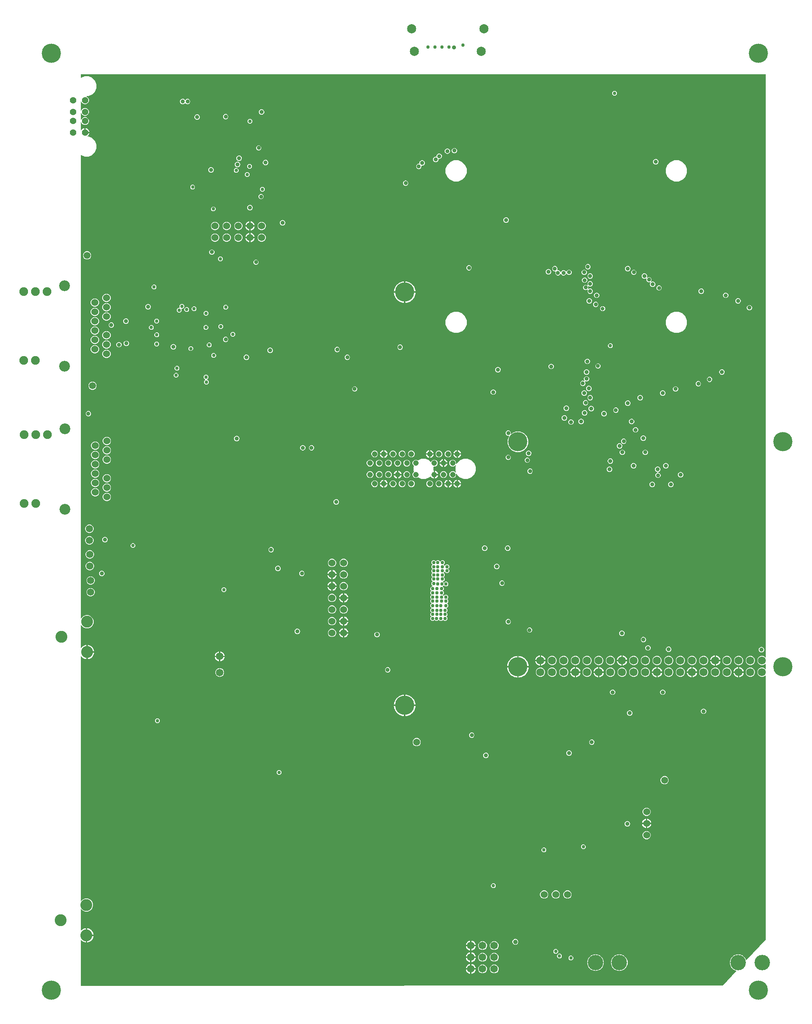
<source format=gbr>
G04 EAGLE Gerber RS-274X export*
G75*
%MOMM*%
%FSLAX34Y34*%
%LPD*%
%INCopper Layer 2*%
%IPPOS*%
%AMOC8*
5,1,8,0,0,1.08239X$1,22.5*%
G01*
%ADD10C,3.366000*%
%ADD11C,1.428000*%
%ADD12C,2.590800*%
%ADD13C,1.530000*%
%ADD14C,1.905000*%
%ADD15C,2.355000*%
%ADD16C,1.524000*%
%ADD17C,1.725000*%
%ADD18C,1.995000*%
%ADD19C,1.208000*%
%ADD20C,4.191000*%
%ADD21C,1.650000*%
%ADD22C,1.575000*%
%ADD23C,0.756400*%
%ADD24C,0.906400*%
%ADD25C,1.500000*%
%ADD26C,1.006400*%
%ADD27C,0.806400*%

G36*
X1542470Y89709D02*
X1542470Y89709D01*
X1542573Y89726D01*
X1542677Y89738D01*
X1542694Y89746D01*
X1542713Y89749D01*
X1542805Y89797D01*
X1542900Y89842D01*
X1542918Y89857D01*
X1542930Y89864D01*
X1542952Y89887D01*
X1543027Y89951D01*
X1571879Y120910D01*
X1571897Y120937D01*
X1571921Y120959D01*
X1571965Y121039D01*
X1572015Y121115D01*
X1572024Y121146D01*
X1572039Y121174D01*
X1572055Y121264D01*
X1572079Y121352D01*
X1572077Y121384D01*
X1572083Y121416D01*
X1572070Y121506D01*
X1572064Y121598D01*
X1572052Y121628D01*
X1572047Y121660D01*
X1572006Y121741D01*
X1571972Y121825D01*
X1571950Y121850D01*
X1571936Y121879D01*
X1571871Y121943D01*
X1571811Y122012D01*
X1571783Y122029D01*
X1571760Y122051D01*
X1571613Y122132D01*
X1566247Y124355D01*
X1561155Y129447D01*
X1558399Y136100D01*
X1558399Y143300D01*
X1561155Y149953D01*
X1566247Y155045D01*
X1572900Y157801D01*
X1580100Y157801D01*
X1586753Y155045D01*
X1591845Y149953D01*
X1593577Y145773D01*
X1593608Y145722D01*
X1593630Y145667D01*
X1593672Y145618D01*
X1593706Y145563D01*
X1593752Y145526D01*
X1593791Y145481D01*
X1593846Y145448D01*
X1593896Y145407D01*
X1593951Y145385D01*
X1594002Y145355D01*
X1594065Y145342D01*
X1594125Y145318D01*
X1594185Y145316D01*
X1594243Y145304D01*
X1594307Y145311D01*
X1594371Y145308D01*
X1594428Y145325D01*
X1594487Y145331D01*
X1594545Y145359D01*
X1594607Y145377D01*
X1594656Y145410D01*
X1594710Y145435D01*
X1594783Y145499D01*
X1594809Y145517D01*
X1594819Y145529D01*
X1594837Y145545D01*
X1636091Y189812D01*
X1636135Y189877D01*
X1636185Y189936D01*
X1636203Y189979D01*
X1636228Y190017D01*
X1636248Y190092D01*
X1636277Y190165D01*
X1636284Y190225D01*
X1636292Y190254D01*
X1636290Y190281D01*
X1636296Y190331D01*
X1636296Y764363D01*
X1636284Y764434D01*
X1636282Y764506D01*
X1636264Y764555D01*
X1636256Y764606D01*
X1636223Y764669D01*
X1636198Y764737D01*
X1636165Y764777D01*
X1636141Y764823D01*
X1636089Y764873D01*
X1636044Y764929D01*
X1636000Y764957D01*
X1635963Y764993D01*
X1635898Y765023D01*
X1635837Y765062D01*
X1635787Y765074D01*
X1635740Y765096D01*
X1635668Y765104D01*
X1635599Y765122D01*
X1635547Y765118D01*
X1635495Y765124D01*
X1635425Y765108D01*
X1635354Y765103D01*
X1635306Y765082D01*
X1635255Y765071D01*
X1635193Y765034D01*
X1635127Y765006D01*
X1635071Y764962D01*
X1635044Y764945D01*
X1635028Y764927D01*
X1634996Y764902D01*
X1633806Y763711D01*
X1630168Y762204D01*
X1626232Y762204D01*
X1622594Y763711D01*
X1619811Y766494D01*
X1618304Y770132D01*
X1618304Y774068D01*
X1619811Y777706D01*
X1622594Y780489D01*
X1626232Y781996D01*
X1630168Y781996D01*
X1633806Y780489D01*
X1634996Y779298D01*
X1635054Y779257D01*
X1635106Y779207D01*
X1635154Y779185D01*
X1635196Y779155D01*
X1635264Y779134D01*
X1635330Y779104D01*
X1635381Y779098D01*
X1635431Y779083D01*
X1635503Y779084D01*
X1635574Y779076D01*
X1635625Y779088D01*
X1635677Y779089D01*
X1635744Y779114D01*
X1635814Y779129D01*
X1635859Y779155D01*
X1635908Y779173D01*
X1635964Y779218D01*
X1636025Y779255D01*
X1636059Y779294D01*
X1636100Y779327D01*
X1636139Y779387D01*
X1636185Y779442D01*
X1636205Y779490D01*
X1636233Y779534D01*
X1636251Y779603D01*
X1636277Y779670D01*
X1636285Y779741D01*
X1636293Y779772D01*
X1636291Y779796D01*
X1636296Y779837D01*
X1636296Y789763D01*
X1636284Y789834D01*
X1636282Y789906D01*
X1636264Y789955D01*
X1636256Y790006D01*
X1636223Y790069D01*
X1636198Y790137D01*
X1636165Y790177D01*
X1636141Y790223D01*
X1636089Y790273D01*
X1636044Y790329D01*
X1636000Y790357D01*
X1635963Y790393D01*
X1635898Y790423D01*
X1635837Y790462D01*
X1635787Y790474D01*
X1635740Y790496D01*
X1635668Y790504D01*
X1635599Y790522D01*
X1635547Y790518D01*
X1635495Y790524D01*
X1635425Y790508D01*
X1635354Y790503D01*
X1635306Y790482D01*
X1635255Y790471D01*
X1635193Y790434D01*
X1635127Y790406D01*
X1635071Y790362D01*
X1635044Y790345D01*
X1635028Y790327D01*
X1634996Y790302D01*
X1633806Y789111D01*
X1630168Y787604D01*
X1626232Y787604D01*
X1622594Y789111D01*
X1619811Y791894D01*
X1618304Y795532D01*
X1618304Y799468D01*
X1619811Y803106D01*
X1622594Y805889D01*
X1626232Y807396D01*
X1630168Y807396D01*
X1633806Y805889D01*
X1634996Y804698D01*
X1635054Y804657D01*
X1635106Y804607D01*
X1635154Y804585D01*
X1635196Y804555D01*
X1635264Y804534D01*
X1635330Y804504D01*
X1635381Y804498D01*
X1635431Y804483D01*
X1635503Y804484D01*
X1635574Y804476D01*
X1635625Y804488D01*
X1635677Y804489D01*
X1635744Y804514D01*
X1635814Y804529D01*
X1635859Y804555D01*
X1635908Y804573D01*
X1635964Y804618D01*
X1636025Y804655D01*
X1636059Y804694D01*
X1636100Y804727D01*
X1636139Y804787D01*
X1636185Y804842D01*
X1636205Y804890D01*
X1636233Y804934D01*
X1636251Y805003D01*
X1636277Y805070D01*
X1636285Y805141D01*
X1636293Y805172D01*
X1636291Y805196D01*
X1636296Y805237D01*
X1636296Y2074000D01*
X1636293Y2074020D01*
X1636295Y2074039D01*
X1636273Y2074141D01*
X1636256Y2074243D01*
X1636247Y2074260D01*
X1636243Y2074280D01*
X1636189Y2074369D01*
X1636141Y2074460D01*
X1636127Y2074474D01*
X1636116Y2074491D01*
X1636038Y2074558D01*
X1635963Y2074630D01*
X1635945Y2074638D01*
X1635929Y2074651D01*
X1635833Y2074690D01*
X1635740Y2074733D01*
X1635720Y2074735D01*
X1635701Y2074743D01*
X1635535Y2074761D01*
X145000Y2074761D01*
X144980Y2074758D01*
X144961Y2074760D01*
X144859Y2074738D01*
X144757Y2074722D01*
X144740Y2074712D01*
X144720Y2074708D01*
X144631Y2074655D01*
X144540Y2074606D01*
X144526Y2074592D01*
X144509Y2074582D01*
X144442Y2074503D01*
X144371Y2074428D01*
X144362Y2074410D01*
X144349Y2074395D01*
X144310Y2074299D01*
X144267Y2074205D01*
X144265Y2074185D01*
X144257Y2074167D01*
X144239Y2074000D01*
X144239Y2067557D01*
X144246Y2067512D01*
X144244Y2067466D01*
X144266Y2067391D01*
X144279Y2067315D01*
X144300Y2067274D01*
X144313Y2067230D01*
X144357Y2067166D01*
X144394Y2067097D01*
X144427Y2067066D01*
X144453Y2067028D01*
X144516Y2066981D01*
X144572Y2066928D01*
X144614Y2066909D01*
X144650Y2066881D01*
X144724Y2066857D01*
X144795Y2066824D01*
X144841Y2066819D01*
X144884Y2066805D01*
X144962Y2066806D01*
X145039Y2066797D01*
X145084Y2066807D01*
X145130Y2066807D01*
X145262Y2066845D01*
X145280Y2066849D01*
X145284Y2066852D01*
X145291Y2066854D01*
X152791Y2069961D01*
X161409Y2069961D01*
X169370Y2066663D01*
X175463Y2060570D01*
X178761Y2052609D01*
X178761Y2043991D01*
X175463Y2036030D01*
X169370Y2029937D01*
X161409Y2026639D01*
X157583Y2026639D01*
X157487Y2026624D01*
X157390Y2026614D01*
X157366Y2026604D01*
X157340Y2026600D01*
X157254Y2026554D01*
X157165Y2026514D01*
X157146Y2026497D01*
X157122Y2026484D01*
X157056Y2026414D01*
X156984Y2026348D01*
X156971Y2026325D01*
X156953Y2026306D01*
X156912Y2026218D01*
X156865Y2026132D01*
X156860Y2026107D01*
X156849Y2026083D01*
X156839Y2025986D01*
X156821Y2025890D01*
X156825Y2025864D01*
X156822Y2025839D01*
X156843Y2025743D01*
X156857Y2025647D01*
X156869Y2025624D01*
X156875Y2025598D01*
X156925Y2025515D01*
X156969Y2025428D01*
X156987Y2025409D01*
X157001Y2025387D01*
X157075Y2025324D01*
X157144Y2025256D01*
X157173Y2025240D01*
X157188Y2025227D01*
X157218Y2025215D01*
X157291Y2025175D01*
X158364Y2024730D01*
X160730Y2022364D01*
X162011Y2019273D01*
X162011Y2015927D01*
X160730Y2012836D01*
X158364Y2010470D01*
X155273Y2009189D01*
X151927Y2009189D01*
X148836Y2010470D01*
X146470Y2012836D01*
X145703Y2014686D01*
X145652Y2014769D01*
X145606Y2014855D01*
X145588Y2014873D01*
X145574Y2014895D01*
X145499Y2014957D01*
X145428Y2015024D01*
X145404Y2015035D01*
X145384Y2015052D01*
X145293Y2015087D01*
X145205Y2015128D01*
X145179Y2015131D01*
X145155Y2015140D01*
X145057Y2015144D01*
X144961Y2015155D01*
X144935Y2015149D01*
X144909Y2015151D01*
X144815Y2015123D01*
X144720Y2015103D01*
X144698Y2015089D01*
X144673Y2015082D01*
X144593Y2015026D01*
X144509Y2014977D01*
X144492Y2014957D01*
X144471Y2014942D01*
X144412Y2014864D01*
X144349Y2014790D01*
X144339Y2014765D01*
X144324Y2014744D01*
X144294Y2014652D01*
X144257Y2014561D01*
X144254Y2014529D01*
X144248Y2014510D01*
X144248Y2014477D01*
X144239Y2014395D01*
X144239Y1995884D01*
X144254Y1995788D01*
X144264Y1995691D01*
X144274Y1995667D01*
X144279Y1995641D01*
X144324Y1995555D01*
X144364Y1995466D01*
X144381Y1995447D01*
X144394Y1995424D01*
X144464Y1995357D01*
X144530Y1995285D01*
X144553Y1995272D01*
X144572Y1995254D01*
X144660Y1995213D01*
X144746Y1995166D01*
X144771Y1995162D01*
X144795Y1995151D01*
X144892Y1995140D01*
X144988Y1995123D01*
X145014Y1995126D01*
X145039Y1995123D01*
X145135Y1995144D01*
X145231Y1995158D01*
X145254Y1995170D01*
X145280Y1995176D01*
X145363Y1995226D01*
X145450Y1995270D01*
X145469Y1995288D01*
X145491Y1995302D01*
X145554Y1995376D01*
X145622Y1995445D01*
X145638Y1995474D01*
X145651Y1995489D01*
X145663Y1995520D01*
X145703Y1995592D01*
X146444Y1997381D01*
X148819Y1999756D01*
X151921Y2001041D01*
X155279Y2001041D01*
X158381Y1999756D01*
X160756Y1997381D01*
X162041Y1994279D01*
X162041Y1990921D01*
X160756Y1987819D01*
X158381Y1985444D01*
X155279Y1984159D01*
X151921Y1984159D01*
X148819Y1985444D01*
X146444Y1987819D01*
X145703Y1989608D01*
X145652Y1989691D01*
X145606Y1989776D01*
X145592Y1989791D01*
X145582Y1989806D01*
X145578Y1989810D01*
X145574Y1989817D01*
X145499Y1989879D01*
X145428Y1989946D01*
X145408Y1989955D01*
X145395Y1989966D01*
X145391Y1989968D01*
X145384Y1989974D01*
X145293Y1990008D01*
X145205Y1990049D01*
X145182Y1990052D01*
X145167Y1990058D01*
X145163Y1990059D01*
X145155Y1990062D01*
X145123Y1990063D01*
X145000Y1990077D01*
X144984Y1990074D01*
X144961Y1990077D01*
X144935Y1990071D01*
X144909Y1990072D01*
X144826Y1990048D01*
X144757Y1990037D01*
X144743Y1990029D01*
X144720Y1990024D01*
X144698Y1990011D01*
X144673Y1990004D01*
X144603Y1989955D01*
X144540Y1989922D01*
X144528Y1989910D01*
X144509Y1989898D01*
X144492Y1989878D01*
X144471Y1989863D01*
X144421Y1989796D01*
X144371Y1989743D01*
X144363Y1989728D01*
X144349Y1989711D01*
X144339Y1989687D01*
X144324Y1989666D01*
X144299Y1989589D01*
X144267Y1989520D01*
X144265Y1989502D01*
X144257Y1989483D01*
X144254Y1989451D01*
X144248Y1989432D01*
X144248Y1989399D01*
X144239Y1989316D01*
X144239Y1975884D01*
X144254Y1975788D01*
X144264Y1975691D01*
X144274Y1975667D01*
X144279Y1975641D01*
X144324Y1975555D01*
X144364Y1975466D01*
X144381Y1975447D01*
X144394Y1975424D01*
X144464Y1975357D01*
X144530Y1975285D01*
X144553Y1975272D01*
X144572Y1975254D01*
X144660Y1975213D01*
X144746Y1975166D01*
X144771Y1975162D01*
X144795Y1975151D01*
X144892Y1975140D01*
X144988Y1975123D01*
X145014Y1975126D01*
X145039Y1975123D01*
X145135Y1975144D01*
X145231Y1975158D01*
X145254Y1975170D01*
X145280Y1975176D01*
X145363Y1975226D01*
X145450Y1975270D01*
X145469Y1975288D01*
X145491Y1975302D01*
X145554Y1975376D01*
X145622Y1975445D01*
X145638Y1975474D01*
X145651Y1975489D01*
X145663Y1975520D01*
X145703Y1975592D01*
X146444Y1977381D01*
X148819Y1979756D01*
X151921Y1981041D01*
X155279Y1981041D01*
X158381Y1979756D01*
X160756Y1977381D01*
X162041Y1974279D01*
X162041Y1970921D01*
X160756Y1967819D01*
X158381Y1965444D01*
X155279Y1964159D01*
X151921Y1964159D01*
X148819Y1965444D01*
X146444Y1967819D01*
X145703Y1969608D01*
X145652Y1969691D01*
X145606Y1969776D01*
X145588Y1969794D01*
X145574Y1969817D01*
X145499Y1969879D01*
X145428Y1969946D01*
X145404Y1969957D01*
X145384Y1969974D01*
X145293Y1970008D01*
X145205Y1970049D01*
X145179Y1970052D01*
X145155Y1970062D01*
X145057Y1970066D01*
X144961Y1970077D01*
X144935Y1970071D01*
X144909Y1970072D01*
X144815Y1970045D01*
X144720Y1970024D01*
X144698Y1970011D01*
X144673Y1970004D01*
X144593Y1969948D01*
X144509Y1969898D01*
X144492Y1969878D01*
X144471Y1969863D01*
X144412Y1969785D01*
X144349Y1969711D01*
X144339Y1969687D01*
X144324Y1969666D01*
X144294Y1969573D01*
X144257Y1969483D01*
X144254Y1969451D01*
X144248Y1969432D01*
X144248Y1969399D01*
X144239Y1969316D01*
X144239Y1953528D01*
X144240Y1953520D01*
X144239Y1953512D01*
X144241Y1953504D01*
X144240Y1953497D01*
X144253Y1953437D01*
X144260Y1953399D01*
X144279Y1953285D01*
X144282Y1953278D01*
X144284Y1953270D01*
X144340Y1953170D01*
X144394Y1953068D01*
X144399Y1953062D01*
X144403Y1953055D01*
X144488Y1952978D01*
X144572Y1952899D01*
X144579Y1952895D01*
X144585Y1952890D01*
X144690Y1952844D01*
X144795Y1952795D01*
X144803Y1952794D01*
X144810Y1952791D01*
X144925Y1952781D01*
X145039Y1952768D01*
X145047Y1952770D01*
X145055Y1952769D01*
X145168Y1952796D01*
X145280Y1952820D01*
X145287Y1952824D01*
X145294Y1952826D01*
X145393Y1952888D01*
X145446Y1952919D01*
X145466Y1952930D01*
X145469Y1952933D01*
X145491Y1952946D01*
X145496Y1952952D01*
X145503Y1952957D01*
X145616Y1953081D01*
X146216Y1953907D01*
X147293Y1954984D01*
X148526Y1955880D01*
X149884Y1956571D01*
X151333Y1957042D01*
X152077Y1957160D01*
X152077Y1948362D01*
X152080Y1948342D01*
X152078Y1948323D01*
X152100Y1948221D01*
X152117Y1948119D01*
X152126Y1948102D01*
X152130Y1948082D01*
X152183Y1947993D01*
X152232Y1947902D01*
X152246Y1947888D01*
X152256Y1947871D01*
X152335Y1947804D01*
X152410Y1947733D01*
X152428Y1947724D01*
X152443Y1947711D01*
X152539Y1947673D01*
X152633Y1947629D01*
X152653Y1947627D01*
X152671Y1947619D01*
X152838Y1947601D01*
X153601Y1947601D01*
X153601Y1946838D01*
X153604Y1946818D01*
X153602Y1946799D01*
X153624Y1946697D01*
X153641Y1946595D01*
X153650Y1946578D01*
X153654Y1946558D01*
X153707Y1946469D01*
X153756Y1946378D01*
X153770Y1946364D01*
X153780Y1946347D01*
X153859Y1946280D01*
X153934Y1946209D01*
X153952Y1946200D01*
X153967Y1946187D01*
X154063Y1946148D01*
X154157Y1946105D01*
X154177Y1946103D01*
X154195Y1946095D01*
X154362Y1946077D01*
X163160Y1946077D01*
X163042Y1945333D01*
X162571Y1943884D01*
X161880Y1942526D01*
X160984Y1941293D01*
X159907Y1940216D01*
X159524Y1939938D01*
X159518Y1939932D01*
X159511Y1939928D01*
X159432Y1939845D01*
X159351Y1939763D01*
X159347Y1939756D01*
X159342Y1939750D01*
X159293Y1939646D01*
X159243Y1939542D01*
X159241Y1939534D01*
X159238Y1939527D01*
X159225Y1939413D01*
X159210Y1939298D01*
X159212Y1939290D01*
X159211Y1939283D01*
X159236Y1939170D01*
X159258Y1939057D01*
X159262Y1939050D01*
X159263Y1939042D01*
X159322Y1938944D01*
X159379Y1938843D01*
X159385Y1938838D01*
X159389Y1938831D01*
X159477Y1938756D01*
X159563Y1938680D01*
X159570Y1938676D01*
X159576Y1938671D01*
X159684Y1938628D01*
X159789Y1938583D01*
X159797Y1938582D01*
X159805Y1938579D01*
X159971Y1938561D01*
X161409Y1938561D01*
X169370Y1935263D01*
X175463Y1929170D01*
X178761Y1921209D01*
X178761Y1912591D01*
X175463Y1904630D01*
X169370Y1898537D01*
X161409Y1895239D01*
X152791Y1895239D01*
X145291Y1898346D01*
X145247Y1898356D01*
X145205Y1898376D01*
X145128Y1898384D01*
X145052Y1898402D01*
X145006Y1898398D01*
X144961Y1898403D01*
X144884Y1898386D01*
X144807Y1898379D01*
X144765Y1898360D01*
X144720Y1898351D01*
X144653Y1898311D01*
X144582Y1898279D01*
X144548Y1898248D01*
X144509Y1898224D01*
X144459Y1898165D01*
X144401Y1898113D01*
X144379Y1898072D01*
X144349Y1898037D01*
X144320Y1897965D01*
X144283Y1897897D01*
X144274Y1897852D01*
X144257Y1897809D01*
X144242Y1897673D01*
X144239Y1897655D01*
X144240Y1897650D01*
X144239Y1897643D01*
X144239Y889795D01*
X144254Y889699D01*
X144264Y889602D01*
X144274Y889578D01*
X144279Y889553D01*
X144324Y889467D01*
X144364Y889378D01*
X144381Y889358D01*
X144394Y889335D01*
X144464Y889268D01*
X144530Y889197D01*
X144553Y889184D01*
X144572Y889166D01*
X144660Y889125D01*
X144746Y889078D01*
X144771Y889073D01*
X144795Y889062D01*
X144892Y889052D01*
X144988Y889034D01*
X145014Y889038D01*
X145039Y889035D01*
X145135Y889056D01*
X145231Y889070D01*
X145254Y889082D01*
X145280Y889088D01*
X145363Y889137D01*
X145450Y889182D01*
X145469Y889200D01*
X145491Y889214D01*
X145554Y889288D01*
X145622Y889357D01*
X145638Y889386D01*
X145651Y889401D01*
X145663Y889431D01*
X145703Y889504D01*
X145941Y890078D01*
X149942Y894079D01*
X155171Y896245D01*
X160829Y896245D01*
X166058Y894079D01*
X170059Y890078D01*
X172225Y884849D01*
X172225Y879191D01*
X170059Y873962D01*
X166058Y869961D01*
X160829Y867795D01*
X155171Y867795D01*
X149942Y869961D01*
X145941Y873962D01*
X145703Y874536D01*
X145652Y874619D01*
X145606Y874705D01*
X145588Y874723D01*
X145574Y874745D01*
X145499Y874807D01*
X145428Y874874D01*
X145404Y874885D01*
X145384Y874902D01*
X145293Y874937D01*
X145205Y874978D01*
X145179Y874981D01*
X145155Y874990D01*
X145057Y874994D01*
X144961Y875005D01*
X144935Y874999D01*
X144909Y875000D01*
X144815Y874973D01*
X144720Y874952D01*
X144698Y874939D01*
X144673Y874932D01*
X144593Y874876D01*
X144509Y874826D01*
X144492Y874806D01*
X144471Y874792D01*
X144413Y874713D01*
X144349Y874639D01*
X144339Y874615D01*
X144324Y874594D01*
X144294Y874502D01*
X144257Y874411D01*
X144254Y874379D01*
X144248Y874360D01*
X144248Y874327D01*
X144239Y874245D01*
X144239Y825741D01*
X144258Y825623D01*
X144277Y825503D01*
X144278Y825501D01*
X144279Y825499D01*
X144334Y825393D01*
X144391Y825285D01*
X144393Y825283D01*
X144394Y825281D01*
X144481Y825199D01*
X144569Y825114D01*
X144570Y825113D01*
X144572Y825112D01*
X144683Y825060D01*
X144791Y825009D01*
X144793Y825009D01*
X144795Y825008D01*
X144914Y824995D01*
X145035Y824981D01*
X145037Y824981D01*
X145039Y824981D01*
X145157Y825007D01*
X145276Y825032D01*
X145278Y825033D01*
X145280Y825033D01*
X145384Y825096D01*
X145488Y825157D01*
X145490Y825159D01*
X145491Y825160D01*
X145496Y825165D01*
X145604Y825278D01*
X146325Y826218D01*
X147762Y827654D01*
X149373Y828891D01*
X151132Y829907D01*
X153009Y830684D01*
X154971Y831210D01*
X156477Y831408D01*
X156477Y816742D01*
X156480Y816722D01*
X156478Y816703D01*
X156500Y816601D01*
X156517Y816499D01*
X156526Y816482D01*
X156530Y816462D01*
X156583Y816373D01*
X156632Y816282D01*
X156646Y816268D01*
X156656Y816251D01*
X156735Y816184D01*
X156810Y816113D01*
X156828Y816104D01*
X156843Y816091D01*
X156939Y816053D01*
X157033Y816009D01*
X157053Y816007D01*
X157071Y815999D01*
X157238Y815981D01*
X158001Y815981D01*
X158001Y815979D01*
X157238Y815979D01*
X157218Y815976D01*
X157199Y815978D01*
X157097Y815956D01*
X156995Y815939D01*
X156978Y815930D01*
X156958Y815926D01*
X156869Y815873D01*
X156778Y815824D01*
X156764Y815810D01*
X156747Y815800D01*
X156680Y815721D01*
X156609Y815646D01*
X156600Y815628D01*
X156587Y815613D01*
X156548Y815517D01*
X156505Y815423D01*
X156503Y815403D01*
X156495Y815385D01*
X156477Y815218D01*
X156477Y800552D01*
X154971Y800750D01*
X153009Y801276D01*
X151132Y802053D01*
X149373Y803069D01*
X147762Y804306D01*
X146325Y805742D01*
X145604Y806682D01*
X145517Y806764D01*
X145428Y806848D01*
X145426Y806849D01*
X145425Y806850D01*
X145317Y806900D01*
X145205Y806952D01*
X145203Y806952D01*
X145201Y806953D01*
X145081Y806965D01*
X144961Y806979D01*
X144959Y806978D01*
X144956Y806979D01*
X144838Y806952D01*
X144720Y806927D01*
X144718Y806925D01*
X144716Y806925D01*
X144611Y806862D01*
X144509Y806800D01*
X144508Y806799D01*
X144506Y806798D01*
X144427Y806704D01*
X144349Y806613D01*
X144348Y806612D01*
X144347Y806610D01*
X144303Y806499D01*
X144257Y806385D01*
X144257Y806383D01*
X144256Y806381D01*
X144256Y806374D01*
X144239Y806219D01*
X144239Y274613D01*
X144250Y274543D01*
X144252Y274471D01*
X144270Y274422D01*
X144279Y274371D01*
X144312Y274307D01*
X144337Y274240D01*
X144369Y274199D01*
X144394Y274153D01*
X144446Y274104D01*
X144490Y274048D01*
X144534Y274020D01*
X144572Y273984D01*
X144637Y273954D01*
X144697Y273915D01*
X144748Y273902D01*
X144795Y273880D01*
X144866Y273872D01*
X144936Y273855D01*
X144988Y273859D01*
X145039Y273853D01*
X145110Y273868D01*
X145181Y273874D01*
X145229Y273894D01*
X145280Y273905D01*
X145341Y273942D01*
X145407Y273970D01*
X145463Y274015D01*
X145491Y274032D01*
X145506Y274049D01*
X145538Y274075D01*
X148742Y277279D01*
X153971Y279445D01*
X159629Y279445D01*
X164858Y277279D01*
X168859Y273278D01*
X171025Y268049D01*
X171025Y262391D01*
X168859Y257162D01*
X164858Y253161D01*
X159629Y250995D01*
X153971Y250995D01*
X148742Y253161D01*
X145538Y256365D01*
X145480Y256407D01*
X145428Y256456D01*
X145381Y256478D01*
X145339Y256508D01*
X145270Y256530D01*
X145205Y256560D01*
X145153Y256565D01*
X145103Y256581D01*
X145032Y256579D01*
X144961Y256587D01*
X144910Y256576D01*
X144858Y256574D01*
X144790Y256550D01*
X144720Y256535D01*
X144676Y256508D01*
X144627Y256490D01*
X144571Y256445D01*
X144509Y256408D01*
X144475Y256369D01*
X144435Y256336D01*
X144396Y256276D01*
X144349Y256221D01*
X144330Y256173D01*
X144302Y256129D01*
X144284Y256060D01*
X144257Y255993D01*
X144249Y255922D01*
X144241Y255891D01*
X144243Y255868D01*
X144239Y255827D01*
X144239Y210369D01*
X144250Y210299D01*
X144252Y210227D01*
X144270Y210178D01*
X144279Y210127D01*
X144312Y210063D01*
X144337Y209996D01*
X144369Y209955D01*
X144394Y209909D01*
X144446Y209860D01*
X144490Y209804D01*
X144534Y209776D01*
X144572Y209740D01*
X144637Y209710D01*
X144697Y209671D01*
X144748Y209658D01*
X144795Y209636D01*
X144866Y209628D01*
X144936Y209611D01*
X144988Y209615D01*
X145039Y209609D01*
X145110Y209624D01*
X145181Y209630D01*
X145229Y209650D01*
X145280Y209661D01*
X145341Y209698D01*
X145407Y209726D01*
X145463Y209771D01*
X145491Y209788D01*
X145506Y209805D01*
X145538Y209831D01*
X146562Y210854D01*
X148173Y212091D01*
X149932Y213107D01*
X151809Y213884D01*
X153771Y214410D01*
X155277Y214608D01*
X155277Y199942D01*
X155280Y199922D01*
X155278Y199903D01*
X155300Y199801D01*
X155317Y199699D01*
X155326Y199682D01*
X155330Y199662D01*
X155383Y199573D01*
X155432Y199482D01*
X155446Y199468D01*
X155456Y199451D01*
X155535Y199384D01*
X155610Y199313D01*
X155628Y199304D01*
X155643Y199291D01*
X155739Y199253D01*
X155833Y199209D01*
X155853Y199207D01*
X155871Y199199D01*
X156038Y199181D01*
X156801Y199181D01*
X156801Y199179D01*
X156038Y199179D01*
X156018Y199176D01*
X155999Y199178D01*
X155897Y199156D01*
X155795Y199139D01*
X155778Y199130D01*
X155758Y199126D01*
X155669Y199073D01*
X155578Y199024D01*
X155564Y199010D01*
X155547Y199000D01*
X155480Y198921D01*
X155409Y198846D01*
X155400Y198828D01*
X155387Y198813D01*
X155348Y198717D01*
X155305Y198623D01*
X155303Y198603D01*
X155295Y198585D01*
X155277Y198418D01*
X155277Y183752D01*
X153771Y183950D01*
X151809Y184476D01*
X149932Y185253D01*
X148173Y186269D01*
X146562Y187506D01*
X145538Y188529D01*
X145480Y188571D01*
X145428Y188620D01*
X145381Y188642D01*
X145339Y188672D01*
X145270Y188693D01*
X145205Y188724D01*
X145153Y188729D01*
X145103Y188745D01*
X145032Y188743D01*
X144961Y188751D01*
X144910Y188740D01*
X144858Y188738D01*
X144790Y188714D01*
X144720Y188699D01*
X144676Y188672D01*
X144627Y188654D01*
X144571Y188609D01*
X144509Y188572D01*
X144475Y188533D01*
X144435Y188500D01*
X144396Y188440D01*
X144349Y188385D01*
X144330Y188337D01*
X144302Y188293D01*
X144284Y188224D01*
X144257Y188157D01*
X144249Y188086D01*
X144241Y188055D01*
X144243Y188032D01*
X144239Y187991D01*
X144239Y89997D01*
X144242Y89977D01*
X144240Y89957D01*
X144262Y89856D01*
X144279Y89754D01*
X144288Y89736D01*
X144292Y89717D01*
X144345Y89627D01*
X144394Y89536D01*
X144408Y89523D01*
X144418Y89505D01*
X144497Y89438D01*
X144572Y89367D01*
X144590Y89359D01*
X144605Y89346D01*
X144701Y89307D01*
X144795Y89263D01*
X144815Y89261D01*
X144834Y89254D01*
X145000Y89235D01*
X1542470Y89709D01*
G37*
%LPC*%
G36*
X908907Y883947D02*
X908907Y883947D01*
X905947Y886907D01*
X905947Y891093D01*
X907816Y892962D01*
X907828Y892978D01*
X907843Y892990D01*
X907899Y893078D01*
X907960Y893161D01*
X907965Y893180D01*
X907976Y893197D01*
X908002Y893298D01*
X908032Y893397D01*
X908031Y893416D01*
X908036Y893436D01*
X908028Y893539D01*
X908026Y893642D01*
X908019Y893661D01*
X908017Y893681D01*
X907977Y893776D01*
X907941Y893873D01*
X907929Y893889D01*
X907921Y893907D01*
X907816Y894038D01*
X905947Y895907D01*
X905947Y900093D01*
X907816Y901962D01*
X907828Y901978D01*
X907843Y901990D01*
X907899Y902078D01*
X907960Y902161D01*
X907965Y902180D01*
X907976Y902197D01*
X908002Y902298D01*
X908032Y902397D01*
X908031Y902416D01*
X908036Y902436D01*
X908028Y902539D01*
X908026Y902642D01*
X908019Y902661D01*
X908017Y902681D01*
X907977Y902776D01*
X907941Y902873D01*
X907929Y902889D01*
X907921Y902907D01*
X907816Y903038D01*
X905947Y904907D01*
X905947Y909093D01*
X908316Y911462D01*
X908328Y911478D01*
X908343Y911490D01*
X908399Y911578D01*
X908460Y911661D01*
X908465Y911680D01*
X908476Y911697D01*
X908502Y911798D01*
X908532Y911897D01*
X908531Y911916D01*
X908536Y911936D01*
X908528Y912039D01*
X908526Y912142D01*
X908519Y912161D01*
X908517Y912181D01*
X908477Y912276D01*
X908441Y912373D01*
X908429Y912389D01*
X908421Y912407D01*
X908316Y912538D01*
X905947Y914907D01*
X905947Y919093D01*
X908316Y921462D01*
X908328Y921478D01*
X908343Y921490D01*
X908399Y921578D01*
X908460Y921661D01*
X908465Y921680D01*
X908476Y921697D01*
X908502Y921798D01*
X908532Y921897D01*
X908531Y921916D01*
X908536Y921936D01*
X908528Y922039D01*
X908526Y922142D01*
X908519Y922161D01*
X908517Y922181D01*
X908477Y922276D01*
X908441Y922373D01*
X908429Y922389D01*
X908421Y922407D01*
X908316Y922538D01*
X905947Y924907D01*
X905947Y929093D01*
X907816Y930962D01*
X907828Y930978D01*
X907843Y930990D01*
X907899Y931078D01*
X907960Y931161D01*
X907965Y931180D01*
X907976Y931197D01*
X908002Y931298D01*
X908032Y931397D01*
X908031Y931416D01*
X908036Y931436D01*
X908028Y931539D01*
X908026Y931642D01*
X908019Y931661D01*
X908017Y931681D01*
X907977Y931776D01*
X907941Y931873D01*
X907929Y931889D01*
X907921Y931907D01*
X907816Y932038D01*
X905947Y933907D01*
X905947Y938093D01*
X907816Y939962D01*
X907828Y939978D01*
X907843Y939990D01*
X907899Y940078D01*
X907960Y940161D01*
X907965Y940180D01*
X907976Y940197D01*
X908002Y940298D01*
X908032Y940397D01*
X908031Y940416D01*
X908036Y940436D01*
X908028Y940539D01*
X908026Y940642D01*
X908019Y940661D01*
X908017Y940681D01*
X907977Y940776D01*
X907941Y940873D01*
X907929Y940889D01*
X907921Y940907D01*
X907816Y941038D01*
X905947Y942907D01*
X905947Y947093D01*
X907816Y948962D01*
X907828Y948978D01*
X907843Y948990D01*
X907899Y949078D01*
X907960Y949161D01*
X907965Y949180D01*
X907976Y949197D01*
X908002Y949298D01*
X908032Y949397D01*
X908031Y949416D01*
X908036Y949436D01*
X908028Y949539D01*
X908026Y949642D01*
X908019Y949661D01*
X908017Y949681D01*
X907977Y949776D01*
X907941Y949873D01*
X907929Y949889D01*
X907921Y949907D01*
X907816Y950038D01*
X905947Y951907D01*
X905947Y956093D01*
X908907Y959053D01*
X909964Y959053D01*
X910035Y959064D01*
X910106Y959066D01*
X910155Y959084D01*
X910207Y959092D01*
X910270Y959126D01*
X910337Y959151D01*
X910378Y959183D01*
X910424Y959208D01*
X910473Y959260D01*
X910529Y959304D01*
X910557Y959348D01*
X910593Y959386D01*
X910624Y959451D01*
X910662Y959511D01*
X910675Y959562D01*
X910697Y959609D01*
X910705Y959680D01*
X910722Y959750D01*
X910718Y959802D01*
X910724Y959853D01*
X910709Y959924D01*
X910703Y959995D01*
X910683Y960043D01*
X910672Y960094D01*
X910635Y960155D01*
X910607Y960221D01*
X910562Y960277D01*
X910546Y960305D01*
X910528Y960320D01*
X910502Y960352D01*
X907947Y962907D01*
X907947Y967093D01*
X910316Y969462D01*
X910328Y969478D01*
X910343Y969490D01*
X910378Y969544D01*
X910406Y969574D01*
X910423Y969610D01*
X910460Y969661D01*
X910465Y969680D01*
X910476Y969697D01*
X910492Y969759D01*
X910509Y969797D01*
X910514Y969838D01*
X910532Y969897D01*
X910531Y969916D01*
X910536Y969936D01*
X910532Y969997D01*
X910536Y970041D01*
X910527Y970084D01*
X910526Y970142D01*
X910519Y970161D01*
X910517Y970181D01*
X910494Y970235D01*
X910484Y970281D01*
X910460Y970322D01*
X910441Y970373D01*
X910429Y970389D01*
X910421Y970407D01*
X910374Y970466D01*
X910358Y970493D01*
X910341Y970507D01*
X910316Y970538D01*
X907947Y972907D01*
X907947Y977093D01*
X909816Y978962D01*
X909828Y978978D01*
X909843Y978990D01*
X909899Y979078D01*
X909960Y979161D01*
X909965Y979180D01*
X909976Y979197D01*
X910002Y979298D01*
X910032Y979397D01*
X910031Y979416D01*
X910036Y979436D01*
X910028Y979539D01*
X910026Y979642D01*
X910019Y979661D01*
X910017Y979681D01*
X909977Y979776D01*
X909941Y979873D01*
X909929Y979889D01*
X909921Y979907D01*
X909816Y980038D01*
X907947Y981907D01*
X907947Y986093D01*
X909816Y987962D01*
X909828Y987978D01*
X909843Y987990D01*
X909899Y988078D01*
X909960Y988161D01*
X909965Y988180D01*
X909976Y988197D01*
X910002Y988298D01*
X910032Y988397D01*
X910031Y988416D01*
X910036Y988436D01*
X910028Y988539D01*
X910026Y988642D01*
X910019Y988661D01*
X910017Y988681D01*
X909977Y988776D01*
X909941Y988873D01*
X909929Y988889D01*
X909921Y988907D01*
X909816Y989038D01*
X907947Y990907D01*
X907947Y995093D01*
X909816Y996962D01*
X909828Y996978D01*
X909843Y996990D01*
X909899Y997078D01*
X909960Y997161D01*
X909965Y997180D01*
X909976Y997197D01*
X910002Y997298D01*
X910032Y997397D01*
X910031Y997416D01*
X910036Y997436D01*
X910028Y997539D01*
X910026Y997642D01*
X910019Y997661D01*
X910017Y997681D01*
X909977Y997776D01*
X909941Y997873D01*
X909929Y997889D01*
X909921Y997907D01*
X909816Y998038D01*
X907947Y999907D01*
X907947Y1004093D01*
X909816Y1005962D01*
X909828Y1005978D01*
X909843Y1005990D01*
X909899Y1006078D01*
X909960Y1006161D01*
X909965Y1006180D01*
X909976Y1006197D01*
X910002Y1006298D01*
X910032Y1006397D01*
X910031Y1006416D01*
X910036Y1006436D01*
X910028Y1006539D01*
X910026Y1006642D01*
X910019Y1006661D01*
X910017Y1006681D01*
X909977Y1006776D01*
X909941Y1006873D01*
X909929Y1006889D01*
X909921Y1006907D01*
X909816Y1007038D01*
X907947Y1008907D01*
X907947Y1013093D01*
X910907Y1016053D01*
X915093Y1016053D01*
X916962Y1014184D01*
X916978Y1014172D01*
X916990Y1014157D01*
X917078Y1014101D01*
X917161Y1014040D01*
X917180Y1014035D01*
X917197Y1014024D01*
X917298Y1013998D01*
X917397Y1013968D01*
X917416Y1013969D01*
X917436Y1013964D01*
X917539Y1013972D01*
X917642Y1013974D01*
X917661Y1013981D01*
X917681Y1013983D01*
X917776Y1014023D01*
X917873Y1014059D01*
X917889Y1014071D01*
X917907Y1014079D01*
X918038Y1014184D01*
X919907Y1016053D01*
X924093Y1016053D01*
X926462Y1013684D01*
X926478Y1013672D01*
X926490Y1013657D01*
X926578Y1013601D01*
X926661Y1013540D01*
X926680Y1013535D01*
X926697Y1013524D01*
X926798Y1013498D01*
X926897Y1013468D01*
X926916Y1013469D01*
X926936Y1013464D01*
X927039Y1013472D01*
X927142Y1013474D01*
X927161Y1013481D01*
X927181Y1013483D01*
X927276Y1013523D01*
X927373Y1013559D01*
X927389Y1013571D01*
X927407Y1013579D01*
X927538Y1013684D01*
X929907Y1016053D01*
X934093Y1016053D01*
X937053Y1013093D01*
X937053Y1008907D01*
X935184Y1007038D01*
X935172Y1007022D01*
X935157Y1007010D01*
X935101Y1006922D01*
X935040Y1006839D01*
X935035Y1006820D01*
X935024Y1006803D01*
X934998Y1006702D01*
X934968Y1006603D01*
X934969Y1006584D01*
X934964Y1006564D01*
X934972Y1006461D01*
X934974Y1006358D01*
X934981Y1006339D01*
X934983Y1006319D01*
X935023Y1006224D01*
X935059Y1006127D01*
X935071Y1006111D01*
X935079Y1006093D01*
X935184Y1005962D01*
X936462Y1004684D01*
X936478Y1004672D01*
X936490Y1004657D01*
X936578Y1004601D01*
X936661Y1004540D01*
X936680Y1004535D01*
X936697Y1004524D01*
X936798Y1004498D01*
X936897Y1004468D01*
X936916Y1004469D01*
X936936Y1004464D01*
X937039Y1004472D01*
X937142Y1004474D01*
X937161Y1004481D01*
X937181Y1004483D01*
X937276Y1004523D01*
X937373Y1004559D01*
X937389Y1004571D01*
X937407Y1004579D01*
X937538Y1004684D01*
X939907Y1007053D01*
X944093Y1007053D01*
X947053Y1004093D01*
X947053Y999907D01*
X945184Y998038D01*
X945172Y998022D01*
X945157Y998010D01*
X945101Y997922D01*
X945040Y997839D01*
X945035Y997820D01*
X945024Y997803D01*
X944998Y997702D01*
X944968Y997603D01*
X944969Y997584D01*
X944964Y997564D01*
X944972Y997461D01*
X944974Y997358D01*
X944981Y997339D01*
X944983Y997319D01*
X945023Y997224D01*
X945059Y997127D01*
X945071Y997111D01*
X945079Y997093D01*
X945184Y996962D01*
X947053Y995093D01*
X947053Y990907D01*
X944093Y987947D01*
X939907Y987947D01*
X937538Y990316D01*
X937522Y990328D01*
X937510Y990343D01*
X937422Y990399D01*
X937339Y990460D01*
X937320Y990465D01*
X937303Y990476D01*
X937202Y990502D01*
X937103Y990532D01*
X937084Y990531D01*
X937064Y990536D01*
X936961Y990528D01*
X936858Y990526D01*
X936839Y990519D01*
X936819Y990517D01*
X936724Y990477D01*
X936627Y990441D01*
X936611Y990429D01*
X936593Y990421D01*
X936462Y990316D01*
X935184Y989038D01*
X935172Y989022D01*
X935157Y989010D01*
X935101Y988922D01*
X935040Y988839D01*
X935035Y988820D01*
X935024Y988803D01*
X934998Y988702D01*
X934968Y988603D01*
X934969Y988584D01*
X934964Y988564D01*
X934972Y988461D01*
X934974Y988358D01*
X934981Y988339D01*
X934983Y988319D01*
X935023Y988224D01*
X935059Y988127D01*
X935071Y988111D01*
X935079Y988093D01*
X935184Y987962D01*
X937053Y986093D01*
X937053Y981907D01*
X935184Y980038D01*
X935172Y980022D01*
X935157Y980010D01*
X935101Y979922D01*
X935040Y979839D01*
X935035Y979820D01*
X935024Y979803D01*
X934998Y979702D01*
X934968Y979603D01*
X934969Y979584D01*
X934964Y979564D01*
X934972Y979461D01*
X934974Y979358D01*
X934981Y979339D01*
X934983Y979319D01*
X935023Y979224D01*
X935059Y979127D01*
X935071Y979111D01*
X935079Y979093D01*
X935184Y978962D01*
X937053Y977093D01*
X937053Y972907D01*
X934093Y969947D01*
X934036Y969947D01*
X933965Y969936D01*
X933894Y969934D01*
X933845Y969916D01*
X933793Y969908D01*
X933730Y969874D01*
X933663Y969849D01*
X933622Y969817D01*
X933576Y969792D01*
X933527Y969741D01*
X933471Y969696D01*
X933443Y969652D01*
X933407Y969614D01*
X933376Y969549D01*
X933338Y969489D01*
X933325Y969438D01*
X933303Y969391D01*
X933295Y969320D01*
X933278Y969250D01*
X933282Y969198D01*
X933276Y969147D01*
X933291Y969076D01*
X933297Y969005D01*
X933317Y968957D01*
X933328Y968906D01*
X933365Y968845D01*
X933393Y968779D01*
X933438Y968723D01*
X933454Y968695D01*
X933472Y968680D01*
X933498Y968648D01*
X934962Y967184D01*
X934978Y967172D01*
X934990Y967157D01*
X935078Y967101D01*
X935161Y967040D01*
X935180Y967035D01*
X935197Y967024D01*
X935298Y966998D01*
X935397Y966968D01*
X935416Y966969D01*
X935436Y966964D01*
X935539Y966972D01*
X935642Y966974D01*
X935661Y966981D01*
X935681Y966983D01*
X935776Y967023D01*
X935873Y967059D01*
X935889Y967071D01*
X935907Y967079D01*
X936038Y967184D01*
X937907Y969053D01*
X942093Y969053D01*
X945053Y966093D01*
X945053Y961907D01*
X942093Y958947D01*
X937907Y958947D01*
X936038Y960816D01*
X936022Y960828D01*
X936010Y960843D01*
X935922Y960899D01*
X935839Y960960D01*
X935820Y960965D01*
X935803Y960976D01*
X935702Y961002D01*
X935603Y961032D01*
X935584Y961031D01*
X935564Y961036D01*
X935461Y961028D01*
X935358Y961026D01*
X935339Y961019D01*
X935319Y961017D01*
X935224Y960977D01*
X935127Y960941D01*
X935111Y960929D01*
X935093Y960921D01*
X934962Y960816D01*
X933184Y959038D01*
X933172Y959022D01*
X933157Y959010D01*
X933101Y958922D01*
X933040Y958839D01*
X933035Y958820D01*
X933024Y958803D01*
X932998Y958702D01*
X932968Y958603D01*
X932969Y958584D01*
X932964Y958564D01*
X932972Y958461D01*
X932974Y958358D01*
X932981Y958339D01*
X932983Y958319D01*
X933023Y958224D01*
X933059Y958127D01*
X933071Y958111D01*
X933079Y958093D01*
X933184Y957962D01*
X935053Y956093D01*
X935053Y951907D01*
X933184Y950038D01*
X933172Y950022D01*
X933157Y950010D01*
X933101Y949922D01*
X933040Y949839D01*
X933035Y949820D01*
X933024Y949803D01*
X932998Y949702D01*
X932968Y949603D01*
X932969Y949584D01*
X932964Y949564D01*
X932972Y949461D01*
X932974Y949358D01*
X932981Y949339D01*
X932983Y949319D01*
X933023Y949224D01*
X933059Y949127D01*
X933071Y949111D01*
X933079Y949093D01*
X933184Y948962D01*
X935053Y947093D01*
X935053Y942907D01*
X933184Y941038D01*
X933172Y941022D01*
X933157Y941010D01*
X933101Y940922D01*
X933040Y940839D01*
X933035Y940820D01*
X933024Y940803D01*
X932998Y940702D01*
X932968Y940603D01*
X932969Y940584D01*
X932964Y940564D01*
X932972Y940461D01*
X932974Y940358D01*
X932981Y940339D01*
X932983Y940319D01*
X933023Y940224D01*
X933059Y940127D01*
X933071Y940111D01*
X933079Y940093D01*
X933184Y939962D01*
X934462Y938684D01*
X934478Y938672D01*
X934490Y938657D01*
X934578Y938601D01*
X934661Y938540D01*
X934680Y938535D01*
X934697Y938524D01*
X934798Y938498D01*
X934897Y938468D01*
X934916Y938469D01*
X934936Y938464D01*
X935039Y938472D01*
X935142Y938474D01*
X935161Y938481D01*
X935181Y938483D01*
X935276Y938523D01*
X935373Y938559D01*
X935389Y938571D01*
X935407Y938579D01*
X935538Y938684D01*
X937907Y941053D01*
X942093Y941053D01*
X945053Y938093D01*
X945053Y933907D01*
X943184Y932038D01*
X943172Y932022D01*
X943157Y932010D01*
X943101Y931922D01*
X943040Y931839D01*
X943035Y931820D01*
X943024Y931803D01*
X942998Y931702D01*
X942968Y931603D01*
X942969Y931584D01*
X942964Y931564D01*
X942972Y931461D01*
X942974Y931358D01*
X942981Y931339D01*
X942983Y931319D01*
X943023Y931224D01*
X943059Y931127D01*
X943071Y931111D01*
X943079Y931093D01*
X943184Y930962D01*
X945053Y929093D01*
X945053Y924907D01*
X942684Y922538D01*
X942672Y922522D01*
X942657Y922510D01*
X942601Y922422D01*
X942540Y922339D01*
X942535Y922320D01*
X942524Y922303D01*
X942498Y922202D01*
X942468Y922103D01*
X942469Y922084D01*
X942464Y922064D01*
X942472Y921961D01*
X942474Y921858D01*
X942481Y921839D01*
X942483Y921819D01*
X942523Y921724D01*
X942559Y921627D01*
X942571Y921611D01*
X942579Y921593D01*
X942684Y921462D01*
X945053Y919093D01*
X945053Y914907D01*
X942093Y911947D01*
X942036Y911947D01*
X941965Y911936D01*
X941894Y911934D01*
X941845Y911916D01*
X941793Y911908D01*
X941730Y911874D01*
X941663Y911849D01*
X941622Y911817D01*
X941576Y911792D01*
X941527Y911740D01*
X941471Y911696D01*
X941443Y911652D01*
X941407Y911614D01*
X941376Y911549D01*
X941338Y911489D01*
X941325Y911438D01*
X941303Y911391D01*
X941295Y911320D01*
X941278Y911250D01*
X941282Y911198D01*
X941276Y911147D01*
X941291Y911076D01*
X941297Y911005D01*
X941317Y910957D01*
X941328Y910906D01*
X941365Y910845D01*
X941393Y910779D01*
X941438Y910723D01*
X941454Y910695D01*
X941472Y910680D01*
X941498Y910648D01*
X943053Y909093D01*
X943053Y904907D01*
X941184Y903038D01*
X941172Y903022D01*
X941157Y903010D01*
X941101Y902922D01*
X941040Y902839D01*
X941035Y902820D01*
X941024Y902803D01*
X940998Y902702D01*
X940968Y902603D01*
X940969Y902584D01*
X940964Y902564D01*
X940972Y902461D01*
X940974Y902358D01*
X940981Y902339D01*
X940983Y902319D01*
X941023Y902224D01*
X941059Y902127D01*
X941071Y902111D01*
X941079Y902093D01*
X941184Y901962D01*
X943053Y900093D01*
X943053Y895907D01*
X941184Y894038D01*
X941172Y894022D01*
X941157Y894010D01*
X941101Y893922D01*
X941040Y893839D01*
X941035Y893820D01*
X941024Y893803D01*
X940998Y893702D01*
X940968Y893603D01*
X940969Y893584D01*
X940964Y893564D01*
X940972Y893461D01*
X940974Y893358D01*
X940981Y893339D01*
X940983Y893319D01*
X941023Y893224D01*
X941059Y893127D01*
X941071Y893111D01*
X941079Y893093D01*
X941184Y892962D01*
X943053Y891093D01*
X943053Y886907D01*
X940093Y883947D01*
X935907Y883947D01*
X934038Y885816D01*
X934022Y885828D01*
X934010Y885843D01*
X933922Y885899D01*
X933839Y885960D01*
X933820Y885965D01*
X933803Y885976D01*
X933702Y886002D01*
X933603Y886032D01*
X933584Y886031D01*
X933564Y886036D01*
X933461Y886028D01*
X933358Y886026D01*
X933339Y886019D01*
X933319Y886017D01*
X933224Y885977D01*
X933127Y885941D01*
X933111Y885929D01*
X933093Y885921D01*
X932962Y885816D01*
X931093Y883947D01*
X926907Y883947D01*
X924538Y886316D01*
X924522Y886328D01*
X924510Y886343D01*
X924422Y886399D01*
X924339Y886460D01*
X924320Y886465D01*
X924303Y886476D01*
X924202Y886502D01*
X924103Y886532D01*
X924084Y886531D01*
X924064Y886536D01*
X923961Y886528D01*
X923858Y886526D01*
X923839Y886519D01*
X923819Y886517D01*
X923724Y886477D01*
X923627Y886441D01*
X923611Y886429D01*
X923593Y886421D01*
X923462Y886316D01*
X921093Y883947D01*
X916907Y883947D01*
X915538Y885316D01*
X915522Y885328D01*
X915510Y885343D01*
X915422Y885399D01*
X915339Y885460D01*
X915320Y885465D01*
X915303Y885476D01*
X915202Y885502D01*
X915103Y885532D01*
X915084Y885531D01*
X915064Y885536D01*
X914961Y885528D01*
X914858Y885526D01*
X914839Y885519D01*
X914819Y885517D01*
X914724Y885477D01*
X914627Y885441D01*
X914611Y885429D01*
X914593Y885421D01*
X914462Y885316D01*
X913093Y883947D01*
X908907Y883947D01*
G37*
%LPD*%
%LPC*%
G36*
X886642Y1193089D02*
X886642Y1193089D01*
X879054Y1196232D01*
X878966Y1196253D01*
X878879Y1196281D01*
X878846Y1196281D01*
X878815Y1196288D01*
X878724Y1196280D01*
X878633Y1196279D01*
X878593Y1196267D01*
X878570Y1196265D01*
X878541Y1196252D01*
X878472Y1196232D01*
X875954Y1195189D01*
X873046Y1195189D01*
X870359Y1196302D01*
X868302Y1198359D01*
X867189Y1201046D01*
X867189Y1203954D01*
X868302Y1206641D01*
X869671Y1208010D01*
X869739Y1208104D01*
X869809Y1208198D01*
X869811Y1208204D01*
X869814Y1208210D01*
X869848Y1208320D01*
X869885Y1208432D01*
X869885Y1208439D01*
X869887Y1208445D01*
X869884Y1208561D01*
X869883Y1208678D01*
X869880Y1208685D01*
X869880Y1208690D01*
X869874Y1208708D01*
X869836Y1208839D01*
X869089Y1210642D01*
X869089Y1219358D01*
X869836Y1221161D01*
X869862Y1221274D01*
X869891Y1221388D01*
X869891Y1221394D01*
X869892Y1221400D01*
X869881Y1221517D01*
X869872Y1221633D01*
X869869Y1221639D01*
X869869Y1221645D01*
X869821Y1221753D01*
X869776Y1221859D01*
X869771Y1221865D01*
X869769Y1221870D01*
X869756Y1221883D01*
X869671Y1221990D01*
X868302Y1223359D01*
X867189Y1226046D01*
X867189Y1228954D01*
X868302Y1231641D01*
X870359Y1233698D01*
X873046Y1234811D01*
X875954Y1234811D01*
X878472Y1233768D01*
X878560Y1233747D01*
X878647Y1233719D01*
X878680Y1233719D01*
X878711Y1233712D01*
X878802Y1233720D01*
X878893Y1233721D01*
X878933Y1233733D01*
X878956Y1233735D01*
X878985Y1233748D01*
X879054Y1233768D01*
X886642Y1236911D01*
X895358Y1236911D01*
X903411Y1233575D01*
X906608Y1230379D01*
X906645Y1230352D01*
X906676Y1230318D01*
X906744Y1230281D01*
X906807Y1230235D01*
X906851Y1230222D01*
X906891Y1230200D01*
X906968Y1230186D01*
X907042Y1230163D01*
X907088Y1230164D01*
X907133Y1230156D01*
X907211Y1230167D01*
X907288Y1230169D01*
X907331Y1230185D01*
X907377Y1230192D01*
X907446Y1230227D01*
X907519Y1230254D01*
X907555Y1230282D01*
X907596Y1230303D01*
X907651Y1230359D01*
X907711Y1230407D01*
X907736Y1230446D01*
X907768Y1230479D01*
X907834Y1230599D01*
X907844Y1230614D01*
X907846Y1230619D01*
X907849Y1230626D01*
X908277Y1231658D01*
X910342Y1233723D01*
X913040Y1234841D01*
X915960Y1234841D01*
X918658Y1233723D01*
X920723Y1231658D01*
X921841Y1228960D01*
X921841Y1226040D01*
X920723Y1223342D01*
X918658Y1221277D01*
X915960Y1220159D01*
X913672Y1220159D01*
X913652Y1220156D01*
X913633Y1220158D01*
X913531Y1220136D01*
X913429Y1220120D01*
X913412Y1220110D01*
X913392Y1220106D01*
X913303Y1220053D01*
X913212Y1220004D01*
X913198Y1219990D01*
X913181Y1219980D01*
X913114Y1219901D01*
X913042Y1219826D01*
X913034Y1219808D01*
X913021Y1219793D01*
X912982Y1219697D01*
X912939Y1219603D01*
X912937Y1219583D01*
X912929Y1219565D01*
X912911Y1219398D01*
X912911Y1211842D01*
X912914Y1211822D01*
X912912Y1211803D01*
X912934Y1211701D01*
X912950Y1211599D01*
X912960Y1211582D01*
X912964Y1211562D01*
X912977Y1211541D01*
X912977Y1203262D01*
X912980Y1203242D01*
X912978Y1203223D01*
X913000Y1203121D01*
X913017Y1203019D01*
X913026Y1203002D01*
X913030Y1202982D01*
X913083Y1202893D01*
X913132Y1202802D01*
X913146Y1202788D01*
X913156Y1202771D01*
X913235Y1202704D01*
X913310Y1202633D01*
X913328Y1202624D01*
X913343Y1202611D01*
X913439Y1202573D01*
X913533Y1202529D01*
X913553Y1202527D01*
X913571Y1202519D01*
X913738Y1202501D01*
X914501Y1202501D01*
X914501Y1202499D01*
X913738Y1202499D01*
X913718Y1202496D01*
X913699Y1202498D01*
X913597Y1202476D01*
X913495Y1202459D01*
X913478Y1202450D01*
X913458Y1202446D01*
X913369Y1202393D01*
X913278Y1202344D01*
X913264Y1202330D01*
X913247Y1202320D01*
X913180Y1202241D01*
X913109Y1202166D01*
X913100Y1202148D01*
X913087Y1202133D01*
X913048Y1202037D01*
X913005Y1201943D01*
X913003Y1201923D01*
X912995Y1201905D01*
X912977Y1201738D01*
X912977Y1194054D01*
X911997Y1194249D01*
X910435Y1194896D01*
X909030Y1195835D01*
X907835Y1197030D01*
X906875Y1198467D01*
X906860Y1198507D01*
X906812Y1198568D01*
X906771Y1198634D01*
X906735Y1198663D01*
X906706Y1198699D01*
X906641Y1198741D01*
X906581Y1198791D01*
X906538Y1198807D01*
X906500Y1198832D01*
X906424Y1198851D01*
X906351Y1198879D01*
X906306Y1198881D01*
X906261Y1198892D01*
X906184Y1198886D01*
X906106Y1198890D01*
X906062Y1198877D01*
X906016Y1198873D01*
X905944Y1198843D01*
X905870Y1198821D01*
X905832Y1198795D01*
X905789Y1198777D01*
X905683Y1198691D01*
X905667Y1198681D01*
X905664Y1198677D01*
X905659Y1198672D01*
X903411Y1196425D01*
X895358Y1193089D01*
X886642Y1193089D01*
G37*
%LPD*%
%LPC*%
G36*
X978142Y1193089D02*
X978142Y1193089D01*
X970089Y1196425D01*
X963925Y1202589D01*
X963275Y1204157D01*
X963224Y1204240D01*
X963178Y1204326D01*
X963160Y1204344D01*
X963146Y1204366D01*
X963070Y1204428D01*
X963000Y1204495D01*
X962976Y1204506D01*
X962956Y1204523D01*
X962865Y1204558D01*
X962777Y1204599D01*
X962751Y1204602D01*
X962727Y1204611D01*
X962629Y1204615D01*
X962533Y1204626D01*
X962507Y1204620D01*
X962481Y1204622D01*
X962387Y1204594D01*
X962292Y1204574D01*
X962270Y1204560D01*
X962245Y1204553D01*
X962165Y1204498D01*
X962081Y1204448D01*
X962064Y1204428D01*
X962043Y1204413D01*
X961984Y1204335D01*
X961921Y1204261D01*
X961911Y1204236D01*
X961896Y1204215D01*
X961866Y1204123D01*
X961829Y1204032D01*
X961826Y1204000D01*
X961820Y1203982D01*
X961820Y1203948D01*
X961811Y1203866D01*
X961811Y1201046D01*
X960698Y1198359D01*
X958641Y1196302D01*
X955954Y1195189D01*
X953046Y1195189D01*
X950359Y1196302D01*
X948302Y1198359D01*
X947189Y1201046D01*
X947189Y1203954D01*
X948302Y1206641D01*
X950359Y1208698D01*
X953046Y1209811D01*
X955954Y1209811D01*
X958641Y1208698D01*
X960635Y1206704D01*
X960714Y1206647D01*
X960789Y1206585D01*
X960814Y1206575D01*
X960835Y1206560D01*
X960928Y1206532D01*
X961019Y1206497D01*
X961045Y1206496D01*
X961070Y1206488D01*
X961167Y1206490D01*
X961265Y1206486D01*
X961290Y1206494D01*
X961316Y1206494D01*
X961407Y1206528D01*
X961501Y1206555D01*
X961522Y1206570D01*
X961547Y1206579D01*
X961623Y1206640D01*
X961703Y1206695D01*
X961719Y1206716D01*
X961739Y1206732D01*
X961792Y1206814D01*
X961850Y1206892D01*
X961858Y1206917D01*
X961872Y1206939D01*
X961896Y1207034D01*
X961926Y1207126D01*
X961926Y1207152D01*
X961932Y1207178D01*
X961924Y1207275D01*
X961924Y1207372D01*
X961914Y1207404D01*
X961913Y1207423D01*
X961900Y1207453D01*
X961877Y1207533D01*
X960589Y1210642D01*
X960589Y1219358D01*
X961847Y1222394D01*
X961869Y1222489D01*
X961898Y1222582D01*
X961897Y1222608D01*
X961903Y1222634D01*
X961894Y1222731D01*
X961891Y1222828D01*
X961882Y1222853D01*
X961880Y1222879D01*
X961840Y1222968D01*
X961807Y1223059D01*
X961790Y1223079D01*
X961780Y1223103D01*
X961714Y1223175D01*
X961653Y1223251D01*
X961631Y1223265D01*
X961613Y1223284D01*
X961528Y1223331D01*
X961446Y1223384D01*
X961421Y1223390D01*
X961398Y1223403D01*
X961302Y1223420D01*
X961208Y1223444D01*
X961182Y1223442D01*
X961156Y1223447D01*
X961059Y1223433D01*
X960962Y1223425D01*
X960938Y1223415D01*
X960913Y1223411D01*
X960826Y1223367D01*
X960736Y1223329D01*
X960711Y1223308D01*
X960693Y1223299D01*
X960670Y1223276D01*
X960605Y1223224D01*
X958658Y1221277D01*
X955960Y1220159D01*
X953040Y1220159D01*
X950342Y1221277D01*
X948277Y1223342D01*
X947159Y1226040D01*
X947159Y1228960D01*
X948277Y1231658D01*
X950342Y1233723D01*
X953040Y1234841D01*
X955960Y1234841D01*
X958658Y1233723D01*
X960723Y1231658D01*
X961841Y1228960D01*
X961841Y1226207D01*
X961856Y1226111D01*
X961866Y1226014D01*
X961876Y1225990D01*
X961880Y1225964D01*
X961926Y1225878D01*
X961966Y1225789D01*
X961983Y1225770D01*
X961996Y1225747D01*
X962066Y1225679D01*
X962132Y1225608D01*
X962155Y1225595D01*
X962174Y1225577D01*
X962262Y1225536D01*
X962348Y1225489D01*
X962373Y1225485D01*
X962397Y1225474D01*
X962494Y1225463D01*
X962590Y1225445D01*
X962616Y1225449D01*
X962641Y1225446D01*
X962737Y1225467D01*
X962833Y1225481D01*
X962856Y1225493D01*
X962882Y1225499D01*
X962965Y1225549D01*
X963052Y1225593D01*
X963071Y1225611D01*
X963093Y1225625D01*
X963156Y1225699D01*
X963224Y1225768D01*
X963240Y1225797D01*
X963253Y1225812D01*
X963265Y1225842D01*
X963305Y1225915D01*
X963925Y1227411D01*
X970089Y1233575D01*
X978142Y1236911D01*
X986858Y1236911D01*
X994911Y1233575D01*
X1001075Y1227411D01*
X1004411Y1219358D01*
X1004411Y1210642D01*
X1001075Y1202589D01*
X994911Y1196425D01*
X986858Y1193089D01*
X978142Y1193089D01*
G37*
%LPD*%
%LPC*%
G36*
X1092179Y1251774D02*
X1092179Y1251774D01*
X1084010Y1255158D01*
X1077758Y1261410D01*
X1074374Y1269579D01*
X1074374Y1278421D01*
X1077587Y1286178D01*
X1077604Y1286248D01*
X1077629Y1286315D01*
X1077632Y1286367D01*
X1077644Y1286417D01*
X1077637Y1286489D01*
X1077640Y1286561D01*
X1077625Y1286611D01*
X1077620Y1286662D01*
X1077591Y1286728D01*
X1077571Y1286797D01*
X1077542Y1286840D01*
X1077520Y1286887D01*
X1077472Y1286940D01*
X1077431Y1286999D01*
X1077389Y1287030D01*
X1077354Y1287068D01*
X1077291Y1287103D01*
X1077234Y1287146D01*
X1077184Y1287162D01*
X1077139Y1287187D01*
X1077068Y1287200D01*
X1077000Y1287222D01*
X1076948Y1287221D01*
X1076896Y1287230D01*
X1076825Y1287220D01*
X1076754Y1287219D01*
X1076685Y1287199D01*
X1076671Y1287197D01*
X1074344Y1287197D01*
X1072211Y1288081D01*
X1070579Y1289713D01*
X1069695Y1291846D01*
X1069695Y1294154D01*
X1070579Y1296287D01*
X1072211Y1297919D01*
X1074344Y1298803D01*
X1076652Y1298803D01*
X1078785Y1297919D01*
X1080417Y1296287D01*
X1081301Y1294154D01*
X1081301Y1291970D01*
X1081312Y1291900D01*
X1081314Y1291828D01*
X1081332Y1291779D01*
X1081340Y1291728D01*
X1081374Y1291664D01*
X1081399Y1291597D01*
X1081431Y1291556D01*
X1081456Y1291510D01*
X1081508Y1291461D01*
X1081552Y1291405D01*
X1081596Y1291377D01*
X1081634Y1291341D01*
X1081699Y1291311D01*
X1081759Y1291272D01*
X1081810Y1291259D01*
X1081857Y1291237D01*
X1081928Y1291229D01*
X1081998Y1291212D01*
X1082050Y1291216D01*
X1082101Y1291210D01*
X1082172Y1291225D01*
X1082243Y1291231D01*
X1082291Y1291251D01*
X1082342Y1291262D01*
X1082403Y1291299D01*
X1082469Y1291327D01*
X1082525Y1291372D01*
X1082553Y1291389D01*
X1082568Y1291406D01*
X1082600Y1291432D01*
X1084010Y1292842D01*
X1092179Y1296226D01*
X1101021Y1296226D01*
X1109190Y1292842D01*
X1115442Y1286590D01*
X1118826Y1278421D01*
X1118826Y1269579D01*
X1115442Y1261410D01*
X1109190Y1255158D01*
X1101021Y1251774D01*
X1092179Y1251774D01*
G37*
%LPD*%
%LPC*%
G36*
X957443Y1511089D02*
X957443Y1511089D01*
X949022Y1514577D01*
X942577Y1521022D01*
X939089Y1529443D01*
X939089Y1538557D01*
X942577Y1546978D01*
X949022Y1553423D01*
X957443Y1556911D01*
X966557Y1556911D01*
X974978Y1553423D01*
X981423Y1546978D01*
X984911Y1538557D01*
X984911Y1529443D01*
X981423Y1521022D01*
X974978Y1514577D01*
X966557Y1511089D01*
X957443Y1511089D01*
G37*
%LPD*%
%LPC*%
G36*
X1437443Y1511089D02*
X1437443Y1511089D01*
X1429022Y1514577D01*
X1422577Y1521022D01*
X1419089Y1529443D01*
X1419089Y1538557D01*
X1422577Y1546978D01*
X1429022Y1553423D01*
X1437443Y1556911D01*
X1446557Y1556911D01*
X1454978Y1553423D01*
X1461423Y1546978D01*
X1464911Y1538557D01*
X1464911Y1529443D01*
X1461423Y1521022D01*
X1454978Y1514577D01*
X1446557Y1511089D01*
X1437443Y1511089D01*
G37*
%LPD*%
%LPC*%
G36*
X957443Y1841089D02*
X957443Y1841089D01*
X949022Y1844577D01*
X942577Y1851022D01*
X939089Y1859443D01*
X939089Y1868557D01*
X942577Y1876978D01*
X949022Y1883423D01*
X957443Y1886911D01*
X966557Y1886911D01*
X974978Y1883423D01*
X981423Y1876978D01*
X984911Y1868557D01*
X984911Y1859443D01*
X981423Y1851022D01*
X974978Y1844577D01*
X966557Y1841089D01*
X957443Y1841089D01*
G37*
%LPD*%
%LPC*%
G36*
X1437443Y1841089D02*
X1437443Y1841089D01*
X1429022Y1844577D01*
X1422577Y1851022D01*
X1419089Y1859443D01*
X1419089Y1868557D01*
X1422577Y1876978D01*
X1429022Y1883423D01*
X1437443Y1886911D01*
X1446557Y1886911D01*
X1454978Y1883423D01*
X1461423Y1876978D01*
X1464911Y1868557D01*
X1464911Y1859443D01*
X1461423Y1851022D01*
X1454978Y1844577D01*
X1446557Y1841089D01*
X1437443Y1841089D01*
G37*
%LPD*%
%LPC*%
G36*
X1261900Y121599D02*
X1261900Y121599D01*
X1255247Y124355D01*
X1250155Y129447D01*
X1247399Y136100D01*
X1247399Y143300D01*
X1250155Y149953D01*
X1255247Y155045D01*
X1261900Y157801D01*
X1269100Y157801D01*
X1275753Y155045D01*
X1280845Y149953D01*
X1283601Y143300D01*
X1283601Y136100D01*
X1280845Y129447D01*
X1275753Y124355D01*
X1269100Y121599D01*
X1261900Y121599D01*
G37*
%LPD*%
%LPC*%
G36*
X1313900Y121599D02*
X1313900Y121599D01*
X1307247Y124355D01*
X1302155Y129447D01*
X1299399Y136100D01*
X1299399Y143300D01*
X1302155Y149953D01*
X1307247Y155045D01*
X1313900Y157801D01*
X1321100Y157801D01*
X1327753Y155045D01*
X1332845Y149953D01*
X1335601Y143300D01*
X1335601Y136100D01*
X1332845Y129447D01*
X1327753Y124355D01*
X1321100Y121599D01*
X1313900Y121599D01*
G37*
%LPD*%
%LPC*%
G36*
X1182648Y1636197D02*
X1182648Y1636197D01*
X1180515Y1637081D01*
X1178883Y1638713D01*
X1177999Y1640846D01*
X1177999Y1643154D01*
X1178410Y1644145D01*
X1178420Y1644189D01*
X1178439Y1644231D01*
X1178448Y1644308D01*
X1178466Y1644384D01*
X1178461Y1644430D01*
X1178466Y1644475D01*
X1178450Y1644552D01*
X1178443Y1644629D01*
X1178424Y1644671D01*
X1178414Y1644716D01*
X1178374Y1644783D01*
X1178343Y1644854D01*
X1178312Y1644888D01*
X1178288Y1644927D01*
X1178229Y1644978D01*
X1178176Y1645035D01*
X1178136Y1645057D01*
X1178101Y1645087D01*
X1178029Y1645116D01*
X1177961Y1645153D01*
X1177916Y1645162D01*
X1177873Y1645179D01*
X1177737Y1645194D01*
X1177719Y1645197D01*
X1177714Y1645196D01*
X1177706Y1645197D01*
X1175846Y1645197D01*
X1173713Y1646081D01*
X1172081Y1647713D01*
X1171197Y1649846D01*
X1171197Y1652154D01*
X1172081Y1654287D01*
X1173713Y1655919D01*
X1175846Y1656803D01*
X1178154Y1656803D01*
X1180287Y1655919D01*
X1181919Y1654287D01*
X1182803Y1652154D01*
X1182803Y1649846D01*
X1182392Y1648855D01*
X1182382Y1648811D01*
X1182363Y1648769D01*
X1182354Y1648692D01*
X1182336Y1648616D01*
X1182341Y1648570D01*
X1182336Y1648525D01*
X1182352Y1648448D01*
X1182359Y1648371D01*
X1182378Y1648329D01*
X1182388Y1648284D01*
X1182428Y1648217D01*
X1182459Y1648146D01*
X1182490Y1648112D01*
X1182514Y1648073D01*
X1182573Y1648022D01*
X1182626Y1647965D01*
X1182666Y1647943D01*
X1182701Y1647913D01*
X1182773Y1647884D01*
X1182841Y1647847D01*
X1182886Y1647838D01*
X1182929Y1647821D01*
X1183065Y1647806D01*
X1183083Y1647803D01*
X1183088Y1647804D01*
X1183096Y1647803D01*
X1184956Y1647803D01*
X1187089Y1646919D01*
X1188721Y1645287D01*
X1189198Y1644137D01*
X1189236Y1644076D01*
X1189265Y1644010D01*
X1189300Y1643972D01*
X1189327Y1643928D01*
X1189383Y1643882D01*
X1189431Y1643829D01*
X1189477Y1643804D01*
X1189517Y1643771D01*
X1189584Y1643745D01*
X1189647Y1643711D01*
X1189698Y1643701D01*
X1189746Y1643683D01*
X1189818Y1643680D01*
X1189889Y1643667D01*
X1189940Y1643675D01*
X1189992Y1643672D01*
X1190061Y1643692D01*
X1190132Y1643703D01*
X1190178Y1643726D01*
X1190228Y1643741D01*
X1190287Y1643782D01*
X1190351Y1643814D01*
X1190388Y1643852D01*
X1190430Y1643881D01*
X1190473Y1643939D01*
X1190523Y1643990D01*
X1190558Y1644053D01*
X1190577Y1644079D01*
X1190584Y1644101D01*
X1190604Y1644137D01*
X1191081Y1645287D01*
X1192713Y1646919D01*
X1194846Y1647803D01*
X1197154Y1647803D01*
X1199287Y1646919D01*
X1200919Y1645287D01*
X1201090Y1644876D01*
X1201127Y1644815D01*
X1201157Y1644749D01*
X1201192Y1644711D01*
X1201219Y1644667D01*
X1201274Y1644621D01*
X1201323Y1644568D01*
X1201369Y1644543D01*
X1201409Y1644510D01*
X1201476Y1644484D01*
X1201538Y1644450D01*
X1201590Y1644440D01*
X1201638Y1644422D01*
X1201710Y1644419D01*
X1201780Y1644406D01*
X1201832Y1644414D01*
X1201884Y1644411D01*
X1201953Y1644431D01*
X1202024Y1644442D01*
X1202070Y1644465D01*
X1202120Y1644480D01*
X1202179Y1644521D01*
X1202243Y1644553D01*
X1202280Y1644591D01*
X1202322Y1644620D01*
X1202365Y1644678D01*
X1202415Y1644729D01*
X1202450Y1644792D01*
X1202469Y1644818D01*
X1202476Y1644840D01*
X1202496Y1644876D01*
X1203081Y1646287D01*
X1204713Y1647919D01*
X1206846Y1648803D01*
X1209154Y1648803D01*
X1211287Y1647919D01*
X1212919Y1646287D01*
X1213803Y1644154D01*
X1213803Y1641846D01*
X1212919Y1639713D01*
X1211287Y1638081D01*
X1209154Y1637197D01*
X1206846Y1637197D01*
X1204713Y1638081D01*
X1203081Y1639713D01*
X1202910Y1640124D01*
X1202873Y1640185D01*
X1202843Y1640251D01*
X1202808Y1640289D01*
X1202781Y1640333D01*
X1202726Y1640379D01*
X1202677Y1640432D01*
X1202631Y1640457D01*
X1202591Y1640490D01*
X1202524Y1640516D01*
X1202462Y1640550D01*
X1202410Y1640560D01*
X1202362Y1640578D01*
X1202290Y1640581D01*
X1202220Y1640594D01*
X1202168Y1640586D01*
X1202116Y1640589D01*
X1202047Y1640569D01*
X1201976Y1640558D01*
X1201930Y1640535D01*
X1201880Y1640520D01*
X1201821Y1640479D01*
X1201757Y1640447D01*
X1201720Y1640409D01*
X1201678Y1640380D01*
X1201635Y1640322D01*
X1201585Y1640271D01*
X1201550Y1640208D01*
X1201531Y1640182D01*
X1201524Y1640160D01*
X1201504Y1640124D01*
X1200919Y1638713D01*
X1199287Y1637081D01*
X1197154Y1636197D01*
X1194846Y1636197D01*
X1192713Y1637081D01*
X1191081Y1638713D01*
X1190604Y1639863D01*
X1190566Y1639924D01*
X1190537Y1639990D01*
X1190502Y1640028D01*
X1190475Y1640072D01*
X1190419Y1640118D01*
X1190371Y1640171D01*
X1190325Y1640196D01*
X1190285Y1640229D01*
X1190218Y1640255D01*
X1190155Y1640289D01*
X1190104Y1640299D01*
X1190056Y1640317D01*
X1189984Y1640320D01*
X1189913Y1640333D01*
X1189862Y1640325D01*
X1189810Y1640328D01*
X1189741Y1640308D01*
X1189670Y1640297D01*
X1189624Y1640274D01*
X1189574Y1640259D01*
X1189515Y1640218D01*
X1189451Y1640186D01*
X1189414Y1640148D01*
X1189372Y1640119D01*
X1189329Y1640061D01*
X1189279Y1640010D01*
X1189244Y1639947D01*
X1189225Y1639921D01*
X1189218Y1639899D01*
X1189198Y1639863D01*
X1188721Y1638713D01*
X1187089Y1637081D01*
X1184956Y1636197D01*
X1182648Y1636197D01*
G37*
%LPD*%
%LPC*%
G36*
X851523Y701523D02*
X851523Y701523D01*
X851523Y723473D01*
X853942Y723200D01*
X856511Y722614D01*
X856515Y722613D01*
X859005Y721742D01*
X861383Y720596D01*
X863618Y719192D01*
X865681Y717547D01*
X867547Y715681D01*
X869192Y713618D01*
X870596Y711383D01*
X871742Y709005D01*
X872613Y706515D01*
X873200Y703942D01*
X873473Y701523D01*
X851523Y701523D01*
G37*
%LPD*%
%LPC*%
G36*
X851523Y1601523D02*
X851523Y1601523D01*
X851523Y1623473D01*
X853942Y1623200D01*
X854063Y1623173D01*
X856515Y1622613D01*
X859005Y1621742D01*
X861383Y1620596D01*
X863618Y1619192D01*
X865681Y1617547D01*
X867547Y1615681D01*
X869192Y1613618D01*
X870596Y1611383D01*
X871742Y1609005D01*
X872613Y1606515D01*
X873200Y1603942D01*
X873473Y1601523D01*
X851523Y1601523D01*
G37*
%LPD*%
%LPC*%
G36*
X1098123Y785523D02*
X1098123Y785523D01*
X1098123Y807473D01*
X1100542Y807200D01*
X1100926Y807113D01*
X1103115Y806613D01*
X1105605Y805742D01*
X1107983Y804596D01*
X1110218Y803192D01*
X1112281Y801547D01*
X1114147Y799681D01*
X1115792Y797618D01*
X1117196Y795383D01*
X1118342Y793005D01*
X1119213Y790515D01*
X1119800Y787942D01*
X1120073Y785523D01*
X1098123Y785523D01*
G37*
%LPD*%
%LPC*%
G36*
X1073127Y785523D02*
X1073127Y785523D01*
X1073400Y787942D01*
X1073987Y790515D01*
X1074858Y793005D01*
X1076004Y795383D01*
X1077408Y797618D01*
X1079053Y799681D01*
X1080919Y801547D01*
X1082982Y803192D01*
X1085217Y804596D01*
X1087595Y805742D01*
X1090085Y806613D01*
X1092658Y807200D01*
X1095077Y807473D01*
X1095077Y785523D01*
X1073127Y785523D01*
G37*
%LPD*%
%LPC*%
G36*
X826527Y1601523D02*
X826527Y1601523D01*
X826800Y1603942D01*
X827387Y1606515D01*
X828258Y1609005D01*
X829404Y1611383D01*
X830808Y1613618D01*
X832453Y1615681D01*
X834319Y1617547D01*
X836382Y1619192D01*
X838617Y1620596D01*
X840995Y1621742D01*
X843485Y1622613D01*
X846058Y1623200D01*
X848477Y1623473D01*
X848477Y1601523D01*
X826527Y1601523D01*
G37*
%LPD*%
%LPC*%
G36*
X1098123Y782477D02*
X1098123Y782477D01*
X1120073Y782477D01*
X1119800Y780058D01*
X1119213Y777485D01*
X1118342Y774995D01*
X1117196Y772617D01*
X1115792Y770382D01*
X1114147Y768319D01*
X1112281Y766453D01*
X1110218Y764808D01*
X1107983Y763404D01*
X1105605Y762258D01*
X1103115Y761387D01*
X1100542Y760800D01*
X1098123Y760527D01*
X1098123Y782477D01*
G37*
%LPD*%
%LPC*%
G36*
X851523Y698477D02*
X851523Y698477D01*
X873473Y698477D01*
X873200Y696058D01*
X872613Y693485D01*
X871742Y690995D01*
X870596Y688617D01*
X869192Y686382D01*
X867547Y684319D01*
X865681Y682453D01*
X863618Y680808D01*
X861383Y679404D01*
X859005Y678258D01*
X856515Y677387D01*
X853942Y676800D01*
X851523Y676527D01*
X851523Y698477D01*
G37*
%LPD*%
%LPC*%
G36*
X826527Y701523D02*
X826527Y701523D01*
X826800Y703942D01*
X827387Y706515D01*
X828258Y709005D01*
X829404Y711383D01*
X830808Y713618D01*
X832453Y715681D01*
X834319Y717547D01*
X836382Y719192D01*
X838617Y720596D01*
X840995Y721742D01*
X843485Y722613D01*
X846058Y723200D01*
X848477Y723473D01*
X848477Y701523D01*
X826527Y701523D01*
G37*
%LPD*%
%LPC*%
G36*
X851523Y1598477D02*
X851523Y1598477D01*
X873473Y1598477D01*
X873200Y1596058D01*
X872613Y1593485D01*
X871742Y1590995D01*
X870596Y1588617D01*
X869192Y1586382D01*
X867547Y1584319D01*
X865681Y1582453D01*
X863618Y1580808D01*
X861383Y1579404D01*
X859005Y1578258D01*
X856515Y1577387D01*
X853942Y1576800D01*
X851523Y1576527D01*
X851523Y1598477D01*
G37*
%LPD*%
%LPC*%
G36*
X846058Y676800D02*
X846058Y676800D01*
X845611Y676902D01*
X845610Y676902D01*
X843485Y677387D01*
X840995Y678258D01*
X838617Y679404D01*
X836382Y680808D01*
X834319Y682453D01*
X832453Y684319D01*
X830808Y686382D01*
X829404Y688617D01*
X828258Y690995D01*
X827387Y693485D01*
X826800Y696058D01*
X826527Y698477D01*
X848477Y698477D01*
X848477Y676527D01*
X846058Y676800D01*
G37*
%LPD*%
%LPC*%
G36*
X846058Y1576800D02*
X846058Y1576800D01*
X843485Y1577387D01*
X840995Y1578258D01*
X838617Y1579404D01*
X836382Y1580808D01*
X834319Y1582453D01*
X832453Y1584319D01*
X830808Y1586382D01*
X829404Y1588617D01*
X828258Y1590995D01*
X827387Y1593485D01*
X826800Y1596058D01*
X826527Y1598477D01*
X848477Y1598477D01*
X848477Y1576527D01*
X846058Y1576800D01*
G37*
%LPD*%
%LPC*%
G36*
X1092658Y760800D02*
X1092658Y760800D01*
X1090085Y761387D01*
X1087595Y762258D01*
X1085217Y763404D01*
X1082982Y764808D01*
X1080919Y766453D01*
X1079053Y768319D01*
X1077408Y770382D01*
X1076004Y772617D01*
X1074858Y774995D01*
X1073987Y777485D01*
X1073400Y780058D01*
X1073127Y782477D01*
X1095077Y782477D01*
X1095077Y760527D01*
X1092658Y760800D01*
G37*
%LPD*%
%LPC*%
G36*
X1388846Y1611197D02*
X1388846Y1611197D01*
X1386713Y1612081D01*
X1385081Y1613713D01*
X1384197Y1615846D01*
X1384197Y1618154D01*
X1385081Y1620287D01*
X1385291Y1620497D01*
X1385348Y1620576D01*
X1385410Y1620651D01*
X1385419Y1620676D01*
X1385434Y1620697D01*
X1385463Y1620790D01*
X1385498Y1620881D01*
X1385499Y1620907D01*
X1385507Y1620932D01*
X1385504Y1621029D01*
X1385508Y1621126D01*
X1385501Y1621152D01*
X1385500Y1621178D01*
X1385467Y1621269D01*
X1385440Y1621363D01*
X1385425Y1621384D01*
X1385416Y1621409D01*
X1385355Y1621485D01*
X1385299Y1621565D01*
X1385278Y1621580D01*
X1385262Y1621601D01*
X1385180Y1621654D01*
X1385102Y1621712D01*
X1385077Y1621720D01*
X1385055Y1621734D01*
X1384961Y1621758D01*
X1384868Y1621788D01*
X1384842Y1621787D01*
X1384817Y1621794D01*
X1384720Y1621786D01*
X1384622Y1621785D01*
X1384591Y1621776D01*
X1384571Y1621775D01*
X1384541Y1621762D01*
X1384461Y1621739D01*
X1383154Y1621197D01*
X1380846Y1621197D01*
X1378713Y1622081D01*
X1377081Y1623713D01*
X1376197Y1625846D01*
X1376197Y1628154D01*
X1376739Y1629461D01*
X1376761Y1629556D01*
X1376789Y1629649D01*
X1376789Y1629675D01*
X1376795Y1629701D01*
X1376786Y1629797D01*
X1376783Y1629895D01*
X1376774Y1629919D01*
X1376772Y1629945D01*
X1376732Y1630034D01*
X1376699Y1630126D01*
X1376682Y1630146D01*
X1376672Y1630170D01*
X1376606Y1630242D01*
X1376545Y1630318D01*
X1376523Y1630332D01*
X1376505Y1630351D01*
X1376420Y1630398D01*
X1376338Y1630451D01*
X1376313Y1630457D01*
X1376290Y1630470D01*
X1376194Y1630487D01*
X1376099Y1630511D01*
X1376073Y1630509D01*
X1376048Y1630514D01*
X1375951Y1630499D01*
X1375854Y1630492D01*
X1375830Y1630482D01*
X1375804Y1630478D01*
X1375717Y1630434D01*
X1375628Y1630396D01*
X1375603Y1630375D01*
X1375585Y1630366D01*
X1375562Y1630343D01*
X1375497Y1630291D01*
X1375287Y1630081D01*
X1373154Y1629197D01*
X1370846Y1629197D01*
X1368713Y1630081D01*
X1367081Y1631713D01*
X1366197Y1633846D01*
X1366197Y1636154D01*
X1367081Y1638287D01*
X1368713Y1639919D01*
X1370846Y1640803D01*
X1373154Y1640803D01*
X1375287Y1639919D01*
X1376919Y1638287D01*
X1377803Y1636154D01*
X1377803Y1633846D01*
X1377261Y1632539D01*
X1377253Y1632503D01*
X1377249Y1632494D01*
X1377247Y1632477D01*
X1377239Y1632444D01*
X1377211Y1632351D01*
X1377211Y1632325D01*
X1377205Y1632299D01*
X1377214Y1632203D01*
X1377217Y1632105D01*
X1377226Y1632081D01*
X1377228Y1632055D01*
X1377268Y1631966D01*
X1377301Y1631874D01*
X1377318Y1631854D01*
X1377328Y1631830D01*
X1377394Y1631758D01*
X1377455Y1631682D01*
X1377477Y1631668D01*
X1377495Y1631649D01*
X1377580Y1631602D01*
X1377662Y1631549D01*
X1377687Y1631543D01*
X1377710Y1631530D01*
X1377806Y1631513D01*
X1377901Y1631489D01*
X1377927Y1631491D01*
X1377952Y1631486D01*
X1378049Y1631501D01*
X1378146Y1631508D01*
X1378170Y1631518D01*
X1378196Y1631522D01*
X1378283Y1631566D01*
X1378372Y1631604D01*
X1378397Y1631625D01*
X1378415Y1631634D01*
X1378438Y1631657D01*
X1378503Y1631709D01*
X1378713Y1631919D01*
X1380846Y1632803D01*
X1383154Y1632803D01*
X1385287Y1631919D01*
X1386919Y1630287D01*
X1387803Y1628154D01*
X1387803Y1625846D01*
X1386919Y1623713D01*
X1386709Y1623503D01*
X1386652Y1623424D01*
X1386590Y1623349D01*
X1386581Y1623324D01*
X1386566Y1623303D01*
X1386537Y1623210D01*
X1386502Y1623119D01*
X1386501Y1623093D01*
X1386493Y1623068D01*
X1386496Y1622971D01*
X1386492Y1622874D01*
X1386499Y1622848D01*
X1386500Y1622822D01*
X1386533Y1622731D01*
X1386560Y1622637D01*
X1386575Y1622616D01*
X1386584Y1622591D01*
X1386645Y1622515D01*
X1386701Y1622435D01*
X1386722Y1622420D01*
X1386738Y1622399D01*
X1386820Y1622346D01*
X1386898Y1622288D01*
X1386923Y1622280D01*
X1386945Y1622266D01*
X1387039Y1622242D01*
X1387132Y1622212D01*
X1387158Y1622213D01*
X1387183Y1622206D01*
X1387280Y1622214D01*
X1387378Y1622215D01*
X1387409Y1622224D01*
X1387429Y1622225D01*
X1387459Y1622238D01*
X1387539Y1622261D01*
X1388846Y1622803D01*
X1391154Y1622803D01*
X1393287Y1621919D01*
X1394919Y1620287D01*
X1395803Y1618154D01*
X1395803Y1615846D01*
X1394919Y1613713D01*
X1393287Y1612081D01*
X1391154Y1611197D01*
X1388846Y1611197D01*
G37*
%LPD*%
%LPC*%
G36*
X1252846Y1596197D02*
X1252846Y1596197D01*
X1250713Y1597081D01*
X1249081Y1598713D01*
X1248197Y1600846D01*
X1248197Y1603154D01*
X1248739Y1604461D01*
X1248761Y1604556D01*
X1248790Y1604649D01*
X1248789Y1604675D01*
X1248795Y1604701D01*
X1248786Y1604797D01*
X1248783Y1604895D01*
X1248774Y1604920D01*
X1248772Y1604946D01*
X1248732Y1605034D01*
X1248699Y1605126D01*
X1248682Y1605146D01*
X1248672Y1605170D01*
X1248606Y1605242D01*
X1248545Y1605318D01*
X1248523Y1605332D01*
X1248505Y1605351D01*
X1248420Y1605398D01*
X1248338Y1605451D01*
X1248313Y1605457D01*
X1248290Y1605470D01*
X1248194Y1605487D01*
X1248100Y1605511D01*
X1248074Y1605509D01*
X1248048Y1605514D01*
X1247951Y1605499D01*
X1247854Y1605492D01*
X1247830Y1605482D01*
X1247804Y1605478D01*
X1247718Y1605434D01*
X1247628Y1605396D01*
X1247603Y1605375D01*
X1247585Y1605366D01*
X1247562Y1605343D01*
X1247497Y1605291D01*
X1247287Y1605081D01*
X1245154Y1604197D01*
X1242846Y1604197D01*
X1240713Y1605081D01*
X1239081Y1606713D01*
X1238197Y1608846D01*
X1238197Y1611154D01*
X1239081Y1613287D01*
X1240713Y1614919D01*
X1242846Y1615803D01*
X1245154Y1615803D01*
X1247287Y1614919D01*
X1247497Y1614709D01*
X1247576Y1614652D01*
X1247651Y1614590D01*
X1247675Y1614581D01*
X1247697Y1614566D01*
X1247790Y1614537D01*
X1247881Y1614502D01*
X1247907Y1614501D01*
X1247932Y1614493D01*
X1248029Y1614496D01*
X1248126Y1614492D01*
X1248152Y1614499D01*
X1248178Y1614500D01*
X1248269Y1614533D01*
X1248363Y1614560D01*
X1248384Y1614575D01*
X1248409Y1614584D01*
X1248485Y1614645D01*
X1248565Y1614701D01*
X1248580Y1614721D01*
X1248601Y1614738D01*
X1248653Y1614820D01*
X1248712Y1614898D01*
X1248720Y1614923D01*
X1248734Y1614945D01*
X1248758Y1615039D01*
X1248788Y1615132D01*
X1248787Y1615158D01*
X1248794Y1615183D01*
X1248786Y1615280D01*
X1248785Y1615378D01*
X1248776Y1615409D01*
X1248775Y1615428D01*
X1248762Y1615459D01*
X1248739Y1615539D01*
X1248197Y1616846D01*
X1248197Y1619154D01*
X1249081Y1621287D01*
X1250713Y1622919D01*
X1252846Y1623803D01*
X1255154Y1623803D01*
X1257287Y1622919D01*
X1258919Y1621287D01*
X1259803Y1619154D01*
X1259803Y1616846D01*
X1258919Y1614713D01*
X1257287Y1613081D01*
X1255154Y1612197D01*
X1252846Y1612197D01*
X1250713Y1613081D01*
X1250503Y1613291D01*
X1250424Y1613348D01*
X1250349Y1613410D01*
X1250325Y1613419D01*
X1250303Y1613434D01*
X1250210Y1613463D01*
X1250119Y1613498D01*
X1250093Y1613499D01*
X1250068Y1613507D01*
X1249971Y1613504D01*
X1249874Y1613508D01*
X1249848Y1613501D01*
X1249822Y1613500D01*
X1249731Y1613467D01*
X1249637Y1613440D01*
X1249616Y1613425D01*
X1249591Y1613416D01*
X1249515Y1613355D01*
X1249435Y1613299D01*
X1249420Y1613279D01*
X1249399Y1613262D01*
X1249346Y1613180D01*
X1249288Y1613102D01*
X1249280Y1613077D01*
X1249266Y1613055D01*
X1249242Y1612961D01*
X1249212Y1612868D01*
X1249213Y1612842D01*
X1249206Y1612817D01*
X1249214Y1612720D01*
X1249215Y1612622D01*
X1249224Y1612591D01*
X1249225Y1612572D01*
X1249238Y1612541D01*
X1249261Y1612461D01*
X1249803Y1611154D01*
X1249803Y1608846D01*
X1249261Y1607539D01*
X1249239Y1607444D01*
X1249210Y1607351D01*
X1249211Y1607325D01*
X1249205Y1607299D01*
X1249214Y1607203D01*
X1249217Y1607105D01*
X1249226Y1607080D01*
X1249228Y1607054D01*
X1249268Y1606966D01*
X1249301Y1606874D01*
X1249318Y1606854D01*
X1249328Y1606830D01*
X1249394Y1606758D01*
X1249455Y1606682D01*
X1249477Y1606668D01*
X1249495Y1606649D01*
X1249580Y1606602D01*
X1249662Y1606549D01*
X1249687Y1606543D01*
X1249710Y1606530D01*
X1249806Y1606513D01*
X1249900Y1606489D01*
X1249926Y1606491D01*
X1249952Y1606486D01*
X1250049Y1606501D01*
X1250146Y1606508D01*
X1250170Y1606518D01*
X1250196Y1606522D01*
X1250282Y1606566D01*
X1250372Y1606604D01*
X1250397Y1606625D01*
X1250415Y1606634D01*
X1250438Y1606657D01*
X1250503Y1606709D01*
X1250713Y1606919D01*
X1252846Y1607803D01*
X1255154Y1607803D01*
X1257287Y1606919D01*
X1258919Y1605287D01*
X1259803Y1603154D01*
X1259803Y1600846D01*
X1258919Y1598713D01*
X1257287Y1597081D01*
X1255154Y1596197D01*
X1252846Y1596197D01*
G37*
%LPD*%
%LPC*%
G36*
X1448432Y787604D02*
X1448432Y787604D01*
X1444794Y789111D01*
X1442011Y791894D01*
X1440504Y795532D01*
X1440504Y799468D01*
X1442011Y803106D01*
X1444794Y805889D01*
X1448432Y807396D01*
X1452368Y807396D01*
X1456006Y805889D01*
X1458789Y803106D01*
X1460296Y799468D01*
X1460296Y795532D01*
X1458789Y791894D01*
X1456006Y789111D01*
X1452368Y787604D01*
X1448432Y787604D01*
G37*
%LPD*%
%LPC*%
G36*
X1473832Y787604D02*
X1473832Y787604D01*
X1470194Y789111D01*
X1467411Y791894D01*
X1465904Y795532D01*
X1465904Y799468D01*
X1467411Y803106D01*
X1470194Y805889D01*
X1473832Y807396D01*
X1477768Y807396D01*
X1481406Y805889D01*
X1484189Y803106D01*
X1485696Y799468D01*
X1485696Y795532D01*
X1484189Y791894D01*
X1481406Y789111D01*
X1477768Y787604D01*
X1473832Y787604D01*
G37*
%LPD*%
%LPC*%
G36*
X1499232Y787604D02*
X1499232Y787604D01*
X1495594Y789111D01*
X1492811Y791894D01*
X1491304Y795532D01*
X1491304Y799468D01*
X1492811Y803106D01*
X1495594Y805889D01*
X1499232Y807396D01*
X1503168Y807396D01*
X1506806Y805889D01*
X1509589Y803106D01*
X1511096Y799468D01*
X1511096Y795532D01*
X1509589Y791894D01*
X1506806Y789111D01*
X1503168Y787604D01*
X1499232Y787604D01*
G37*
%LPD*%
%LPC*%
G36*
X1270632Y787604D02*
X1270632Y787604D01*
X1266994Y789111D01*
X1264211Y791894D01*
X1262704Y795532D01*
X1262704Y799468D01*
X1264211Y803106D01*
X1266994Y805889D01*
X1270632Y807396D01*
X1274568Y807396D01*
X1278206Y805889D01*
X1280989Y803106D01*
X1282496Y799468D01*
X1282496Y795532D01*
X1280989Y791894D01*
X1278206Y789111D01*
X1274568Y787604D01*
X1270632Y787604D01*
G37*
%LPD*%
%LPC*%
G36*
X1575432Y787604D02*
X1575432Y787604D01*
X1571794Y789111D01*
X1569011Y791894D01*
X1567504Y795532D01*
X1567504Y799468D01*
X1569011Y803106D01*
X1571794Y805889D01*
X1575432Y807396D01*
X1579368Y807396D01*
X1583006Y805889D01*
X1585789Y803106D01*
X1587296Y799468D01*
X1587296Y795532D01*
X1585789Y791894D01*
X1583006Y789111D01*
X1579368Y787604D01*
X1575432Y787604D01*
G37*
%LPD*%
%LPC*%
G36*
X1169032Y787604D02*
X1169032Y787604D01*
X1165394Y789111D01*
X1162611Y791894D01*
X1161104Y795532D01*
X1161104Y799468D01*
X1162611Y803106D01*
X1165394Y805889D01*
X1169032Y807396D01*
X1172968Y807396D01*
X1176606Y805889D01*
X1179389Y803106D01*
X1180896Y799468D01*
X1180896Y795532D01*
X1179389Y791894D01*
X1176606Y789111D01*
X1172968Y787604D01*
X1169032Y787604D01*
G37*
%LPD*%
%LPC*%
G36*
X1194432Y787604D02*
X1194432Y787604D01*
X1190794Y789111D01*
X1188011Y791894D01*
X1186504Y795532D01*
X1186504Y799468D01*
X1188011Y803106D01*
X1190794Y805889D01*
X1194432Y807396D01*
X1198368Y807396D01*
X1202006Y805889D01*
X1204789Y803106D01*
X1206296Y799468D01*
X1206296Y795532D01*
X1204789Y791894D01*
X1202006Y789111D01*
X1198368Y787604D01*
X1194432Y787604D01*
G37*
%LPD*%
%LPC*%
G36*
X1219832Y787604D02*
X1219832Y787604D01*
X1216194Y789111D01*
X1213411Y791894D01*
X1211904Y795532D01*
X1211904Y799468D01*
X1213411Y803106D01*
X1216194Y805889D01*
X1219832Y807396D01*
X1223768Y807396D01*
X1227406Y805889D01*
X1230189Y803106D01*
X1231696Y799468D01*
X1231696Y795532D01*
X1230189Y791894D01*
X1227406Y789111D01*
X1223768Y787604D01*
X1219832Y787604D01*
G37*
%LPD*%
%LPC*%
G36*
X1245232Y787604D02*
X1245232Y787604D01*
X1241594Y789111D01*
X1238811Y791894D01*
X1237304Y795532D01*
X1237304Y799468D01*
X1238811Y803106D01*
X1241594Y805889D01*
X1245232Y807396D01*
X1249168Y807396D01*
X1252806Y805889D01*
X1255589Y803106D01*
X1257096Y799468D01*
X1257096Y795532D01*
X1255589Y791894D01*
X1252806Y789111D01*
X1249168Y787604D01*
X1245232Y787604D01*
G37*
%LPD*%
%LPC*%
G36*
X1550032Y787604D02*
X1550032Y787604D01*
X1546394Y789111D01*
X1543611Y791894D01*
X1542104Y795532D01*
X1542104Y799468D01*
X1543611Y803106D01*
X1546394Y805889D01*
X1550032Y807396D01*
X1553968Y807396D01*
X1557606Y805889D01*
X1560389Y803106D01*
X1561896Y799468D01*
X1561896Y795532D01*
X1560389Y791894D01*
X1557606Y789111D01*
X1553968Y787604D01*
X1550032Y787604D01*
G37*
%LPD*%
%LPC*%
G36*
X1296032Y787604D02*
X1296032Y787604D01*
X1292394Y789111D01*
X1289611Y791894D01*
X1288104Y795532D01*
X1288104Y799468D01*
X1289611Y803106D01*
X1292394Y805889D01*
X1296032Y807396D01*
X1299968Y807396D01*
X1303606Y805889D01*
X1306389Y803106D01*
X1307896Y799468D01*
X1307896Y795532D01*
X1306389Y791894D01*
X1303606Y789111D01*
X1299968Y787604D01*
X1296032Y787604D01*
G37*
%LPD*%
%LPC*%
G36*
X1346832Y787604D02*
X1346832Y787604D01*
X1343194Y789111D01*
X1340411Y791894D01*
X1338904Y795532D01*
X1338904Y799468D01*
X1340411Y803106D01*
X1343194Y805889D01*
X1346832Y807396D01*
X1350768Y807396D01*
X1354406Y805889D01*
X1357189Y803106D01*
X1358696Y799468D01*
X1358696Y795532D01*
X1357189Y791894D01*
X1354406Y789111D01*
X1350768Y787604D01*
X1346832Y787604D01*
G37*
%LPD*%
%LPC*%
G36*
X1372232Y787604D02*
X1372232Y787604D01*
X1368594Y789111D01*
X1365811Y791894D01*
X1364304Y795532D01*
X1364304Y799468D01*
X1365811Y803106D01*
X1368594Y805889D01*
X1372232Y807396D01*
X1376168Y807396D01*
X1379806Y805889D01*
X1382589Y803106D01*
X1384096Y799468D01*
X1384096Y795532D01*
X1382589Y791894D01*
X1379806Y789111D01*
X1376168Y787604D01*
X1372232Y787604D01*
G37*
%LPD*%
%LPC*%
G36*
X1600832Y787604D02*
X1600832Y787604D01*
X1597194Y789111D01*
X1594411Y791894D01*
X1592904Y795532D01*
X1592904Y799468D01*
X1594411Y803106D01*
X1597194Y805889D01*
X1600832Y807396D01*
X1604768Y807396D01*
X1608406Y805889D01*
X1611189Y803106D01*
X1612696Y799468D01*
X1612696Y795532D01*
X1611189Y791894D01*
X1608406Y789111D01*
X1604768Y787604D01*
X1600832Y787604D01*
G37*
%LPD*%
%LPC*%
G36*
X1372232Y762204D02*
X1372232Y762204D01*
X1368594Y763711D01*
X1365811Y766494D01*
X1364304Y770132D01*
X1364304Y774068D01*
X1365811Y777706D01*
X1368594Y780489D01*
X1372232Y781996D01*
X1376168Y781996D01*
X1379806Y780489D01*
X1382589Y777706D01*
X1384096Y774068D01*
X1384096Y770132D01*
X1382589Y766494D01*
X1379806Y763711D01*
X1376168Y762204D01*
X1372232Y762204D01*
G37*
%LPD*%
%LPC*%
G36*
X1423032Y762204D02*
X1423032Y762204D01*
X1419394Y763711D01*
X1416611Y766494D01*
X1415104Y770132D01*
X1415104Y774068D01*
X1416611Y777706D01*
X1419394Y780489D01*
X1423032Y781996D01*
X1426968Y781996D01*
X1430606Y780489D01*
X1433389Y777706D01*
X1434896Y774068D01*
X1434896Y770132D01*
X1433389Y766494D01*
X1430606Y763711D01*
X1426968Y762204D01*
X1423032Y762204D01*
G37*
%LPD*%
%LPC*%
G36*
X1499232Y762204D02*
X1499232Y762204D01*
X1495594Y763711D01*
X1492811Y766494D01*
X1491304Y770132D01*
X1491304Y774068D01*
X1492811Y777706D01*
X1495594Y780489D01*
X1499232Y781996D01*
X1503168Y781996D01*
X1506806Y780489D01*
X1509589Y777706D01*
X1511096Y774068D01*
X1511096Y770132D01*
X1509589Y766494D01*
X1506806Y763711D01*
X1503168Y762204D01*
X1499232Y762204D01*
G37*
%LPD*%
%LPC*%
G36*
X1321432Y762204D02*
X1321432Y762204D01*
X1317794Y763711D01*
X1315011Y766494D01*
X1313504Y770132D01*
X1313504Y774068D01*
X1315011Y777706D01*
X1317794Y780489D01*
X1321432Y781996D01*
X1325368Y781996D01*
X1329006Y780489D01*
X1331789Y777706D01*
X1333296Y774068D01*
X1333296Y770132D01*
X1331789Y766494D01*
X1329006Y763711D01*
X1325368Y762204D01*
X1321432Y762204D01*
G37*
%LPD*%
%LPC*%
G36*
X1346832Y762204D02*
X1346832Y762204D01*
X1343194Y763711D01*
X1340411Y766494D01*
X1338904Y770132D01*
X1338904Y774068D01*
X1340411Y777706D01*
X1343194Y780489D01*
X1346832Y781996D01*
X1350768Y781996D01*
X1354406Y780489D01*
X1357189Y777706D01*
X1358696Y774068D01*
X1358696Y770132D01*
X1357189Y766494D01*
X1354406Y763711D01*
X1350768Y762204D01*
X1346832Y762204D01*
G37*
%LPD*%
%LPC*%
G36*
X1600832Y762204D02*
X1600832Y762204D01*
X1597194Y763711D01*
X1594411Y766494D01*
X1592904Y770132D01*
X1592904Y774068D01*
X1594411Y777706D01*
X1597194Y780489D01*
X1600832Y781996D01*
X1604768Y781996D01*
X1608406Y780489D01*
X1611189Y777706D01*
X1612696Y774068D01*
X1612696Y770132D01*
X1611189Y766494D01*
X1608406Y763711D01*
X1604768Y762204D01*
X1600832Y762204D01*
G37*
%LPD*%
%LPC*%
G36*
X1550032Y762204D02*
X1550032Y762204D01*
X1546394Y763711D01*
X1543611Y766494D01*
X1542104Y770132D01*
X1542104Y774068D01*
X1543611Y777706D01*
X1546394Y780489D01*
X1550032Y781996D01*
X1553968Y781996D01*
X1557606Y780489D01*
X1560389Y777706D01*
X1561896Y774068D01*
X1561896Y770132D01*
X1560389Y766494D01*
X1557606Y763711D01*
X1553968Y762204D01*
X1550032Y762204D01*
G37*
%LPD*%
%LPC*%
G36*
X1296032Y762204D02*
X1296032Y762204D01*
X1292394Y763711D01*
X1289611Y766494D01*
X1288104Y770132D01*
X1288104Y774068D01*
X1289611Y777706D01*
X1292394Y780489D01*
X1296032Y781996D01*
X1299968Y781996D01*
X1303606Y780489D01*
X1306389Y777706D01*
X1307896Y774068D01*
X1307896Y770132D01*
X1306389Y766494D01*
X1303606Y763711D01*
X1299968Y762204D01*
X1296032Y762204D01*
G37*
%LPD*%
%LPC*%
G36*
X1524632Y762204D02*
X1524632Y762204D01*
X1520994Y763711D01*
X1518211Y766494D01*
X1516704Y770132D01*
X1516704Y774068D01*
X1518211Y777706D01*
X1520994Y780489D01*
X1524632Y781996D01*
X1528568Y781996D01*
X1532206Y780489D01*
X1534989Y777706D01*
X1536496Y774068D01*
X1536496Y770132D01*
X1534989Y766494D01*
X1532206Y763711D01*
X1528568Y762204D01*
X1524632Y762204D01*
G37*
%LPD*%
%LPC*%
G36*
X1194432Y762204D02*
X1194432Y762204D01*
X1190794Y763711D01*
X1188011Y766494D01*
X1186504Y770132D01*
X1186504Y774068D01*
X1188011Y777706D01*
X1190794Y780489D01*
X1194432Y781996D01*
X1198368Y781996D01*
X1202006Y780489D01*
X1204789Y777706D01*
X1206296Y774068D01*
X1206296Y770132D01*
X1204789Y766494D01*
X1202006Y763711D01*
X1198368Y762204D01*
X1194432Y762204D01*
G37*
%LPD*%
%LPC*%
G36*
X1448432Y762204D02*
X1448432Y762204D01*
X1444794Y763711D01*
X1442011Y766494D01*
X1440504Y770132D01*
X1440504Y774068D01*
X1442011Y777706D01*
X1444794Y780489D01*
X1448432Y781996D01*
X1452368Y781996D01*
X1456006Y780489D01*
X1458789Y777706D01*
X1460296Y774068D01*
X1460296Y770132D01*
X1458789Y766494D01*
X1456006Y763711D01*
X1452368Y762204D01*
X1448432Y762204D01*
G37*
%LPD*%
%LPC*%
G36*
X1143632Y762204D02*
X1143632Y762204D01*
X1139994Y763711D01*
X1137211Y766494D01*
X1135704Y770132D01*
X1135704Y774068D01*
X1137211Y777706D01*
X1139994Y780489D01*
X1143632Y781996D01*
X1147568Y781996D01*
X1151206Y780489D01*
X1153989Y777706D01*
X1155496Y774068D01*
X1155496Y770132D01*
X1153989Y766494D01*
X1151206Y763711D01*
X1147568Y762204D01*
X1143632Y762204D01*
G37*
%LPD*%
%LPC*%
G36*
X1169032Y762204D02*
X1169032Y762204D01*
X1165394Y763711D01*
X1162611Y766494D01*
X1161104Y770132D01*
X1161104Y774068D01*
X1162611Y777706D01*
X1165394Y780489D01*
X1169032Y781996D01*
X1172968Y781996D01*
X1176606Y780489D01*
X1179389Y777706D01*
X1180896Y774068D01*
X1180896Y770132D01*
X1179389Y766494D01*
X1176606Y763711D01*
X1172968Y762204D01*
X1169032Y762204D01*
G37*
%LPD*%
%LPC*%
G36*
X1245232Y762204D02*
X1245232Y762204D01*
X1241594Y763711D01*
X1238811Y766494D01*
X1237304Y770132D01*
X1237304Y774068D01*
X1238811Y777706D01*
X1241594Y780489D01*
X1245232Y781996D01*
X1249168Y781996D01*
X1252806Y780489D01*
X1255589Y777706D01*
X1257096Y774068D01*
X1257096Y770132D01*
X1255589Y766494D01*
X1252806Y763711D01*
X1249168Y762204D01*
X1245232Y762204D01*
G37*
%LPD*%
%LPC*%
G36*
X1397632Y787604D02*
X1397632Y787604D01*
X1393994Y789111D01*
X1391211Y791894D01*
X1389704Y795532D01*
X1389704Y799468D01*
X1391211Y803106D01*
X1393994Y805889D01*
X1397632Y807396D01*
X1401568Y807396D01*
X1405206Y805889D01*
X1407989Y803106D01*
X1409496Y799468D01*
X1409496Y795532D01*
X1407989Y791894D01*
X1405206Y789111D01*
X1401568Y787604D01*
X1397632Y787604D01*
G37*
%LPD*%
%LPC*%
G36*
X1423032Y787604D02*
X1423032Y787604D01*
X1419394Y789111D01*
X1416611Y791894D01*
X1415104Y795532D01*
X1415104Y799468D01*
X1416611Y803106D01*
X1419394Y805889D01*
X1423032Y807396D01*
X1426968Y807396D01*
X1430606Y805889D01*
X1433389Y803106D01*
X1434896Y799468D01*
X1434896Y795532D01*
X1433389Y791894D01*
X1430606Y789111D01*
X1426968Y787604D01*
X1423032Y787604D01*
G37*
%LPD*%
%LPC*%
G36*
X1042906Y167279D02*
X1042906Y167279D01*
X1039407Y168729D01*
X1036729Y171407D01*
X1035279Y174906D01*
X1035279Y178694D01*
X1036729Y182193D01*
X1039407Y184871D01*
X1042906Y186321D01*
X1046694Y186321D01*
X1050193Y184871D01*
X1052871Y182193D01*
X1054321Y178694D01*
X1054321Y174906D01*
X1052871Y171407D01*
X1050193Y168729D01*
X1046694Y167279D01*
X1042906Y167279D01*
G37*
%LPD*%
%LPC*%
G36*
X1017506Y167279D02*
X1017506Y167279D01*
X1014007Y168729D01*
X1011329Y171407D01*
X1009879Y174906D01*
X1009879Y178694D01*
X1011329Y182193D01*
X1014007Y184871D01*
X1017506Y186321D01*
X1021294Y186321D01*
X1024793Y184871D01*
X1027471Y182193D01*
X1028921Y178694D01*
X1028921Y174906D01*
X1027471Y171407D01*
X1024793Y168729D01*
X1021294Y167279D01*
X1017506Y167279D01*
G37*
%LPD*%
%LPC*%
G36*
X1042906Y141879D02*
X1042906Y141879D01*
X1039407Y143329D01*
X1036729Y146007D01*
X1035279Y149506D01*
X1035279Y153294D01*
X1036729Y156793D01*
X1039407Y159471D01*
X1042906Y160921D01*
X1046694Y160921D01*
X1050193Y159471D01*
X1052871Y156793D01*
X1054321Y153294D01*
X1054321Y149506D01*
X1052871Y146007D01*
X1050193Y143329D01*
X1046694Y141879D01*
X1042906Y141879D01*
G37*
%LPD*%
%LPC*%
G36*
X1017506Y141879D02*
X1017506Y141879D01*
X1014007Y143329D01*
X1011329Y146007D01*
X1009879Y149506D01*
X1009879Y153294D01*
X1011329Y156793D01*
X1014007Y159471D01*
X1017506Y160921D01*
X1021294Y160921D01*
X1024793Y159471D01*
X1027471Y156793D01*
X1028921Y153294D01*
X1028921Y149506D01*
X1027471Y146007D01*
X1024793Y143329D01*
X1021294Y141879D01*
X1017506Y141879D01*
G37*
%LPD*%
%LPC*%
G36*
X1042906Y116479D02*
X1042906Y116479D01*
X1039407Y117929D01*
X1036729Y120607D01*
X1035279Y124106D01*
X1035279Y127894D01*
X1036729Y131393D01*
X1039407Y134071D01*
X1042906Y135521D01*
X1046694Y135521D01*
X1050193Y134071D01*
X1052871Y131393D01*
X1054321Y127894D01*
X1054321Y124106D01*
X1052871Y120607D01*
X1050193Y117929D01*
X1046694Y116479D01*
X1042906Y116479D01*
G37*
%LPD*%
%LPC*%
G36*
X1017506Y116479D02*
X1017506Y116479D01*
X1014007Y117929D01*
X1011329Y120607D01*
X1009879Y124106D01*
X1009879Y127894D01*
X1011329Y131393D01*
X1014007Y134071D01*
X1017506Y135521D01*
X1021294Y135521D01*
X1024793Y134071D01*
X1027471Y131393D01*
X1028921Y127894D01*
X1028921Y124106D01*
X1027471Y120607D01*
X1024793Y117929D01*
X1021294Y116479D01*
X1017506Y116479D01*
G37*
%LPD*%
%LPC*%
G36*
X445106Y761979D02*
X445106Y761979D01*
X441607Y763429D01*
X438929Y766107D01*
X437479Y769606D01*
X437479Y773394D01*
X438929Y776893D01*
X441607Y779571D01*
X445106Y781021D01*
X448894Y781021D01*
X452393Y779571D01*
X455071Y776893D01*
X456521Y773394D01*
X456521Y769606D01*
X455071Y766107D01*
X452393Y763429D01*
X448894Y761979D01*
X445106Y761979D01*
G37*
%LPD*%
%LPC*%
G36*
X161181Y1050154D02*
X161181Y1050154D01*
X157819Y1051547D01*
X155247Y1054119D01*
X153854Y1057481D01*
X153854Y1061119D01*
X155247Y1064481D01*
X157819Y1067053D01*
X161181Y1068446D01*
X164819Y1068446D01*
X168181Y1067053D01*
X170753Y1064481D01*
X172146Y1061119D01*
X172146Y1057481D01*
X170753Y1054119D01*
X168181Y1051547D01*
X164819Y1050154D01*
X161181Y1050154D01*
G37*
%LPD*%
%LPC*%
G36*
X161181Y1075554D02*
X161181Y1075554D01*
X157819Y1076947D01*
X155247Y1079519D01*
X153854Y1082881D01*
X153854Y1086519D01*
X155247Y1089881D01*
X157819Y1092453D01*
X161181Y1093846D01*
X164819Y1093846D01*
X168181Y1092453D01*
X170753Y1089881D01*
X172146Y1086519D01*
X172146Y1082881D01*
X170753Y1079519D01*
X168181Y1076947D01*
X164819Y1075554D01*
X161181Y1075554D01*
G37*
%LPD*%
%LPC*%
G36*
X164181Y937154D02*
X164181Y937154D01*
X160819Y938547D01*
X158247Y941119D01*
X156854Y944481D01*
X156854Y948119D01*
X158247Y951481D01*
X160819Y954053D01*
X164181Y955446D01*
X167819Y955446D01*
X171181Y954053D01*
X173753Y951481D01*
X175146Y948119D01*
X175146Y944481D01*
X173753Y941119D01*
X171181Y938547D01*
X167819Y937154D01*
X164181Y937154D01*
G37*
%LPD*%
%LPC*%
G36*
X162181Y1019554D02*
X162181Y1019554D01*
X158819Y1020947D01*
X156247Y1023519D01*
X154854Y1026881D01*
X154854Y1030519D01*
X156247Y1033881D01*
X158819Y1036453D01*
X162181Y1037846D01*
X165819Y1037846D01*
X169181Y1036453D01*
X171753Y1033881D01*
X173146Y1030519D01*
X173146Y1026881D01*
X171753Y1023519D01*
X169181Y1020947D01*
X165819Y1019554D01*
X162181Y1019554D01*
G37*
%LPD*%
%LPC*%
G36*
X162181Y994154D02*
X162181Y994154D01*
X158819Y995547D01*
X156247Y998119D01*
X154854Y1001481D01*
X154854Y1005119D01*
X156247Y1008481D01*
X158819Y1011053D01*
X162181Y1012446D01*
X165819Y1012446D01*
X169181Y1011053D01*
X171753Y1008481D01*
X173146Y1005119D01*
X173146Y1001481D01*
X171753Y998119D01*
X169181Y995547D01*
X165819Y994154D01*
X162181Y994154D01*
G37*
%LPD*%
%LPC*%
G36*
X164181Y962554D02*
X164181Y962554D01*
X160819Y963947D01*
X158247Y966519D01*
X156854Y969881D01*
X156854Y973519D01*
X158247Y976881D01*
X160819Y979453D01*
X164181Y980846D01*
X167819Y980846D01*
X171181Y979453D01*
X173753Y976881D01*
X175146Y973519D01*
X175146Y969881D01*
X173753Y966519D01*
X171181Y963947D01*
X167819Y962554D01*
X164181Y962554D01*
G37*
%LPD*%
%LPC*%
G36*
X173260Y1547729D02*
X173260Y1547729D01*
X169970Y1549092D01*
X167452Y1551610D01*
X166089Y1554900D01*
X166089Y1558460D01*
X167452Y1561750D01*
X169970Y1564268D01*
X173260Y1565631D01*
X176820Y1565631D01*
X180110Y1564268D01*
X182628Y1561750D01*
X183991Y1558460D01*
X183991Y1554900D01*
X182628Y1551610D01*
X180110Y1549092D01*
X176820Y1547729D01*
X173260Y1547729D01*
G37*
%LPD*%
%LPC*%
G36*
X198660Y1537569D02*
X198660Y1537569D01*
X195370Y1538932D01*
X192852Y1541450D01*
X191489Y1544740D01*
X191489Y1548300D01*
X192852Y1551590D01*
X195370Y1554108D01*
X198660Y1555471D01*
X202220Y1555471D01*
X205510Y1554108D01*
X208028Y1551590D01*
X209391Y1548300D01*
X209391Y1544740D01*
X208028Y1541450D01*
X205510Y1538932D01*
X202220Y1537569D01*
X198660Y1537569D01*
G37*
%LPD*%
%LPC*%
G36*
X173260Y1527409D02*
X173260Y1527409D01*
X169970Y1528772D01*
X167452Y1531290D01*
X166089Y1534580D01*
X166089Y1538140D01*
X167452Y1541430D01*
X169970Y1543948D01*
X173260Y1545311D01*
X176820Y1545311D01*
X180110Y1543948D01*
X182628Y1541430D01*
X183991Y1538140D01*
X183991Y1534580D01*
X182628Y1531290D01*
X180110Y1528772D01*
X176820Y1527409D01*
X173260Y1527409D01*
G37*
%LPD*%
%LPC*%
G36*
X173860Y1175269D02*
X173860Y1175269D01*
X170570Y1176632D01*
X168052Y1179150D01*
X166689Y1182440D01*
X166689Y1186000D01*
X168052Y1189290D01*
X170570Y1191808D01*
X173860Y1193171D01*
X177420Y1193171D01*
X180710Y1191808D01*
X183228Y1189290D01*
X184591Y1186000D01*
X184591Y1182440D01*
X183228Y1179150D01*
X180710Y1176632D01*
X177420Y1175269D01*
X173860Y1175269D01*
G37*
%LPD*%
%LPC*%
G36*
X199260Y1185429D02*
X199260Y1185429D01*
X195970Y1186792D01*
X193452Y1189310D01*
X192089Y1192600D01*
X192089Y1196160D01*
X193452Y1199450D01*
X195970Y1201968D01*
X199260Y1203331D01*
X202820Y1203331D01*
X206110Y1201968D01*
X208628Y1199450D01*
X209991Y1196160D01*
X209991Y1192600D01*
X208628Y1189310D01*
X206110Y1186792D01*
X202820Y1185429D01*
X199260Y1185429D01*
G37*
%LPD*%
%LPC*%
G36*
X199260Y1165109D02*
X199260Y1165109D01*
X195970Y1166472D01*
X193452Y1168990D01*
X192089Y1172280D01*
X192089Y1175840D01*
X193452Y1179130D01*
X195970Y1181648D01*
X199260Y1183011D01*
X202820Y1183011D01*
X206110Y1181648D01*
X208628Y1179130D01*
X209991Y1175840D01*
X209991Y1172280D01*
X208628Y1168990D01*
X206110Y1166472D01*
X202820Y1165109D01*
X199260Y1165109D01*
G37*
%LPD*%
%LPC*%
G36*
X173860Y1195589D02*
X173860Y1195589D01*
X170570Y1196952D01*
X168052Y1199470D01*
X166689Y1202760D01*
X166689Y1206320D01*
X168052Y1209610D01*
X170570Y1212128D01*
X173860Y1213491D01*
X177420Y1213491D01*
X180710Y1212128D01*
X183228Y1209610D01*
X184591Y1206320D01*
X184591Y1202760D01*
X183228Y1199470D01*
X180710Y1196952D01*
X177420Y1195589D01*
X173860Y1195589D01*
G37*
%LPD*%
%LPC*%
G36*
X199260Y1246389D02*
X199260Y1246389D01*
X195970Y1247752D01*
X193452Y1250270D01*
X192089Y1253560D01*
X192089Y1257120D01*
X193452Y1260410D01*
X195970Y1262928D01*
X199260Y1264291D01*
X202820Y1264291D01*
X206110Y1262928D01*
X208628Y1260410D01*
X209991Y1257120D01*
X209991Y1253560D01*
X208628Y1250270D01*
X206110Y1247752D01*
X202820Y1246389D01*
X199260Y1246389D01*
G37*
%LPD*%
%LPC*%
G36*
X173260Y1507089D02*
X173260Y1507089D01*
X169970Y1508452D01*
X167452Y1510970D01*
X166089Y1514260D01*
X166089Y1517820D01*
X167452Y1521110D01*
X169970Y1523628D01*
X173260Y1524991D01*
X176820Y1524991D01*
X180110Y1523628D01*
X182628Y1521110D01*
X183991Y1517820D01*
X183991Y1514260D01*
X182628Y1510970D01*
X180110Y1508452D01*
X176820Y1507089D01*
X173260Y1507089D01*
G37*
%LPD*%
%LPC*%
G36*
X198660Y1496929D02*
X198660Y1496929D01*
X195370Y1498292D01*
X192852Y1500810D01*
X191489Y1504100D01*
X191489Y1507660D01*
X192852Y1510950D01*
X195370Y1513468D01*
X198660Y1514831D01*
X202220Y1514831D01*
X205510Y1513468D01*
X208028Y1510950D01*
X209391Y1507660D01*
X209391Y1504100D01*
X208028Y1500810D01*
X205510Y1498292D01*
X202220Y1496929D01*
X198660Y1496929D01*
G37*
%LPD*%
%LPC*%
G36*
X173860Y1215909D02*
X173860Y1215909D01*
X170570Y1217272D01*
X168052Y1219790D01*
X166689Y1223080D01*
X166689Y1226640D01*
X168052Y1229930D01*
X170570Y1232448D01*
X173860Y1233811D01*
X177420Y1233811D01*
X180710Y1232448D01*
X183228Y1229930D01*
X184591Y1226640D01*
X184591Y1223080D01*
X183228Y1219790D01*
X180710Y1217272D01*
X177420Y1215909D01*
X173860Y1215909D01*
G37*
%LPD*%
%LPC*%
G36*
X173860Y1236229D02*
X173860Y1236229D01*
X170570Y1237592D01*
X168052Y1240110D01*
X166689Y1243400D01*
X166689Y1246960D01*
X168052Y1250250D01*
X170570Y1252768D01*
X173860Y1254131D01*
X177420Y1254131D01*
X180710Y1252768D01*
X183228Y1250250D01*
X184591Y1246960D01*
X184591Y1243400D01*
X183228Y1240110D01*
X180710Y1237592D01*
X177420Y1236229D01*
X173860Y1236229D01*
G37*
%LPD*%
%LPC*%
G36*
X173260Y1486769D02*
X173260Y1486769D01*
X169970Y1488132D01*
X167452Y1490650D01*
X166089Y1493940D01*
X166089Y1497500D01*
X167452Y1500790D01*
X169970Y1503308D01*
X173260Y1504671D01*
X176820Y1504671D01*
X180110Y1503308D01*
X182628Y1500790D01*
X183991Y1497500D01*
X183991Y1493940D01*
X182628Y1490650D01*
X180110Y1488132D01*
X176820Y1486769D01*
X173260Y1486769D01*
G37*
%LPD*%
%LPC*%
G36*
X199260Y1226069D02*
X199260Y1226069D01*
X195970Y1227432D01*
X193452Y1229950D01*
X192089Y1233240D01*
X192089Y1236800D01*
X193452Y1240090D01*
X195970Y1242608D01*
X199260Y1243971D01*
X202820Y1243971D01*
X206110Y1242608D01*
X208628Y1240090D01*
X209991Y1236800D01*
X209991Y1233240D01*
X208628Y1229950D01*
X206110Y1227432D01*
X202820Y1226069D01*
X199260Y1226069D01*
G37*
%LPD*%
%LPC*%
G36*
X198660Y1476609D02*
X198660Y1476609D01*
X195370Y1477972D01*
X192852Y1480490D01*
X191489Y1483780D01*
X191489Y1487340D01*
X192852Y1490630D01*
X195370Y1493148D01*
X198660Y1494511D01*
X202220Y1494511D01*
X205510Y1493148D01*
X208028Y1490630D01*
X209391Y1487340D01*
X209391Y1483780D01*
X208028Y1480490D01*
X205510Y1477972D01*
X202220Y1476609D01*
X198660Y1476609D01*
G37*
%LPD*%
%LPC*%
G36*
X198660Y1557889D02*
X198660Y1557889D01*
X195370Y1559252D01*
X192852Y1561770D01*
X191489Y1565060D01*
X191489Y1568620D01*
X192852Y1571910D01*
X195370Y1574428D01*
X198660Y1575791D01*
X202220Y1575791D01*
X205510Y1574428D01*
X208028Y1571910D01*
X209391Y1568620D01*
X209391Y1565060D01*
X208028Y1561770D01*
X205510Y1559252D01*
X202220Y1557889D01*
X198660Y1557889D01*
G37*
%LPD*%
%LPC*%
G36*
X173266Y1568079D02*
X173266Y1568079D01*
X169987Y1569437D01*
X167477Y1571947D01*
X166119Y1575226D01*
X166119Y1578774D01*
X167477Y1582053D01*
X169987Y1584563D01*
X173266Y1585921D01*
X176814Y1585921D01*
X180093Y1584563D01*
X182603Y1582053D01*
X183961Y1578774D01*
X183961Y1575226D01*
X182603Y1571947D01*
X180093Y1569437D01*
X176814Y1568079D01*
X173266Y1568079D01*
G37*
%LPD*%
%LPC*%
G36*
X173266Y1466479D02*
X173266Y1466479D01*
X169987Y1467837D01*
X167477Y1470347D01*
X166119Y1473626D01*
X166119Y1477174D01*
X167477Y1480453D01*
X169987Y1482963D01*
X173266Y1484321D01*
X176814Y1484321D01*
X180093Y1482963D01*
X182603Y1480453D01*
X183961Y1477174D01*
X183961Y1473626D01*
X182603Y1470347D01*
X180093Y1467837D01*
X176814Y1466479D01*
X173266Y1466479D01*
G37*
%LPD*%
%LPC*%
G36*
X460526Y1709679D02*
X460526Y1709679D01*
X457247Y1711037D01*
X454737Y1713547D01*
X453379Y1716826D01*
X453379Y1720374D01*
X454737Y1723653D01*
X457247Y1726163D01*
X460526Y1727521D01*
X464074Y1727521D01*
X467353Y1726163D01*
X469863Y1723653D01*
X471221Y1720374D01*
X471221Y1716826D01*
X469863Y1713547D01*
X467353Y1711037D01*
X464074Y1709679D01*
X460526Y1709679D01*
G37*
%LPD*%
%LPC*%
G36*
X198666Y1456319D02*
X198666Y1456319D01*
X195387Y1457677D01*
X192877Y1460187D01*
X191519Y1463466D01*
X191519Y1467014D01*
X192877Y1470293D01*
X195387Y1472803D01*
X198666Y1474161D01*
X202214Y1474161D01*
X205493Y1472803D01*
X208003Y1470293D01*
X209361Y1467014D01*
X209361Y1463466D01*
X208003Y1460187D01*
X205493Y1457677D01*
X202214Y1456319D01*
X198666Y1456319D01*
G37*
%LPD*%
%LPC*%
G36*
X199266Y1266739D02*
X199266Y1266739D01*
X195987Y1268097D01*
X193477Y1270607D01*
X192119Y1273886D01*
X192119Y1277434D01*
X193477Y1280713D01*
X195987Y1283223D01*
X199266Y1284581D01*
X202814Y1284581D01*
X206093Y1283223D01*
X208603Y1280713D01*
X209961Y1277434D01*
X209961Y1273886D01*
X208603Y1270607D01*
X206093Y1268097D01*
X202814Y1266739D01*
X199266Y1266739D01*
G37*
%LPD*%
%LPC*%
G36*
X173866Y1256579D02*
X173866Y1256579D01*
X170587Y1257937D01*
X168077Y1260447D01*
X166719Y1263726D01*
X166719Y1267274D01*
X168077Y1270553D01*
X170587Y1273063D01*
X173866Y1274421D01*
X177414Y1274421D01*
X180693Y1273063D01*
X183203Y1270553D01*
X184561Y1267274D01*
X184561Y1263726D01*
X183203Y1260447D01*
X180693Y1257937D01*
X177414Y1256579D01*
X173866Y1256579D01*
G37*
%LPD*%
%LPC*%
G36*
X485926Y1735079D02*
X485926Y1735079D01*
X482647Y1736437D01*
X480137Y1738947D01*
X478779Y1742226D01*
X478779Y1745774D01*
X480137Y1749053D01*
X482647Y1751563D01*
X485926Y1752921D01*
X489474Y1752921D01*
X492753Y1751563D01*
X495263Y1749053D01*
X496621Y1745774D01*
X496621Y1742226D01*
X495263Y1738947D01*
X492753Y1736437D01*
X489474Y1735079D01*
X485926Y1735079D01*
G37*
%LPD*%
%LPC*%
G36*
X460526Y1735079D02*
X460526Y1735079D01*
X457247Y1736437D01*
X454737Y1738947D01*
X453379Y1742226D01*
X453379Y1745774D01*
X454737Y1749053D01*
X457247Y1751563D01*
X460526Y1752921D01*
X464074Y1752921D01*
X467353Y1751563D01*
X469863Y1749053D01*
X471221Y1745774D01*
X471221Y1742226D01*
X469863Y1738947D01*
X467353Y1736437D01*
X464074Y1735079D01*
X460526Y1735079D01*
G37*
%LPD*%
%LPC*%
G36*
X485926Y1709679D02*
X485926Y1709679D01*
X482647Y1711037D01*
X480137Y1713547D01*
X478779Y1716826D01*
X478779Y1720374D01*
X480137Y1723653D01*
X482647Y1726163D01*
X485926Y1727521D01*
X489474Y1727521D01*
X492753Y1726163D01*
X495263Y1723653D01*
X496621Y1720374D01*
X496621Y1716826D01*
X495263Y1713547D01*
X492753Y1711037D01*
X489474Y1709679D01*
X485926Y1709679D01*
G37*
%LPD*%
%LPC*%
G36*
X198666Y1578239D02*
X198666Y1578239D01*
X195387Y1579597D01*
X192877Y1582107D01*
X191519Y1585386D01*
X191519Y1588934D01*
X192877Y1592213D01*
X195387Y1594723D01*
X198666Y1596081D01*
X202214Y1596081D01*
X205493Y1594723D01*
X208003Y1592213D01*
X209361Y1588934D01*
X209361Y1585386D01*
X208003Y1582107D01*
X205493Y1579597D01*
X202214Y1578239D01*
X198666Y1578239D01*
G37*
%LPD*%
%LPC*%
G36*
X199266Y1144819D02*
X199266Y1144819D01*
X195987Y1146177D01*
X193477Y1148687D01*
X192119Y1151966D01*
X192119Y1155514D01*
X193477Y1158793D01*
X195987Y1161303D01*
X199266Y1162661D01*
X202814Y1162661D01*
X206093Y1161303D01*
X208603Y1158793D01*
X209961Y1155514D01*
X209961Y1151966D01*
X208603Y1148687D01*
X206093Y1146177D01*
X202814Y1144819D01*
X199266Y1144819D01*
G37*
%LPD*%
%LPC*%
G36*
X173866Y1154979D02*
X173866Y1154979D01*
X170587Y1156337D01*
X168077Y1158847D01*
X166719Y1162126D01*
X166719Y1165674D01*
X168077Y1168953D01*
X170587Y1171463D01*
X173866Y1172821D01*
X177414Y1172821D01*
X180693Y1171463D01*
X183203Y1168953D01*
X184561Y1165674D01*
X184561Y1162126D01*
X183203Y1158847D01*
X180693Y1156337D01*
X177414Y1154979D01*
X173866Y1154979D01*
G37*
%LPD*%
%LPC*%
G36*
X435132Y1735109D02*
X435132Y1735109D01*
X431864Y1736463D01*
X429363Y1738964D01*
X428009Y1742232D01*
X428009Y1745768D01*
X429363Y1749036D01*
X431864Y1751537D01*
X435132Y1752891D01*
X438668Y1752891D01*
X441936Y1751537D01*
X444437Y1749036D01*
X445791Y1745768D01*
X445791Y1742232D01*
X444437Y1738964D01*
X441936Y1736463D01*
X438668Y1735109D01*
X435132Y1735109D01*
G37*
%LPD*%
%LPC*%
G36*
X536732Y1709709D02*
X536732Y1709709D01*
X533464Y1711063D01*
X530963Y1713564D01*
X529609Y1716832D01*
X529609Y1720368D01*
X530963Y1723636D01*
X533464Y1726137D01*
X536732Y1727491D01*
X540268Y1727491D01*
X543536Y1726137D01*
X546037Y1723636D01*
X547391Y1720368D01*
X547391Y1716832D01*
X546037Y1713564D01*
X543536Y1711063D01*
X540268Y1709709D01*
X536732Y1709709D01*
G37*
%LPD*%
%LPC*%
G36*
X435132Y1709709D02*
X435132Y1709709D01*
X431864Y1711063D01*
X429363Y1713564D01*
X428009Y1716832D01*
X428009Y1720368D01*
X429363Y1723636D01*
X431864Y1726137D01*
X435132Y1727491D01*
X438668Y1727491D01*
X441936Y1726137D01*
X444437Y1723636D01*
X445791Y1720368D01*
X445791Y1716832D01*
X444437Y1713564D01*
X441936Y1711063D01*
X438668Y1709709D01*
X435132Y1709709D01*
G37*
%LPD*%
%LPC*%
G36*
X689932Y925209D02*
X689932Y925209D01*
X686664Y926563D01*
X684163Y929064D01*
X682809Y932332D01*
X682809Y935868D01*
X684163Y939136D01*
X686664Y941637D01*
X689932Y942991D01*
X693468Y942991D01*
X696736Y941637D01*
X699237Y939136D01*
X700591Y935868D01*
X700591Y932332D01*
X699237Y929064D01*
X696736Y926563D01*
X693468Y925209D01*
X689932Y925209D01*
G37*
%LPD*%
%LPC*%
G36*
X689932Y899809D02*
X689932Y899809D01*
X686664Y901163D01*
X684163Y903664D01*
X682809Y906932D01*
X682809Y910468D01*
X684163Y913736D01*
X686664Y916237D01*
X689932Y917591D01*
X693468Y917591D01*
X696736Y916237D01*
X699237Y913736D01*
X700591Y910468D01*
X700591Y906932D01*
X699237Y903664D01*
X696736Y901163D01*
X693468Y899809D01*
X689932Y899809D01*
G37*
%LPD*%
%LPC*%
G36*
X536732Y1735109D02*
X536732Y1735109D01*
X533464Y1736463D01*
X530963Y1738964D01*
X529609Y1742232D01*
X529609Y1745768D01*
X530963Y1749036D01*
X533464Y1751537D01*
X536732Y1752891D01*
X540268Y1752891D01*
X543536Y1751537D01*
X546037Y1749036D01*
X547391Y1745768D01*
X547391Y1742232D01*
X546037Y1738964D01*
X543536Y1736463D01*
X540268Y1735109D01*
X536732Y1735109D01*
G37*
%LPD*%
%LPC*%
G36*
X715332Y899809D02*
X715332Y899809D01*
X712064Y901163D01*
X709563Y903664D01*
X708209Y906932D01*
X708209Y910468D01*
X709563Y913736D01*
X712064Y916237D01*
X715332Y917591D01*
X718868Y917591D01*
X722136Y916237D01*
X724637Y913736D01*
X725991Y910468D01*
X725991Y906932D01*
X724637Y903664D01*
X722136Y901163D01*
X718868Y899809D01*
X715332Y899809D01*
G37*
%LPD*%
%LPC*%
G36*
X689932Y874409D02*
X689932Y874409D01*
X686664Y875763D01*
X684163Y878264D01*
X682809Y881532D01*
X682809Y885068D01*
X684163Y888336D01*
X686664Y890837D01*
X689932Y892191D01*
X693468Y892191D01*
X696736Y890837D01*
X699237Y888336D01*
X700591Y885068D01*
X700591Y881532D01*
X699237Y878264D01*
X696736Y875763D01*
X693468Y874409D01*
X689932Y874409D01*
G37*
%LPD*%
%LPC*%
G36*
X689932Y849009D02*
X689932Y849009D01*
X686664Y850363D01*
X684163Y852864D01*
X682809Y856132D01*
X682809Y859668D01*
X684163Y862936D01*
X686664Y865437D01*
X689932Y866791D01*
X693468Y866791D01*
X696736Y865437D01*
X699237Y862936D01*
X700591Y859668D01*
X700591Y856132D01*
X699237Y852864D01*
X696736Y850363D01*
X693468Y849009D01*
X689932Y849009D01*
G37*
%LPD*%
%LPC*%
G36*
X1375132Y459309D02*
X1375132Y459309D01*
X1371864Y460663D01*
X1369363Y463164D01*
X1368009Y466432D01*
X1368009Y469968D01*
X1369363Y473236D01*
X1371864Y475737D01*
X1375132Y477091D01*
X1378668Y477091D01*
X1381936Y475737D01*
X1384437Y473236D01*
X1385791Y469968D01*
X1385791Y466432D01*
X1384437Y463164D01*
X1381936Y460663D01*
X1378668Y459309D01*
X1375132Y459309D01*
G37*
%LPD*%
%LPC*%
G36*
X715332Y976009D02*
X715332Y976009D01*
X712064Y977363D01*
X709563Y979864D01*
X708209Y983132D01*
X708209Y986668D01*
X709563Y989936D01*
X712064Y992437D01*
X715332Y993791D01*
X718868Y993791D01*
X722136Y992437D01*
X724637Y989936D01*
X725991Y986668D01*
X725991Y983132D01*
X724637Y979864D01*
X722136Y977363D01*
X718868Y976009D01*
X715332Y976009D01*
G37*
%LPD*%
%LPC*%
G36*
X715332Y1001409D02*
X715332Y1001409D01*
X712064Y1002763D01*
X709563Y1005264D01*
X708209Y1008532D01*
X708209Y1012068D01*
X709563Y1015336D01*
X712064Y1017837D01*
X715332Y1019191D01*
X718868Y1019191D01*
X722136Y1017837D01*
X724637Y1015336D01*
X725991Y1012068D01*
X725991Y1008532D01*
X724637Y1005264D01*
X722136Y1002763D01*
X718868Y1001409D01*
X715332Y1001409D01*
G37*
%LPD*%
%LPC*%
G36*
X689932Y1001409D02*
X689932Y1001409D01*
X686664Y1002763D01*
X684163Y1005264D01*
X682809Y1008532D01*
X682809Y1012068D01*
X684163Y1015336D01*
X686664Y1017837D01*
X689932Y1019191D01*
X693468Y1019191D01*
X696736Y1017837D01*
X699237Y1015336D01*
X700591Y1012068D01*
X700591Y1008532D01*
X699237Y1005264D01*
X696736Y1002763D01*
X693468Y1001409D01*
X689932Y1001409D01*
G37*
%LPD*%
%LPC*%
G36*
X1375132Y408509D02*
X1375132Y408509D01*
X1371864Y409863D01*
X1369363Y412364D01*
X1368009Y415632D01*
X1368009Y419168D01*
X1369363Y422436D01*
X1371864Y424937D01*
X1375132Y426291D01*
X1378668Y426291D01*
X1381936Y424937D01*
X1384437Y422436D01*
X1385791Y419168D01*
X1385791Y415632D01*
X1384437Y412364D01*
X1381936Y409863D01*
X1378668Y408509D01*
X1375132Y408509D01*
G37*
%LPD*%
%LPC*%
G36*
X1202632Y279109D02*
X1202632Y279109D01*
X1199364Y280463D01*
X1196863Y282964D01*
X1195509Y286232D01*
X1195509Y289768D01*
X1196863Y293036D01*
X1199364Y295537D01*
X1202632Y296891D01*
X1206168Y296891D01*
X1209436Y295537D01*
X1211937Y293036D01*
X1213291Y289768D01*
X1213291Y286232D01*
X1211937Y282964D01*
X1209436Y280463D01*
X1206168Y279109D01*
X1202632Y279109D01*
G37*
%LPD*%
%LPC*%
G36*
X715332Y950609D02*
X715332Y950609D01*
X712064Y951963D01*
X709563Y954464D01*
X708209Y957732D01*
X708209Y961268D01*
X709563Y964536D01*
X712064Y967037D01*
X715332Y968391D01*
X718868Y968391D01*
X722136Y967037D01*
X724637Y964536D01*
X725991Y961268D01*
X725991Y957732D01*
X724637Y954464D01*
X722136Y951963D01*
X718868Y950609D01*
X715332Y950609D01*
G37*
%LPD*%
%LPC*%
G36*
X1177232Y279109D02*
X1177232Y279109D01*
X1173964Y280463D01*
X1171463Y282964D01*
X1170109Y286232D01*
X1170109Y289768D01*
X1171463Y293036D01*
X1173964Y295537D01*
X1177232Y296891D01*
X1180768Y296891D01*
X1184036Y295537D01*
X1186537Y293036D01*
X1187891Y289768D01*
X1187891Y286232D01*
X1186537Y282964D01*
X1184036Y280463D01*
X1180768Y279109D01*
X1177232Y279109D01*
G37*
%LPD*%
%LPC*%
G36*
X1151832Y279109D02*
X1151832Y279109D01*
X1148564Y280463D01*
X1146063Y282964D01*
X1144709Y286232D01*
X1144709Y289768D01*
X1146063Y293036D01*
X1148564Y295537D01*
X1151832Y296891D01*
X1155368Y296891D01*
X1158636Y295537D01*
X1161137Y293036D01*
X1162491Y289768D01*
X1162491Y286232D01*
X1161137Y282964D01*
X1158636Y280463D01*
X1155368Y279109D01*
X1151832Y279109D01*
G37*
%LPD*%
%LPC*%
G36*
X874255Y611229D02*
X874255Y611229D01*
X871032Y612565D01*
X868565Y615032D01*
X867229Y618255D01*
X867229Y621745D01*
X868565Y624968D01*
X871032Y627435D01*
X874255Y628771D01*
X877745Y628771D01*
X880968Y627435D01*
X883435Y624968D01*
X884771Y621745D01*
X884771Y618255D01*
X883435Y615032D01*
X880968Y612565D01*
X877745Y611229D01*
X874255Y611229D01*
G37*
%LPD*%
%LPC*%
G36*
X168255Y1387229D02*
X168255Y1387229D01*
X165032Y1388565D01*
X162565Y1391032D01*
X161229Y1394255D01*
X161229Y1397745D01*
X162565Y1400968D01*
X165032Y1403435D01*
X168255Y1404771D01*
X171745Y1404771D01*
X174968Y1403435D01*
X177435Y1400968D01*
X178771Y1397745D01*
X178771Y1394255D01*
X177435Y1391032D01*
X174968Y1388565D01*
X171745Y1387229D01*
X168255Y1387229D01*
G37*
%LPD*%
%LPC*%
G36*
X1414255Y528229D02*
X1414255Y528229D01*
X1411032Y529565D01*
X1408565Y532032D01*
X1407229Y535255D01*
X1407229Y538745D01*
X1408565Y541968D01*
X1411032Y544435D01*
X1414255Y545771D01*
X1417745Y545771D01*
X1420968Y544435D01*
X1423435Y541968D01*
X1424771Y538745D01*
X1424771Y535255D01*
X1423435Y532032D01*
X1420968Y529565D01*
X1417745Y528229D01*
X1414255Y528229D01*
G37*
%LPD*%
%LPC*%
G36*
X156255Y1671229D02*
X156255Y1671229D01*
X153032Y1672565D01*
X150565Y1675032D01*
X149229Y1678255D01*
X149229Y1681745D01*
X150565Y1684968D01*
X153032Y1687435D01*
X156255Y1688771D01*
X159745Y1688771D01*
X162968Y1687435D01*
X165435Y1684968D01*
X166771Y1681745D01*
X166771Y1678255D01*
X165435Y1675032D01*
X162968Y1672565D01*
X159745Y1671229D01*
X156255Y1671229D01*
G37*
%LPD*%
%LPC*%
G36*
X1236846Y1395197D02*
X1236846Y1395197D01*
X1234713Y1396081D01*
X1233081Y1397713D01*
X1232197Y1399846D01*
X1232197Y1402154D01*
X1233081Y1404287D01*
X1234713Y1405919D01*
X1236846Y1406803D01*
X1239154Y1406803D01*
X1240461Y1406261D01*
X1240556Y1406239D01*
X1240649Y1406210D01*
X1240675Y1406211D01*
X1240701Y1406205D01*
X1240797Y1406214D01*
X1240895Y1406217D01*
X1240919Y1406226D01*
X1240945Y1406228D01*
X1241034Y1406268D01*
X1241126Y1406301D01*
X1241146Y1406318D01*
X1241170Y1406328D01*
X1241242Y1406394D01*
X1241318Y1406455D01*
X1241332Y1406477D01*
X1241351Y1406495D01*
X1241398Y1406580D01*
X1241451Y1406662D01*
X1241457Y1406687D01*
X1241470Y1406710D01*
X1241487Y1406806D01*
X1241511Y1406900D01*
X1241509Y1406926D01*
X1241514Y1406952D01*
X1241499Y1407049D01*
X1241492Y1407146D01*
X1241482Y1407170D01*
X1241478Y1407196D01*
X1241434Y1407283D01*
X1241396Y1407372D01*
X1241375Y1407397D01*
X1241366Y1407415D01*
X1241343Y1407438D01*
X1241291Y1407503D01*
X1241081Y1407713D01*
X1240197Y1409846D01*
X1240197Y1412154D01*
X1241081Y1414287D01*
X1242713Y1415919D01*
X1244846Y1416803D01*
X1247154Y1416803D01*
X1249287Y1415919D01*
X1250919Y1414287D01*
X1251803Y1412154D01*
X1251803Y1409846D01*
X1250919Y1407713D01*
X1249287Y1406081D01*
X1247154Y1405197D01*
X1244846Y1405197D01*
X1243539Y1405739D01*
X1243444Y1405761D01*
X1243351Y1405790D01*
X1243325Y1405789D01*
X1243299Y1405795D01*
X1243203Y1405786D01*
X1243105Y1405783D01*
X1243081Y1405774D01*
X1243055Y1405772D01*
X1242966Y1405732D01*
X1242874Y1405699D01*
X1242854Y1405682D01*
X1242830Y1405672D01*
X1242758Y1405606D01*
X1242682Y1405545D01*
X1242668Y1405523D01*
X1242649Y1405505D01*
X1242602Y1405420D01*
X1242549Y1405338D01*
X1242543Y1405313D01*
X1242530Y1405290D01*
X1242513Y1405194D01*
X1242489Y1405100D01*
X1242491Y1405074D01*
X1242486Y1405048D01*
X1242501Y1404951D01*
X1242508Y1404854D01*
X1242518Y1404830D01*
X1242522Y1404804D01*
X1242566Y1404717D01*
X1242604Y1404628D01*
X1242625Y1404603D01*
X1242634Y1404585D01*
X1242657Y1404562D01*
X1242709Y1404497D01*
X1242919Y1404287D01*
X1243803Y1402154D01*
X1243803Y1399846D01*
X1242919Y1397713D01*
X1241287Y1396081D01*
X1239154Y1395197D01*
X1236846Y1395197D01*
G37*
%LPD*%
%LPC*%
G36*
X1400446Y1195197D02*
X1400446Y1195197D01*
X1398313Y1196081D01*
X1396681Y1197713D01*
X1395797Y1199846D01*
X1395797Y1202154D01*
X1396681Y1204287D01*
X1398313Y1205919D01*
X1400277Y1206733D01*
X1400360Y1206784D01*
X1400446Y1206830D01*
X1400464Y1206848D01*
X1400486Y1206862D01*
X1400548Y1206938D01*
X1400615Y1207008D01*
X1400626Y1207032D01*
X1400643Y1207052D01*
X1400678Y1207143D01*
X1400719Y1207231D01*
X1400721Y1207257D01*
X1400731Y1207281D01*
X1400735Y1207379D01*
X1400746Y1207475D01*
X1400740Y1207501D01*
X1400741Y1207527D01*
X1400714Y1207621D01*
X1400693Y1207716D01*
X1400680Y1207738D01*
X1400673Y1207763D01*
X1400617Y1207843D01*
X1400567Y1207927D01*
X1400547Y1207944D01*
X1400532Y1207965D01*
X1400454Y1208024D01*
X1400380Y1208087D01*
X1400356Y1208097D01*
X1400335Y1208112D01*
X1400243Y1208142D01*
X1400152Y1208179D01*
X1400120Y1208182D01*
X1400101Y1208188D01*
X1400068Y1208188D01*
X1399985Y1208197D01*
X1399846Y1208197D01*
X1397713Y1209081D01*
X1396081Y1210713D01*
X1395197Y1212846D01*
X1395197Y1215154D01*
X1396081Y1217287D01*
X1397713Y1218919D01*
X1399846Y1219803D01*
X1402154Y1219803D01*
X1404287Y1218919D01*
X1405919Y1217287D01*
X1406803Y1215154D01*
X1406803Y1212846D01*
X1405919Y1210713D01*
X1404287Y1209081D01*
X1402323Y1208267D01*
X1402240Y1208216D01*
X1402154Y1208170D01*
X1402136Y1208152D01*
X1402114Y1208138D01*
X1402052Y1208062D01*
X1401985Y1207992D01*
X1401974Y1207968D01*
X1401957Y1207948D01*
X1401922Y1207857D01*
X1401881Y1207769D01*
X1401879Y1207743D01*
X1401869Y1207719D01*
X1401865Y1207621D01*
X1401854Y1207525D01*
X1401860Y1207499D01*
X1401859Y1207473D01*
X1401886Y1207379D01*
X1401907Y1207284D01*
X1401920Y1207262D01*
X1401927Y1207237D01*
X1401983Y1207157D01*
X1402033Y1207073D01*
X1402053Y1207056D01*
X1402068Y1207035D01*
X1402146Y1206976D01*
X1402220Y1206913D01*
X1402244Y1206903D01*
X1402265Y1206888D01*
X1402357Y1206858D01*
X1402448Y1206821D01*
X1402480Y1206818D01*
X1402499Y1206812D01*
X1402532Y1206812D01*
X1402615Y1206803D01*
X1402754Y1206803D01*
X1404887Y1205919D01*
X1406519Y1204287D01*
X1407403Y1202154D01*
X1407403Y1199846D01*
X1406519Y1197713D01*
X1404887Y1196081D01*
X1402754Y1195197D01*
X1400446Y1195197D01*
G37*
%LPD*%
%LPC*%
G36*
X916511Y1882839D02*
X916511Y1882839D01*
X914367Y1883727D01*
X912727Y1885367D01*
X911839Y1887511D01*
X911839Y1889832D01*
X912727Y1891976D01*
X914367Y1893616D01*
X916511Y1894504D01*
X918406Y1894504D01*
X918426Y1894507D01*
X918445Y1894505D01*
X918547Y1894527D01*
X918649Y1894544D01*
X918666Y1894553D01*
X918686Y1894558D01*
X918775Y1894611D01*
X918866Y1894659D01*
X918880Y1894673D01*
X918897Y1894684D01*
X918964Y1894762D01*
X919036Y1894837D01*
X919044Y1894855D01*
X919057Y1894871D01*
X919096Y1894967D01*
X919139Y1895060D01*
X919141Y1895080D01*
X919149Y1895099D01*
X919167Y1895265D01*
X919167Y1897160D01*
X920055Y1899304D01*
X921696Y1900945D01*
X923840Y1901833D01*
X926160Y1901833D01*
X928304Y1900945D01*
X929945Y1899304D01*
X930833Y1897160D01*
X930833Y1894840D01*
X929945Y1892696D01*
X928304Y1891055D01*
X926160Y1890167D01*
X924265Y1890167D01*
X924246Y1890164D01*
X924226Y1890166D01*
X924125Y1890144D01*
X924023Y1890128D01*
X924005Y1890118D01*
X923986Y1890114D01*
X923897Y1890061D01*
X923805Y1890012D01*
X923792Y1889998D01*
X923775Y1889988D01*
X923707Y1889909D01*
X923636Y1889834D01*
X923628Y1889816D01*
X923615Y1889801D01*
X923576Y1889705D01*
X923532Y1889611D01*
X923530Y1889591D01*
X923523Y1889573D01*
X923504Y1889406D01*
X923504Y1887511D01*
X922616Y1885367D01*
X920976Y1883727D01*
X918832Y1882839D01*
X916511Y1882839D01*
G37*
%LPD*%
%LPC*%
G36*
X879511Y1867839D02*
X879511Y1867839D01*
X877367Y1868727D01*
X875727Y1870367D01*
X874839Y1872511D01*
X874839Y1874832D01*
X875727Y1876976D01*
X877367Y1878616D01*
X879511Y1879504D01*
X881406Y1879504D01*
X881426Y1879507D01*
X881445Y1879505D01*
X881547Y1879527D01*
X881649Y1879544D01*
X881666Y1879553D01*
X881686Y1879558D01*
X881775Y1879611D01*
X881866Y1879659D01*
X881880Y1879673D01*
X881897Y1879684D01*
X881964Y1879762D01*
X882036Y1879837D01*
X882044Y1879855D01*
X882057Y1879871D01*
X882096Y1879967D01*
X882139Y1880060D01*
X882141Y1880080D01*
X882149Y1880099D01*
X882167Y1880265D01*
X882167Y1882160D01*
X883055Y1884304D01*
X884696Y1885945D01*
X886840Y1886833D01*
X889160Y1886833D01*
X891304Y1885945D01*
X892945Y1884304D01*
X893833Y1882160D01*
X893833Y1879840D01*
X892945Y1877696D01*
X891304Y1876055D01*
X889160Y1875167D01*
X887265Y1875167D01*
X887246Y1875164D01*
X887226Y1875166D01*
X887125Y1875144D01*
X887023Y1875128D01*
X887005Y1875118D01*
X886986Y1875114D01*
X886897Y1875061D01*
X886805Y1875012D01*
X886792Y1874998D01*
X886775Y1874988D01*
X886707Y1874909D01*
X886636Y1874834D01*
X886628Y1874816D01*
X886615Y1874801D01*
X886576Y1874705D01*
X886532Y1874611D01*
X886530Y1874591D01*
X886523Y1874573D01*
X886504Y1874406D01*
X886504Y1872511D01*
X885616Y1870367D01*
X883976Y1868727D01*
X881832Y1867839D01*
X879511Y1867839D01*
G37*
%LPD*%
%LPC*%
G36*
X365476Y2009167D02*
X365476Y2009167D01*
X363332Y2010055D01*
X361691Y2011696D01*
X360803Y2013840D01*
X360803Y2016160D01*
X361691Y2018304D01*
X363332Y2019945D01*
X365476Y2020833D01*
X367796Y2020833D01*
X369940Y2019945D01*
X371280Y2018605D01*
X371296Y2018593D01*
X371308Y2018578D01*
X371396Y2018522D01*
X371479Y2018461D01*
X371498Y2018456D01*
X371515Y2018445D01*
X371616Y2018420D01*
X371715Y2018389D01*
X371734Y2018390D01*
X371754Y2018385D01*
X371857Y2018393D01*
X371960Y2018395D01*
X371979Y2018402D01*
X371999Y2018404D01*
X372094Y2018444D01*
X372191Y2018480D01*
X372207Y2018492D01*
X372225Y2018500D01*
X372356Y2018605D01*
X373696Y2019945D01*
X375840Y2020833D01*
X378160Y2020833D01*
X380304Y2019945D01*
X381945Y2018304D01*
X382833Y2016160D01*
X382833Y2013840D01*
X381945Y2011696D01*
X380304Y2010055D01*
X378160Y2009167D01*
X375840Y2009167D01*
X373696Y2010055D01*
X372356Y2011395D01*
X372340Y2011407D01*
X372328Y2011422D01*
X372240Y2011478D01*
X372157Y2011539D01*
X372138Y2011544D01*
X372121Y2011555D01*
X372020Y2011580D01*
X371921Y2011611D01*
X371902Y2011610D01*
X371882Y2011615D01*
X371779Y2011607D01*
X371676Y2011605D01*
X371657Y2011598D01*
X371637Y2011596D01*
X371542Y2011556D01*
X371445Y2011520D01*
X371429Y2011508D01*
X371411Y2011500D01*
X371280Y2011395D01*
X369940Y2010055D01*
X367796Y2009167D01*
X365476Y2009167D01*
G37*
%LPD*%
%LPC*%
G36*
X415907Y1398947D02*
X415907Y1398947D01*
X412947Y1401907D01*
X412947Y1406093D01*
X415502Y1408648D01*
X415544Y1408706D01*
X415593Y1408758D01*
X415615Y1408805D01*
X415646Y1408847D01*
X415667Y1408916D01*
X415697Y1408981D01*
X415703Y1409033D01*
X415718Y1409083D01*
X415716Y1409154D01*
X415724Y1409225D01*
X415713Y1409276D01*
X415712Y1409328D01*
X415687Y1409396D01*
X415672Y1409466D01*
X415645Y1409511D01*
X415627Y1409559D01*
X415582Y1409615D01*
X415546Y1409677D01*
X415506Y1409711D01*
X415473Y1409751D01*
X415413Y1409790D01*
X415359Y1409837D01*
X415310Y1409856D01*
X415267Y1409884D01*
X415197Y1409902D01*
X415131Y1409929D01*
X415059Y1409937D01*
X415028Y1409945D01*
X415005Y1409943D01*
X414964Y1409947D01*
X414907Y1409947D01*
X411947Y1412907D01*
X411947Y1417093D01*
X414907Y1420053D01*
X419093Y1420053D01*
X422053Y1417093D01*
X422053Y1412907D01*
X419498Y1410352D01*
X419456Y1410294D01*
X419407Y1410242D01*
X419385Y1410195D01*
X419354Y1410153D01*
X419333Y1410084D01*
X419303Y1410019D01*
X419297Y1409967D01*
X419282Y1409917D01*
X419284Y1409846D01*
X419276Y1409775D01*
X419287Y1409724D01*
X419288Y1409672D01*
X419313Y1409604D01*
X419328Y1409534D01*
X419355Y1409489D01*
X419373Y1409441D01*
X419418Y1409385D01*
X419454Y1409323D01*
X419494Y1409289D01*
X419527Y1409249D01*
X419587Y1409210D01*
X419641Y1409163D01*
X419690Y1409144D01*
X419733Y1409116D01*
X419803Y1409098D01*
X419869Y1409071D01*
X419941Y1409063D01*
X419972Y1409055D01*
X419995Y1409057D01*
X420036Y1409053D01*
X420093Y1409053D01*
X423053Y1406093D01*
X423053Y1401907D01*
X420093Y1398947D01*
X415907Y1398947D01*
G37*
%LPD*%
%LPC*%
G36*
X923040Y1240159D02*
X923040Y1240159D01*
X920342Y1241277D01*
X918277Y1243342D01*
X917159Y1246040D01*
X917159Y1248960D01*
X918277Y1251658D01*
X920342Y1253723D01*
X923040Y1254841D01*
X925960Y1254841D01*
X928658Y1253723D01*
X930723Y1251658D01*
X931841Y1248960D01*
X931841Y1246040D01*
X930723Y1243342D01*
X928658Y1241277D01*
X925960Y1240159D01*
X923040Y1240159D01*
G37*
%LPD*%
%LPC*%
G36*
X943040Y1240159D02*
X943040Y1240159D01*
X940342Y1241277D01*
X938277Y1243342D01*
X937159Y1246040D01*
X937159Y1248960D01*
X938277Y1251658D01*
X940342Y1253723D01*
X943040Y1254841D01*
X945960Y1254841D01*
X948658Y1253723D01*
X950723Y1251658D01*
X951841Y1248960D01*
X951841Y1246040D01*
X950723Y1243342D01*
X948658Y1241277D01*
X945960Y1240159D01*
X943040Y1240159D01*
G37*
%LPD*%
%LPC*%
G36*
X933040Y1195159D02*
X933040Y1195159D01*
X930342Y1196277D01*
X928277Y1198342D01*
X927159Y1201040D01*
X927159Y1203960D01*
X928277Y1206658D01*
X930342Y1208723D01*
X933040Y1209841D01*
X935960Y1209841D01*
X938658Y1208723D01*
X940723Y1206658D01*
X941841Y1203960D01*
X941841Y1201040D01*
X940723Y1198342D01*
X938658Y1196277D01*
X935960Y1195159D01*
X933040Y1195159D01*
G37*
%LPD*%
%LPC*%
G36*
X923040Y1175159D02*
X923040Y1175159D01*
X920342Y1176277D01*
X918277Y1178342D01*
X917159Y1181040D01*
X917159Y1183960D01*
X918277Y1186658D01*
X920342Y1188723D01*
X923040Y1189841D01*
X925960Y1189841D01*
X928658Y1188723D01*
X930723Y1186658D01*
X931841Y1183960D01*
X931841Y1181040D01*
X930723Y1178342D01*
X928658Y1176277D01*
X925960Y1175159D01*
X923040Y1175159D01*
G37*
%LPD*%
%LPC*%
G36*
X356855Y1555518D02*
X356855Y1555518D01*
X353895Y1558478D01*
X353895Y1562664D01*
X356855Y1565624D01*
X359393Y1565624D01*
X359463Y1565635D01*
X359535Y1565637D01*
X359584Y1565655D01*
X359635Y1565664D01*
X359699Y1565697D01*
X359766Y1565722D01*
X359807Y1565754D01*
X359853Y1565779D01*
X359902Y1565831D01*
X359958Y1565875D01*
X359986Y1565919D01*
X360022Y1565957D01*
X360052Y1566022D01*
X360091Y1566082D01*
X360104Y1566133D01*
X360126Y1566180D01*
X360134Y1566251D01*
X360151Y1566321D01*
X360147Y1566373D01*
X360153Y1566425D01*
X360138Y1566495D01*
X360132Y1566566D01*
X360112Y1566614D01*
X360101Y1566665D01*
X360064Y1566727D01*
X360036Y1566792D01*
X359991Y1566848D01*
X359974Y1566876D01*
X359957Y1566891D01*
X359947Y1566903D01*
X359947Y1571093D01*
X362907Y1574053D01*
X367093Y1574053D01*
X370053Y1571093D01*
X370053Y1566907D01*
X367093Y1563947D01*
X364555Y1563947D01*
X364485Y1563936D01*
X364413Y1563934D01*
X364364Y1563916D01*
X364313Y1563908D01*
X364249Y1563874D01*
X364182Y1563849D01*
X364141Y1563817D01*
X364095Y1563792D01*
X364046Y1563741D01*
X363990Y1563696D01*
X363962Y1563652D01*
X363926Y1563614D01*
X363896Y1563549D01*
X363857Y1563489D01*
X363844Y1563438D01*
X363822Y1563391D01*
X363814Y1563320D01*
X363797Y1563250D01*
X363801Y1563198D01*
X363795Y1563147D01*
X363810Y1563076D01*
X363816Y1563005D01*
X363836Y1562957D01*
X363847Y1562906D01*
X363884Y1562845D01*
X363912Y1562779D01*
X363957Y1562723D01*
X363974Y1562695D01*
X363991Y1562680D01*
X364001Y1562668D01*
X364001Y1558478D01*
X361041Y1555518D01*
X356855Y1555518D01*
G37*
%LPD*%
%LPC*%
G36*
X833046Y1220189D02*
X833046Y1220189D01*
X830359Y1221302D01*
X828302Y1223359D01*
X827189Y1226046D01*
X827189Y1228954D01*
X828302Y1231641D01*
X830359Y1233698D01*
X833046Y1234811D01*
X835954Y1234811D01*
X838641Y1233698D01*
X840698Y1231641D01*
X841811Y1228954D01*
X841811Y1226046D01*
X840698Y1223359D01*
X838641Y1221302D01*
X835954Y1220189D01*
X833046Y1220189D01*
G37*
%LPD*%
%LPC*%
G36*
X773046Y1220189D02*
X773046Y1220189D01*
X770359Y1221302D01*
X768302Y1223359D01*
X767189Y1226046D01*
X767189Y1228954D01*
X768302Y1231641D01*
X770359Y1233698D01*
X773046Y1234811D01*
X775954Y1234811D01*
X778641Y1233698D01*
X780698Y1231641D01*
X781811Y1228954D01*
X781811Y1226046D01*
X780698Y1223359D01*
X778641Y1221302D01*
X775954Y1220189D01*
X773046Y1220189D01*
G37*
%LPD*%
%LPC*%
G36*
X863046Y1240189D02*
X863046Y1240189D01*
X860359Y1241302D01*
X858302Y1243359D01*
X857189Y1246046D01*
X857189Y1248954D01*
X858302Y1251641D01*
X860359Y1253698D01*
X863046Y1254811D01*
X865954Y1254811D01*
X868641Y1253698D01*
X870698Y1251641D01*
X871811Y1248954D01*
X871811Y1246046D01*
X870698Y1243359D01*
X868641Y1241302D01*
X865954Y1240189D01*
X863046Y1240189D01*
G37*
%LPD*%
%LPC*%
G36*
X793046Y1220189D02*
X793046Y1220189D01*
X790359Y1221302D01*
X788302Y1223359D01*
X787189Y1226046D01*
X787189Y1228954D01*
X788302Y1231641D01*
X790359Y1233698D01*
X793046Y1234811D01*
X795954Y1234811D01*
X798641Y1233698D01*
X800698Y1231641D01*
X801811Y1228954D01*
X801811Y1226046D01*
X800698Y1223359D01*
X798641Y1221302D01*
X795954Y1220189D01*
X793046Y1220189D01*
G37*
%LPD*%
%LPC*%
G36*
X843046Y1240189D02*
X843046Y1240189D01*
X840359Y1241302D01*
X838302Y1243359D01*
X837189Y1246046D01*
X837189Y1248954D01*
X838302Y1251641D01*
X840359Y1253698D01*
X843046Y1254811D01*
X845954Y1254811D01*
X848641Y1253698D01*
X850698Y1251641D01*
X851811Y1248954D01*
X851811Y1246046D01*
X850698Y1243359D01*
X848641Y1241302D01*
X845954Y1240189D01*
X843046Y1240189D01*
G37*
%LPD*%
%LPC*%
G36*
X783046Y1175189D02*
X783046Y1175189D01*
X780359Y1176302D01*
X778302Y1178359D01*
X777189Y1181046D01*
X777189Y1183954D01*
X778302Y1186641D01*
X780359Y1188698D01*
X783046Y1189811D01*
X785954Y1189811D01*
X788641Y1188698D01*
X790698Y1186641D01*
X791811Y1183954D01*
X791811Y1181046D01*
X790698Y1178359D01*
X788641Y1176302D01*
X785954Y1175189D01*
X783046Y1175189D01*
G37*
%LPD*%
%LPC*%
G36*
X903046Y1175189D02*
X903046Y1175189D01*
X900359Y1176302D01*
X898302Y1178359D01*
X897189Y1181046D01*
X897189Y1183954D01*
X898302Y1186641D01*
X900359Y1188698D01*
X903046Y1189811D01*
X905954Y1189811D01*
X908641Y1188698D01*
X910698Y1186641D01*
X911811Y1183954D01*
X911811Y1181046D01*
X910698Y1178359D01*
X908641Y1176302D01*
X905954Y1175189D01*
X903046Y1175189D01*
G37*
%LPD*%
%LPC*%
G36*
X853046Y1220189D02*
X853046Y1220189D01*
X850359Y1221302D01*
X848302Y1223359D01*
X847189Y1226046D01*
X847189Y1228954D01*
X848302Y1231641D01*
X850359Y1233698D01*
X853046Y1234811D01*
X855954Y1234811D01*
X858641Y1233698D01*
X860698Y1231641D01*
X861811Y1228954D01*
X861811Y1226046D01*
X860698Y1223359D01*
X858641Y1221302D01*
X855954Y1220189D01*
X853046Y1220189D01*
G37*
%LPD*%
%LPC*%
G36*
X823046Y1175189D02*
X823046Y1175189D01*
X820359Y1176302D01*
X818302Y1178359D01*
X817189Y1181046D01*
X817189Y1183954D01*
X818302Y1186641D01*
X820359Y1188698D01*
X823046Y1189811D01*
X825954Y1189811D01*
X828641Y1188698D01*
X830698Y1186641D01*
X831811Y1183954D01*
X831811Y1181046D01*
X830698Y1178359D01*
X828641Y1176302D01*
X825954Y1175189D01*
X823046Y1175189D01*
G37*
%LPD*%
%LPC*%
G36*
X813046Y1195189D02*
X813046Y1195189D01*
X810359Y1196302D01*
X808302Y1198359D01*
X807189Y1201046D01*
X807189Y1203954D01*
X808302Y1206641D01*
X810359Y1208698D01*
X813046Y1209811D01*
X815954Y1209811D01*
X818641Y1208698D01*
X820698Y1206641D01*
X821811Y1203954D01*
X821811Y1201046D01*
X820698Y1198359D01*
X818641Y1196302D01*
X815954Y1195189D01*
X813046Y1195189D01*
G37*
%LPD*%
%LPC*%
G36*
X793046Y1195189D02*
X793046Y1195189D01*
X790359Y1196302D01*
X788302Y1198359D01*
X787189Y1201046D01*
X787189Y1203954D01*
X788302Y1206641D01*
X790359Y1208698D01*
X793046Y1209811D01*
X795954Y1209811D01*
X798641Y1208698D01*
X800698Y1206641D01*
X801811Y1203954D01*
X801811Y1201046D01*
X800698Y1198359D01*
X798641Y1196302D01*
X795954Y1195189D01*
X793046Y1195189D01*
G37*
%LPD*%
%LPC*%
G36*
X843046Y1175189D02*
X843046Y1175189D01*
X840359Y1176302D01*
X838302Y1178359D01*
X837189Y1181046D01*
X837189Y1183954D01*
X838302Y1186641D01*
X840359Y1188698D01*
X843046Y1189811D01*
X845954Y1189811D01*
X848641Y1188698D01*
X850698Y1186641D01*
X851811Y1183954D01*
X851811Y1181046D01*
X850698Y1178359D01*
X848641Y1176302D01*
X845954Y1175189D01*
X843046Y1175189D01*
G37*
%LPD*%
%LPC*%
G36*
X863046Y1175189D02*
X863046Y1175189D01*
X860359Y1176302D01*
X858302Y1178359D01*
X857189Y1181046D01*
X857189Y1183954D01*
X858302Y1186641D01*
X860359Y1188698D01*
X863046Y1189811D01*
X865954Y1189811D01*
X868641Y1188698D01*
X870698Y1186641D01*
X871811Y1183954D01*
X871811Y1181046D01*
X870698Y1178359D01*
X868641Y1176302D01*
X865954Y1175189D01*
X863046Y1175189D01*
G37*
%LPD*%
%LPC*%
G36*
X853046Y1195189D02*
X853046Y1195189D01*
X850359Y1196302D01*
X848302Y1198359D01*
X847189Y1201046D01*
X847189Y1203954D01*
X848302Y1206641D01*
X850359Y1208698D01*
X853046Y1209811D01*
X855954Y1209811D01*
X858641Y1208698D01*
X860698Y1206641D01*
X861811Y1203954D01*
X861811Y1201046D01*
X860698Y1198359D01*
X858641Y1196302D01*
X855954Y1195189D01*
X853046Y1195189D01*
G37*
%LPD*%
%LPC*%
G36*
X783046Y1240189D02*
X783046Y1240189D01*
X780359Y1241302D01*
X778302Y1243359D01*
X777189Y1246046D01*
X777189Y1248954D01*
X778302Y1251641D01*
X780359Y1253698D01*
X783046Y1254811D01*
X785954Y1254811D01*
X788641Y1253698D01*
X790698Y1251641D01*
X791811Y1248954D01*
X791811Y1246046D01*
X790698Y1243359D01*
X788641Y1241302D01*
X785954Y1240189D01*
X783046Y1240189D01*
G37*
%LPD*%
%LPC*%
G36*
X823046Y1240189D02*
X823046Y1240189D01*
X820359Y1241302D01*
X818302Y1243359D01*
X817189Y1246046D01*
X817189Y1248954D01*
X818302Y1251641D01*
X820359Y1253698D01*
X823046Y1254811D01*
X825954Y1254811D01*
X828641Y1253698D01*
X830698Y1251641D01*
X831811Y1248954D01*
X831811Y1246046D01*
X830698Y1243359D01*
X828641Y1241302D01*
X825954Y1240189D01*
X823046Y1240189D01*
G37*
%LPD*%
%LPC*%
G36*
X773046Y1195189D02*
X773046Y1195189D01*
X770359Y1196302D01*
X768302Y1198359D01*
X767189Y1201046D01*
X767189Y1203954D01*
X768302Y1206641D01*
X770359Y1208698D01*
X773046Y1209811D01*
X775954Y1209811D01*
X778641Y1208698D01*
X780698Y1206641D01*
X781811Y1203954D01*
X781811Y1201046D01*
X780698Y1198359D01*
X778641Y1196302D01*
X775954Y1195189D01*
X773046Y1195189D01*
G37*
%LPD*%
%LPC*%
G36*
X813046Y1220189D02*
X813046Y1220189D01*
X810359Y1221302D01*
X808302Y1223359D01*
X807189Y1226046D01*
X807189Y1228954D01*
X808302Y1231641D01*
X810359Y1233698D01*
X813046Y1234811D01*
X815954Y1234811D01*
X818641Y1233698D01*
X820698Y1231641D01*
X821811Y1228954D01*
X821811Y1226046D01*
X820698Y1223359D01*
X818641Y1221302D01*
X815954Y1220189D01*
X813046Y1220189D01*
G37*
%LPD*%
%LPC*%
G36*
X158323Y200703D02*
X158323Y200703D01*
X158323Y214608D01*
X159829Y214410D01*
X161791Y213884D01*
X163668Y213107D01*
X165427Y212091D01*
X167038Y210854D01*
X168474Y209418D01*
X169711Y207807D01*
X170727Y206048D01*
X171504Y204171D01*
X172030Y202209D01*
X172228Y200703D01*
X158323Y200703D01*
G37*
%LPD*%
%LPC*%
G36*
X159523Y817503D02*
X159523Y817503D01*
X159523Y831408D01*
X161029Y831210D01*
X162991Y830684D01*
X164868Y829907D01*
X166627Y828891D01*
X168238Y827654D01*
X169674Y826218D01*
X170911Y824607D01*
X171927Y822848D01*
X172704Y820971D01*
X173230Y819009D01*
X173428Y817503D01*
X159523Y817503D01*
G37*
%LPD*%
%LPC*%
G36*
X159523Y814457D02*
X159523Y814457D01*
X173428Y814457D01*
X173230Y812951D01*
X172704Y810989D01*
X171927Y809112D01*
X170911Y807353D01*
X169674Y805742D01*
X168238Y804306D01*
X166627Y803069D01*
X164868Y802053D01*
X162991Y801276D01*
X161029Y800750D01*
X159523Y800552D01*
X159523Y814457D01*
G37*
%LPD*%
%LPC*%
G36*
X158323Y197657D02*
X158323Y197657D01*
X172228Y197657D01*
X172030Y196151D01*
X171504Y194189D01*
X170727Y192312D01*
X169711Y190553D01*
X168474Y188942D01*
X167038Y187506D01*
X165427Y186269D01*
X163668Y185253D01*
X161791Y184476D01*
X159829Y183950D01*
X158323Y183752D01*
X158323Y197657D01*
G37*
%LPD*%
%LPC*%
G36*
X1089746Y178697D02*
X1089746Y178697D01*
X1087430Y179657D01*
X1085657Y181430D01*
X1084697Y183746D01*
X1084697Y186254D01*
X1085657Y188570D01*
X1087430Y190343D01*
X1089746Y191303D01*
X1092254Y191303D01*
X1094570Y190343D01*
X1096343Y188570D01*
X1097303Y186254D01*
X1097303Y183746D01*
X1096343Y181430D01*
X1094570Y179657D01*
X1092254Y178697D01*
X1089746Y178697D01*
G37*
%LPD*%
%LPC*%
G36*
X941840Y1901167D02*
X941840Y1901167D01*
X939696Y1902055D01*
X938055Y1903696D01*
X937167Y1905840D01*
X937167Y1908160D01*
X938055Y1910304D01*
X939696Y1911945D01*
X941840Y1912833D01*
X944160Y1912833D01*
X946304Y1911945D01*
X947945Y1910304D01*
X948833Y1908160D01*
X948833Y1905840D01*
X947945Y1903696D01*
X946304Y1902055D01*
X944160Y1901167D01*
X941840Y1901167D01*
G37*
%LPD*%
%LPC*%
G36*
X488211Y1885896D02*
X488211Y1885896D01*
X486067Y1886784D01*
X484427Y1888424D01*
X483539Y1890568D01*
X483539Y1892889D01*
X484427Y1895033D01*
X486067Y1896673D01*
X488211Y1897561D01*
X490532Y1897561D01*
X492676Y1896673D01*
X494316Y1895033D01*
X495204Y1892889D01*
X495204Y1890568D01*
X494316Y1888424D01*
X492676Y1886784D01*
X490532Y1885896D01*
X488211Y1885896D01*
G37*
%LPD*%
%LPC*%
G36*
X226393Y1479614D02*
X226393Y1479614D01*
X224249Y1480502D01*
X222609Y1482143D01*
X221721Y1484286D01*
X221721Y1486607D01*
X222609Y1488751D01*
X224249Y1490391D01*
X226393Y1491279D01*
X228714Y1491279D01*
X230857Y1490391D01*
X232498Y1488751D01*
X233386Y1486607D01*
X233386Y1484286D01*
X232498Y1482143D01*
X230857Y1480502D01*
X228714Y1479614D01*
X226393Y1479614D01*
G37*
%LPD*%
%LPC*%
G36*
X242722Y1482285D02*
X242722Y1482285D01*
X240578Y1483173D01*
X238937Y1484814D01*
X238049Y1486958D01*
X238049Y1489278D01*
X238937Y1491422D01*
X240578Y1493063D01*
X242722Y1493951D01*
X245042Y1493951D01*
X247186Y1493063D01*
X248827Y1491422D01*
X249715Y1489278D01*
X249715Y1486958D01*
X248827Y1484814D01*
X247186Y1483173D01*
X245042Y1482285D01*
X242722Y1482285D01*
G37*
%LPD*%
%LPC*%
G36*
X957204Y1902167D02*
X957204Y1902167D01*
X955060Y1903055D01*
X953419Y1904696D01*
X952531Y1906840D01*
X952531Y1909160D01*
X953419Y1911304D01*
X955060Y1912945D01*
X957204Y1913833D01*
X959524Y1913833D01*
X961668Y1912945D01*
X963309Y1911304D01*
X964197Y1909160D01*
X964197Y1906840D01*
X963309Y1904696D01*
X961668Y1903055D01*
X959524Y1902167D01*
X957204Y1902167D01*
G37*
%LPD*%
%LPC*%
G36*
X458840Y1491167D02*
X458840Y1491167D01*
X456696Y1492055D01*
X455055Y1493696D01*
X454167Y1495840D01*
X454167Y1498160D01*
X455055Y1500304D01*
X456696Y1501945D01*
X458840Y1502833D01*
X461160Y1502833D01*
X463304Y1501945D01*
X464945Y1500304D01*
X465833Y1498160D01*
X465833Y1495840D01*
X464945Y1493696D01*
X463304Y1492055D01*
X461160Y1491167D01*
X458840Y1491167D01*
G37*
%LPD*%
%LPC*%
G36*
X484840Y1872167D02*
X484840Y1872167D01*
X482696Y1873055D01*
X481055Y1874696D01*
X480167Y1876840D01*
X480167Y1879160D01*
X481055Y1881304D01*
X482696Y1882945D01*
X484840Y1883833D01*
X487160Y1883833D01*
X489304Y1882945D01*
X490945Y1881304D01*
X491833Y1879160D01*
X491833Y1876840D01*
X490945Y1874696D01*
X489304Y1873055D01*
X487160Y1872167D01*
X484840Y1872167D01*
G37*
%LPD*%
%LPC*%
G36*
X241840Y1530803D02*
X241840Y1530803D01*
X239696Y1531691D01*
X238055Y1533332D01*
X237167Y1535476D01*
X237167Y1537796D01*
X238055Y1539940D01*
X239696Y1541581D01*
X241840Y1542469D01*
X244160Y1542469D01*
X246304Y1541581D01*
X247945Y1539940D01*
X248833Y1537796D01*
X248833Y1535476D01*
X247945Y1533332D01*
X246304Y1531691D01*
X244160Y1530803D01*
X241840Y1530803D01*
G37*
%LPD*%
%LPC*%
G36*
X209840Y1522167D02*
X209840Y1522167D01*
X207696Y1523055D01*
X206055Y1524696D01*
X205167Y1526840D01*
X205167Y1529160D01*
X206055Y1531304D01*
X207696Y1532945D01*
X209840Y1533833D01*
X212160Y1533833D01*
X214304Y1532945D01*
X215945Y1531304D01*
X216833Y1529160D01*
X216833Y1526840D01*
X215945Y1524696D01*
X214304Y1523055D01*
X212160Y1522167D01*
X209840Y1522167D01*
G37*
%LPD*%
%LPC*%
G36*
X557846Y1033197D02*
X557846Y1033197D01*
X555713Y1034081D01*
X554081Y1035713D01*
X553197Y1037846D01*
X553197Y1040154D01*
X554081Y1042287D01*
X555713Y1043919D01*
X557846Y1044803D01*
X560154Y1044803D01*
X562287Y1043919D01*
X563919Y1042287D01*
X564803Y1040154D01*
X564803Y1037846D01*
X563919Y1035713D01*
X562287Y1034081D01*
X560154Y1033197D01*
X557846Y1033197D01*
G37*
%LPD*%
%LPC*%
G36*
X536846Y1986197D02*
X536846Y1986197D01*
X534713Y1987081D01*
X533081Y1988713D01*
X532197Y1990846D01*
X532197Y1993154D01*
X533081Y1995287D01*
X534713Y1996919D01*
X536846Y1997803D01*
X539154Y1997803D01*
X541287Y1996919D01*
X542919Y1995287D01*
X543803Y1993154D01*
X543803Y1990846D01*
X542919Y1988713D01*
X541287Y1987081D01*
X539154Y1986197D01*
X536846Y1986197D01*
G37*
%LPD*%
%LPC*%
G36*
X458846Y1976197D02*
X458846Y1976197D01*
X456713Y1977081D01*
X455081Y1978713D01*
X454197Y1980846D01*
X454197Y1983154D01*
X455081Y1985287D01*
X456713Y1986919D01*
X458846Y1987803D01*
X461154Y1987803D01*
X463287Y1986919D01*
X464919Y1985287D01*
X465803Y1983154D01*
X465803Y1980846D01*
X464919Y1978713D01*
X463287Y1977081D01*
X461154Y1976197D01*
X458846Y1976197D01*
G37*
%LPD*%
%LPC*%
G36*
X396846Y1975197D02*
X396846Y1975197D01*
X394713Y1976081D01*
X393081Y1977713D01*
X392197Y1979846D01*
X392197Y1982154D01*
X393081Y1984287D01*
X394713Y1985919D01*
X396846Y1986803D01*
X399154Y1986803D01*
X401287Y1985919D01*
X402919Y1984287D01*
X403803Y1982154D01*
X403803Y1979846D01*
X402919Y1977713D01*
X401287Y1976081D01*
X399154Y1975197D01*
X396846Y1975197D01*
G37*
%LPD*%
%LPC*%
G36*
X838846Y1474197D02*
X838846Y1474197D01*
X836713Y1475081D01*
X835081Y1476713D01*
X834197Y1478846D01*
X834197Y1481154D01*
X835081Y1483287D01*
X836713Y1484919D01*
X838846Y1485803D01*
X841154Y1485803D01*
X843287Y1484919D01*
X844919Y1483287D01*
X845803Y1481154D01*
X845803Y1478846D01*
X844919Y1476713D01*
X843287Y1475081D01*
X841154Y1474197D01*
X838846Y1474197D01*
G37*
%LPD*%
%LPC*%
G36*
X614846Y855197D02*
X614846Y855197D01*
X612713Y856081D01*
X611081Y857713D01*
X610197Y859846D01*
X610197Y862154D01*
X611081Y864287D01*
X612713Y865919D01*
X614846Y866803D01*
X617154Y866803D01*
X619287Y865919D01*
X620919Y864287D01*
X621803Y862154D01*
X621803Y859846D01*
X620919Y857713D01*
X619287Y856081D01*
X617154Y855197D01*
X614846Y855197D01*
G37*
%LPD*%
%LPC*%
G36*
X530846Y1908197D02*
X530846Y1908197D01*
X528713Y1909081D01*
X527081Y1910713D01*
X526197Y1912846D01*
X526197Y1915154D01*
X527081Y1917287D01*
X528713Y1918919D01*
X530846Y1919803D01*
X533154Y1919803D01*
X535287Y1918919D01*
X536919Y1917287D01*
X537803Y1915154D01*
X537803Y1912846D01*
X536919Y1910713D01*
X535287Y1909081D01*
X533154Y1908197D01*
X530846Y1908197D01*
G37*
%LPD*%
%LPC*%
G36*
X1395846Y1878197D02*
X1395846Y1878197D01*
X1393713Y1879081D01*
X1392081Y1880713D01*
X1391197Y1882846D01*
X1391197Y1885154D01*
X1392081Y1887287D01*
X1393713Y1888919D01*
X1395846Y1889803D01*
X1398154Y1889803D01*
X1400287Y1888919D01*
X1401919Y1887287D01*
X1402803Y1885154D01*
X1402803Y1882846D01*
X1401919Y1880713D01*
X1400287Y1879081D01*
X1398154Y1878197D01*
X1395846Y1878197D01*
G37*
%LPD*%
%LPC*%
G36*
X545846Y1876197D02*
X545846Y1876197D01*
X543713Y1877081D01*
X542081Y1878713D01*
X541197Y1880846D01*
X541197Y1883154D01*
X542081Y1885287D01*
X543713Y1886919D01*
X545846Y1887803D01*
X548154Y1887803D01*
X550287Y1886919D01*
X551919Y1885287D01*
X552803Y1883154D01*
X552803Y1880846D01*
X551919Y1878713D01*
X550287Y1877081D01*
X548154Y1876197D01*
X545846Y1876197D01*
G37*
%LPD*%
%LPC*%
G36*
X344846Y1475197D02*
X344846Y1475197D01*
X342713Y1476081D01*
X341081Y1477713D01*
X340197Y1479846D01*
X340197Y1482154D01*
X341081Y1484287D01*
X342713Y1485919D01*
X344846Y1486803D01*
X347154Y1486803D01*
X349287Y1485919D01*
X350919Y1484287D01*
X351803Y1482154D01*
X351803Y1479846D01*
X350919Y1477713D01*
X349287Y1476081D01*
X347154Y1475197D01*
X344846Y1475197D01*
G37*
%LPD*%
%LPC*%
G36*
X426846Y1860197D02*
X426846Y1860197D01*
X424713Y1861081D01*
X423081Y1862713D01*
X422197Y1864846D01*
X422197Y1867154D01*
X423081Y1869287D01*
X424713Y1870919D01*
X426846Y1871803D01*
X429154Y1871803D01*
X431287Y1870919D01*
X432919Y1869287D01*
X433803Y1867154D01*
X433803Y1864846D01*
X432919Y1862713D01*
X431287Y1861081D01*
X429154Y1860197D01*
X426846Y1860197D01*
G37*
%LPD*%
%LPC*%
G36*
X850846Y1831197D02*
X850846Y1831197D01*
X848713Y1832081D01*
X847081Y1833713D01*
X846197Y1835846D01*
X846197Y1838154D01*
X847081Y1840287D01*
X848713Y1841919D01*
X850846Y1842803D01*
X853154Y1842803D01*
X855287Y1841919D01*
X856919Y1840287D01*
X857803Y1838154D01*
X857803Y1835846D01*
X856919Y1833713D01*
X855287Y1832081D01*
X853154Y1831197D01*
X850846Y1831197D01*
G37*
%LPD*%
%LPC*%
G36*
X535846Y1802197D02*
X535846Y1802197D01*
X533713Y1803081D01*
X532081Y1804713D01*
X531197Y1806846D01*
X531197Y1809154D01*
X532081Y1811287D01*
X533713Y1812919D01*
X535846Y1813803D01*
X538154Y1813803D01*
X540287Y1812919D01*
X541919Y1811287D01*
X542803Y1809154D01*
X542803Y1806846D01*
X541919Y1804713D01*
X540287Y1803081D01*
X538154Y1802197D01*
X535846Y1802197D01*
G37*
%LPD*%
%LPC*%
G36*
X511846Y1778197D02*
X511846Y1778197D01*
X509713Y1779081D01*
X508081Y1780713D01*
X507197Y1782846D01*
X507197Y1785154D01*
X508081Y1787287D01*
X509713Y1788919D01*
X511846Y1789803D01*
X514154Y1789803D01*
X516287Y1788919D01*
X517919Y1787287D01*
X518803Y1785154D01*
X518803Y1782846D01*
X517919Y1780713D01*
X516287Y1779081D01*
X514154Y1778197D01*
X511846Y1778197D01*
G37*
%LPD*%
%LPC*%
G36*
X1069846Y1751197D02*
X1069846Y1751197D01*
X1067713Y1752081D01*
X1066081Y1753713D01*
X1065197Y1755846D01*
X1065197Y1758154D01*
X1066081Y1760287D01*
X1067713Y1761919D01*
X1069846Y1762803D01*
X1072154Y1762803D01*
X1074287Y1761919D01*
X1075919Y1760287D01*
X1076803Y1758154D01*
X1076803Y1755846D01*
X1075919Y1753713D01*
X1074287Y1752081D01*
X1072154Y1751197D01*
X1069846Y1751197D01*
G37*
%LPD*%
%LPC*%
G36*
X582846Y1745197D02*
X582846Y1745197D01*
X580713Y1746081D01*
X579081Y1747713D01*
X578197Y1749846D01*
X578197Y1752154D01*
X579081Y1754287D01*
X580713Y1755919D01*
X582846Y1756803D01*
X585154Y1756803D01*
X587287Y1755919D01*
X588919Y1754287D01*
X589803Y1752154D01*
X589803Y1749846D01*
X588919Y1747713D01*
X587287Y1746081D01*
X585154Y1745197D01*
X582846Y1745197D01*
G37*
%LPD*%
%LPC*%
G36*
X1120846Y858197D02*
X1120846Y858197D01*
X1118713Y859081D01*
X1117081Y860713D01*
X1116197Y862846D01*
X1116197Y865154D01*
X1117081Y867287D01*
X1118713Y868919D01*
X1120846Y869803D01*
X1123154Y869803D01*
X1125287Y868919D01*
X1126919Y867287D01*
X1127803Y865154D01*
X1127803Y862846D01*
X1126919Y860713D01*
X1125287Y859081D01*
X1123154Y858197D01*
X1120846Y858197D01*
G37*
%LPD*%
%LPC*%
G36*
X1074344Y876197D02*
X1074344Y876197D01*
X1072211Y877081D01*
X1070579Y878713D01*
X1069695Y880846D01*
X1069695Y883154D01*
X1070579Y885287D01*
X1072211Y886919D01*
X1074344Y887803D01*
X1076652Y887803D01*
X1078785Y886919D01*
X1080417Y885287D01*
X1081301Y883154D01*
X1081301Y880846D01*
X1080417Y878713D01*
X1078785Y877081D01*
X1076652Y876197D01*
X1074344Y876197D01*
G37*
%LPD*%
%LPC*%
G36*
X1060846Y960197D02*
X1060846Y960197D01*
X1058713Y961081D01*
X1057081Y962713D01*
X1056197Y964846D01*
X1056197Y967154D01*
X1057081Y969287D01*
X1058713Y970919D01*
X1060846Y971803D01*
X1063154Y971803D01*
X1065287Y970919D01*
X1066919Y969287D01*
X1067803Y967154D01*
X1067803Y964846D01*
X1066919Y962713D01*
X1065287Y961081D01*
X1063154Y960197D01*
X1060846Y960197D01*
G37*
%LPD*%
%LPC*%
G36*
X428846Y1681197D02*
X428846Y1681197D01*
X426713Y1682081D01*
X425081Y1683713D01*
X424197Y1685846D01*
X424197Y1688154D01*
X425081Y1690287D01*
X426713Y1691919D01*
X428846Y1692803D01*
X431154Y1692803D01*
X433287Y1691919D01*
X434919Y1690287D01*
X435803Y1688154D01*
X435803Y1685846D01*
X434919Y1683713D01*
X433287Y1682081D01*
X431154Y1681197D01*
X428846Y1681197D01*
G37*
%LPD*%
%LPC*%
G36*
X524846Y1659197D02*
X524846Y1659197D01*
X522713Y1660081D01*
X521081Y1661713D01*
X520197Y1663846D01*
X520197Y1666154D01*
X521081Y1668287D01*
X522713Y1669919D01*
X524846Y1670803D01*
X527154Y1670803D01*
X529287Y1669919D01*
X530919Y1668287D01*
X531803Y1666154D01*
X531803Y1663846D01*
X530919Y1661713D01*
X529287Y1660081D01*
X527154Y1659197D01*
X524846Y1659197D01*
G37*
%LPD*%
%LPC*%
G36*
X1247846Y1649197D02*
X1247846Y1649197D01*
X1245713Y1650081D01*
X1244081Y1651713D01*
X1243197Y1653846D01*
X1243197Y1656154D01*
X1244081Y1658287D01*
X1245713Y1659919D01*
X1247846Y1660803D01*
X1250154Y1660803D01*
X1252287Y1659919D01*
X1253919Y1658287D01*
X1254803Y1656154D01*
X1254803Y1653846D01*
X1253919Y1651713D01*
X1252287Y1650081D01*
X1250154Y1649197D01*
X1247846Y1649197D01*
G37*
%LPD*%
%LPC*%
G36*
X988846Y1647197D02*
X988846Y1647197D01*
X986713Y1648081D01*
X985081Y1649713D01*
X984197Y1651846D01*
X984197Y1654154D01*
X985081Y1656287D01*
X986713Y1657919D01*
X988846Y1658803D01*
X991154Y1658803D01*
X993287Y1657919D01*
X994919Y1656287D01*
X995803Y1654154D01*
X995803Y1651846D01*
X994919Y1649713D01*
X993287Y1648081D01*
X991154Y1647197D01*
X988846Y1647197D01*
G37*
%LPD*%
%LPC*%
G36*
X1334846Y1645197D02*
X1334846Y1645197D01*
X1332713Y1646081D01*
X1331081Y1647713D01*
X1330197Y1649846D01*
X1330197Y1652154D01*
X1331081Y1654287D01*
X1332713Y1655919D01*
X1334846Y1656803D01*
X1337154Y1656803D01*
X1339287Y1655919D01*
X1340919Y1654287D01*
X1341803Y1652154D01*
X1341803Y1649846D01*
X1340919Y1647713D01*
X1339287Y1646081D01*
X1337154Y1645197D01*
X1334846Y1645197D01*
G37*
%LPD*%
%LPC*%
G36*
X1161846Y1638197D02*
X1161846Y1638197D01*
X1159713Y1639081D01*
X1158081Y1640713D01*
X1157197Y1642846D01*
X1157197Y1645154D01*
X1158081Y1647287D01*
X1159713Y1648919D01*
X1161846Y1649803D01*
X1164154Y1649803D01*
X1166287Y1648919D01*
X1167919Y1647287D01*
X1168803Y1645154D01*
X1168803Y1642846D01*
X1167919Y1640713D01*
X1166287Y1639081D01*
X1164154Y1638197D01*
X1161846Y1638197D01*
G37*
%LPD*%
%LPC*%
G36*
X1239846Y1637197D02*
X1239846Y1637197D01*
X1237713Y1638081D01*
X1236081Y1639713D01*
X1235197Y1641846D01*
X1235197Y1644154D01*
X1236081Y1646287D01*
X1237713Y1647919D01*
X1239846Y1648803D01*
X1242154Y1648803D01*
X1244287Y1647919D01*
X1245919Y1646287D01*
X1246803Y1644154D01*
X1246803Y1641846D01*
X1245919Y1639713D01*
X1244287Y1638081D01*
X1242154Y1637197D01*
X1239846Y1637197D01*
G37*
%LPD*%
%LPC*%
G36*
X1347846Y1637197D02*
X1347846Y1637197D01*
X1345713Y1638081D01*
X1344081Y1639713D01*
X1343197Y1641846D01*
X1343197Y1644154D01*
X1344081Y1646287D01*
X1345713Y1647919D01*
X1347846Y1648803D01*
X1350154Y1648803D01*
X1352287Y1647919D01*
X1353919Y1646287D01*
X1354803Y1644154D01*
X1354803Y1641846D01*
X1353919Y1639713D01*
X1352287Y1638081D01*
X1350154Y1637197D01*
X1347846Y1637197D01*
G37*
%LPD*%
%LPC*%
G36*
X1252846Y1629197D02*
X1252846Y1629197D01*
X1250713Y1630081D01*
X1249081Y1631713D01*
X1248197Y1633846D01*
X1248197Y1636154D01*
X1249081Y1638287D01*
X1250713Y1639919D01*
X1252846Y1640803D01*
X1255154Y1640803D01*
X1257287Y1639919D01*
X1258919Y1638287D01*
X1259803Y1636154D01*
X1259803Y1633846D01*
X1258919Y1631713D01*
X1257287Y1630081D01*
X1255154Y1629197D01*
X1252846Y1629197D01*
G37*
%LPD*%
%LPC*%
G36*
X1240846Y1620197D02*
X1240846Y1620197D01*
X1238713Y1621081D01*
X1237081Y1622713D01*
X1236197Y1624846D01*
X1236197Y1627154D01*
X1237081Y1629287D01*
X1238713Y1630919D01*
X1240846Y1631803D01*
X1243154Y1631803D01*
X1245287Y1630919D01*
X1246919Y1629287D01*
X1247803Y1627154D01*
X1247803Y1624846D01*
X1246919Y1622713D01*
X1245287Y1621081D01*
X1243154Y1620197D01*
X1240846Y1620197D01*
G37*
%LPD*%
%LPC*%
G36*
X1402846Y1603197D02*
X1402846Y1603197D01*
X1400713Y1604081D01*
X1399081Y1605713D01*
X1398197Y1607846D01*
X1398197Y1610154D01*
X1399081Y1612287D01*
X1400713Y1613919D01*
X1402846Y1614803D01*
X1405154Y1614803D01*
X1407287Y1613919D01*
X1408919Y1612287D01*
X1409803Y1610154D01*
X1409803Y1607846D01*
X1408919Y1605713D01*
X1407287Y1604081D01*
X1405154Y1603197D01*
X1402846Y1603197D01*
G37*
%LPD*%
%LPC*%
G36*
X1494846Y1596197D02*
X1494846Y1596197D01*
X1492713Y1597081D01*
X1491081Y1598713D01*
X1490197Y1600846D01*
X1490197Y1603154D01*
X1491081Y1605287D01*
X1492713Y1606919D01*
X1494846Y1607803D01*
X1497154Y1607803D01*
X1499287Y1606919D01*
X1500919Y1605287D01*
X1501803Y1603154D01*
X1501803Y1600846D01*
X1500919Y1598713D01*
X1499287Y1597081D01*
X1497154Y1596197D01*
X1494846Y1596197D01*
G37*
%LPD*%
%LPC*%
G36*
X1547846Y1587197D02*
X1547846Y1587197D01*
X1545713Y1588081D01*
X1544081Y1589713D01*
X1543197Y1591846D01*
X1543197Y1594154D01*
X1544081Y1596287D01*
X1545713Y1597919D01*
X1547846Y1598803D01*
X1550154Y1598803D01*
X1552287Y1597919D01*
X1553919Y1596287D01*
X1554803Y1594154D01*
X1554803Y1591846D01*
X1553919Y1589713D01*
X1552287Y1588081D01*
X1550154Y1587197D01*
X1547846Y1587197D01*
G37*
%LPD*%
%LPC*%
G36*
X1266846Y1587197D02*
X1266846Y1587197D01*
X1264713Y1588081D01*
X1263081Y1589713D01*
X1262197Y1591846D01*
X1262197Y1594154D01*
X1263081Y1596287D01*
X1264713Y1597919D01*
X1266846Y1598803D01*
X1269154Y1598803D01*
X1271287Y1597919D01*
X1272919Y1596287D01*
X1273803Y1594154D01*
X1273803Y1591846D01*
X1272919Y1589713D01*
X1271287Y1588081D01*
X1269154Y1587197D01*
X1266846Y1587197D01*
G37*
%LPD*%
%LPC*%
G36*
X1574846Y1575197D02*
X1574846Y1575197D01*
X1572713Y1576081D01*
X1571081Y1577713D01*
X1570197Y1579846D01*
X1570197Y1582154D01*
X1571081Y1584287D01*
X1572713Y1585919D01*
X1574846Y1586803D01*
X1577154Y1586803D01*
X1579287Y1585919D01*
X1580919Y1584287D01*
X1581803Y1582154D01*
X1581803Y1579846D01*
X1580919Y1577713D01*
X1579287Y1576081D01*
X1577154Y1575197D01*
X1574846Y1575197D01*
G37*
%LPD*%
%LPC*%
G36*
X1250846Y1575197D02*
X1250846Y1575197D01*
X1248713Y1576081D01*
X1247081Y1577713D01*
X1246197Y1579846D01*
X1246197Y1582154D01*
X1247081Y1584287D01*
X1248713Y1585919D01*
X1250846Y1586803D01*
X1253154Y1586803D01*
X1255287Y1585919D01*
X1256919Y1584287D01*
X1257803Y1582154D01*
X1257803Y1579846D01*
X1256919Y1577713D01*
X1255287Y1576081D01*
X1253154Y1575197D01*
X1250846Y1575197D01*
G37*
%LPD*%
%LPC*%
G36*
X1264846Y1567197D02*
X1264846Y1567197D01*
X1262713Y1568081D01*
X1261081Y1569713D01*
X1260197Y1571846D01*
X1260197Y1574154D01*
X1261081Y1576287D01*
X1262713Y1577919D01*
X1264846Y1578803D01*
X1267154Y1578803D01*
X1269287Y1577919D01*
X1270919Y1576287D01*
X1271803Y1574154D01*
X1271803Y1571846D01*
X1270919Y1569713D01*
X1269287Y1568081D01*
X1267154Y1567197D01*
X1264846Y1567197D01*
G37*
%LPD*%
%LPC*%
G36*
X1599846Y1560197D02*
X1599846Y1560197D01*
X1597713Y1561081D01*
X1596081Y1562713D01*
X1595197Y1564846D01*
X1595197Y1567154D01*
X1596081Y1569287D01*
X1597713Y1570919D01*
X1599846Y1571803D01*
X1602154Y1571803D01*
X1604287Y1570919D01*
X1605919Y1569287D01*
X1606803Y1567154D01*
X1606803Y1564846D01*
X1605919Y1562713D01*
X1604287Y1561081D01*
X1602154Y1560197D01*
X1599846Y1560197D01*
G37*
%LPD*%
%LPC*%
G36*
X1118846Y1243197D02*
X1118846Y1243197D01*
X1116713Y1244081D01*
X1115081Y1245713D01*
X1114197Y1247846D01*
X1114197Y1250154D01*
X1115081Y1252287D01*
X1116713Y1253919D01*
X1118846Y1254803D01*
X1121154Y1254803D01*
X1123287Y1253919D01*
X1124919Y1252287D01*
X1125803Y1250154D01*
X1125803Y1247846D01*
X1124919Y1245713D01*
X1123287Y1244081D01*
X1121154Y1243197D01*
X1118846Y1243197D01*
G37*
%LPD*%
%LPC*%
G36*
X1049344Y996699D02*
X1049344Y996699D01*
X1047211Y997583D01*
X1045579Y999215D01*
X1044695Y1001348D01*
X1044695Y1003656D01*
X1045579Y1005789D01*
X1047211Y1007421D01*
X1049344Y1008305D01*
X1051652Y1008305D01*
X1053785Y1007421D01*
X1055417Y1005789D01*
X1056301Y1003656D01*
X1056301Y1001348D01*
X1055417Y999215D01*
X1053785Y997583D01*
X1051652Y996699D01*
X1049344Y996699D01*
G37*
%LPD*%
%LPC*%
G36*
X1073344Y1036197D02*
X1073344Y1036197D01*
X1071211Y1037081D01*
X1069579Y1038713D01*
X1068695Y1040846D01*
X1068695Y1043154D01*
X1069579Y1045287D01*
X1071211Y1046919D01*
X1073344Y1047803D01*
X1075652Y1047803D01*
X1077785Y1046919D01*
X1079417Y1045287D01*
X1080301Y1043154D01*
X1080301Y1040846D01*
X1079417Y1038713D01*
X1077785Y1037081D01*
X1075652Y1036197D01*
X1073344Y1036197D01*
G37*
%LPD*%
%LPC*%
G36*
X1022846Y1036197D02*
X1022846Y1036197D01*
X1020713Y1037081D01*
X1019081Y1038713D01*
X1018197Y1040846D01*
X1018197Y1043154D01*
X1019081Y1045287D01*
X1020713Y1046919D01*
X1022846Y1047803D01*
X1025154Y1047803D01*
X1027287Y1046919D01*
X1028919Y1045287D01*
X1029803Y1043154D01*
X1029803Y1040846D01*
X1028919Y1038713D01*
X1027287Y1037081D01*
X1025154Y1036197D01*
X1022846Y1036197D01*
G37*
%LPD*%
%LPC*%
G36*
X195846Y1055197D02*
X195846Y1055197D01*
X193713Y1056081D01*
X192081Y1057713D01*
X191197Y1059846D01*
X191197Y1062154D01*
X192081Y1064287D01*
X193713Y1065919D01*
X195846Y1066803D01*
X198154Y1066803D01*
X200287Y1065919D01*
X201919Y1064287D01*
X202803Y1062154D01*
X202803Y1059846D01*
X201919Y1057713D01*
X200287Y1056081D01*
X198154Y1055197D01*
X195846Y1055197D01*
G37*
%LPD*%
%LPC*%
G36*
X1074344Y1234197D02*
X1074344Y1234197D01*
X1072211Y1235081D01*
X1070579Y1236713D01*
X1069695Y1238846D01*
X1069695Y1241154D01*
X1070579Y1243287D01*
X1072211Y1244919D01*
X1074344Y1245803D01*
X1076652Y1245803D01*
X1078785Y1244919D01*
X1080417Y1243287D01*
X1081301Y1241154D01*
X1081301Y1238846D01*
X1080417Y1236713D01*
X1078785Y1235081D01*
X1076652Y1234197D01*
X1074344Y1234197D01*
G37*
%LPD*%
%LPC*%
G36*
X572846Y992197D02*
X572846Y992197D01*
X570713Y993081D01*
X569081Y994713D01*
X568197Y996846D01*
X568197Y999154D01*
X569081Y1001287D01*
X570713Y1002919D01*
X572846Y1003803D01*
X575154Y1003803D01*
X577287Y1002919D01*
X578919Y1001287D01*
X579803Y999154D01*
X579803Y996846D01*
X578919Y994713D01*
X577287Y993081D01*
X575154Y992197D01*
X572846Y992197D01*
G37*
%LPD*%
%LPC*%
G36*
X1296846Y1226197D02*
X1296846Y1226197D01*
X1294713Y1227081D01*
X1293081Y1228713D01*
X1292197Y1230846D01*
X1292197Y1233154D01*
X1293081Y1235287D01*
X1294713Y1236919D01*
X1296846Y1237803D01*
X1299154Y1237803D01*
X1301287Y1236919D01*
X1302919Y1235287D01*
X1303803Y1233154D01*
X1303803Y1230846D01*
X1302919Y1228713D01*
X1301287Y1227081D01*
X1299154Y1226197D01*
X1296846Y1226197D01*
G37*
%LPD*%
%LPC*%
G36*
X188846Y981197D02*
X188846Y981197D01*
X186713Y982081D01*
X185081Y983713D01*
X184197Y985846D01*
X184197Y988154D01*
X185081Y990287D01*
X186713Y991919D01*
X188846Y992803D01*
X191154Y992803D01*
X193287Y991919D01*
X194919Y990287D01*
X195803Y988154D01*
X195803Y985846D01*
X194919Y983713D01*
X193287Y982081D01*
X191154Y981197D01*
X188846Y981197D01*
G37*
%LPD*%
%LPC*%
G36*
X624846Y981197D02*
X624846Y981197D01*
X622713Y982081D01*
X621081Y983713D01*
X620197Y985846D01*
X620197Y988154D01*
X621081Y990287D01*
X622713Y991919D01*
X624846Y992803D01*
X627154Y992803D01*
X629287Y991919D01*
X630919Y990287D01*
X631803Y988154D01*
X631803Y985846D01*
X630919Y983713D01*
X629287Y982081D01*
X627154Y981197D01*
X624846Y981197D01*
G37*
%LPD*%
%LPC*%
G36*
X1372846Y1245197D02*
X1372846Y1245197D01*
X1370713Y1246081D01*
X1369081Y1247713D01*
X1368197Y1249846D01*
X1368197Y1252154D01*
X1369081Y1254287D01*
X1370713Y1255919D01*
X1372846Y1256803D01*
X1375154Y1256803D01*
X1377287Y1255919D01*
X1378919Y1254287D01*
X1379803Y1252154D01*
X1379803Y1249846D01*
X1378919Y1247713D01*
X1377287Y1246081D01*
X1375154Y1245197D01*
X1372846Y1245197D01*
G37*
%LPD*%
%LPC*%
G36*
X1322846Y1245197D02*
X1322846Y1245197D01*
X1320713Y1246081D01*
X1319081Y1247713D01*
X1318197Y1249846D01*
X1318197Y1252154D01*
X1319081Y1254287D01*
X1320713Y1255919D01*
X1322846Y1256803D01*
X1325154Y1256803D01*
X1327287Y1255919D01*
X1328919Y1254287D01*
X1329803Y1252154D01*
X1329803Y1249846D01*
X1328919Y1247713D01*
X1327287Y1246081D01*
X1325154Y1245197D01*
X1322846Y1245197D01*
G37*
%LPD*%
%LPC*%
G36*
X1347116Y1216198D02*
X1347116Y1216198D01*
X1344983Y1217081D01*
X1343351Y1218713D01*
X1342467Y1220846D01*
X1342467Y1223155D01*
X1343351Y1225287D01*
X1344983Y1226920D01*
X1347116Y1227803D01*
X1349424Y1227803D01*
X1351557Y1226920D01*
X1353189Y1225287D01*
X1354073Y1223155D01*
X1354073Y1220846D01*
X1353189Y1218713D01*
X1351557Y1217081D01*
X1349424Y1216198D01*
X1347116Y1216198D01*
G37*
%LPD*%
%LPC*%
G36*
X1417648Y1216197D02*
X1417648Y1216197D01*
X1415515Y1217081D01*
X1413883Y1218713D01*
X1412999Y1220846D01*
X1412999Y1223154D01*
X1413883Y1225287D01*
X1415515Y1226919D01*
X1417648Y1227803D01*
X1419956Y1227803D01*
X1422089Y1226919D01*
X1423721Y1225287D01*
X1424605Y1223154D01*
X1424605Y1220846D01*
X1423721Y1218713D01*
X1422089Y1217081D01*
X1419956Y1216197D01*
X1417648Y1216197D01*
G37*
%LPD*%
%LPC*%
G36*
X699846Y1137197D02*
X699846Y1137197D01*
X697713Y1138081D01*
X696081Y1139713D01*
X695197Y1141846D01*
X695197Y1144154D01*
X696081Y1146287D01*
X697713Y1147919D01*
X699846Y1148803D01*
X702154Y1148803D01*
X704287Y1147919D01*
X705919Y1146287D01*
X706803Y1144154D01*
X706803Y1141846D01*
X705919Y1139713D01*
X704287Y1138081D01*
X702154Y1137197D01*
X699846Y1137197D01*
G37*
%LPD*%
%LPC*%
G36*
X1294846Y1208197D02*
X1294846Y1208197D01*
X1292713Y1209081D01*
X1291081Y1210713D01*
X1290197Y1212846D01*
X1290197Y1215154D01*
X1291081Y1217287D01*
X1292713Y1218919D01*
X1294846Y1219803D01*
X1297154Y1219803D01*
X1299287Y1218919D01*
X1300919Y1217287D01*
X1301803Y1215154D01*
X1301803Y1212846D01*
X1300919Y1210713D01*
X1299287Y1209081D01*
X1297154Y1208197D01*
X1294846Y1208197D01*
G37*
%LPD*%
%LPC*%
G36*
X1121846Y1204197D02*
X1121846Y1204197D01*
X1119713Y1205081D01*
X1118081Y1206713D01*
X1117197Y1208846D01*
X1117197Y1211154D01*
X1118081Y1213287D01*
X1119713Y1214919D01*
X1121846Y1215803D01*
X1124154Y1215803D01*
X1126287Y1214919D01*
X1127919Y1213287D01*
X1128803Y1211154D01*
X1128803Y1208846D01*
X1127919Y1206713D01*
X1126287Y1205081D01*
X1124154Y1204197D01*
X1121846Y1204197D01*
G37*
%LPD*%
%LPC*%
G36*
X626846Y1255197D02*
X626846Y1255197D01*
X624713Y1256081D01*
X623081Y1257713D01*
X622197Y1259846D01*
X622197Y1262154D01*
X623081Y1264287D01*
X624713Y1265919D01*
X626846Y1266803D01*
X629154Y1266803D01*
X631287Y1265919D01*
X632919Y1264287D01*
X633803Y1262154D01*
X633803Y1259846D01*
X632919Y1257713D01*
X631287Y1256081D01*
X629154Y1255197D01*
X626846Y1255197D01*
G37*
%LPD*%
%LPC*%
G36*
X645846Y1255197D02*
X645846Y1255197D01*
X643713Y1256081D01*
X642081Y1257713D01*
X641197Y1259846D01*
X641197Y1262154D01*
X642081Y1264287D01*
X643713Y1265919D01*
X645846Y1266803D01*
X648154Y1266803D01*
X650287Y1265919D01*
X651919Y1264287D01*
X652803Y1262154D01*
X652803Y1259846D01*
X651919Y1257713D01*
X650287Y1256081D01*
X648154Y1255197D01*
X645846Y1255197D01*
G37*
%LPD*%
%LPC*%
G36*
X1388046Y1175197D02*
X1388046Y1175197D01*
X1385913Y1176081D01*
X1384281Y1177713D01*
X1383397Y1179846D01*
X1383397Y1182154D01*
X1384281Y1184287D01*
X1385913Y1185919D01*
X1388046Y1186803D01*
X1390354Y1186803D01*
X1392487Y1185919D01*
X1394119Y1184287D01*
X1395003Y1182154D01*
X1395003Y1179846D01*
X1394119Y1177713D01*
X1392487Y1176081D01*
X1390354Y1175197D01*
X1388046Y1175197D01*
G37*
%LPD*%
%LPC*%
G36*
X1428846Y1175197D02*
X1428846Y1175197D01*
X1426713Y1176081D01*
X1425081Y1177713D01*
X1424197Y1179846D01*
X1424197Y1182154D01*
X1425081Y1184287D01*
X1426713Y1185919D01*
X1428846Y1186803D01*
X1431154Y1186803D01*
X1433287Y1185919D01*
X1434919Y1184287D01*
X1435803Y1182154D01*
X1435803Y1179846D01*
X1434919Y1177713D01*
X1433287Y1176081D01*
X1431154Y1175197D01*
X1428846Y1175197D01*
G37*
%LPD*%
%LPC*%
G36*
X1488346Y1394697D02*
X1488346Y1394697D01*
X1486213Y1395581D01*
X1484581Y1397213D01*
X1483697Y1399346D01*
X1483697Y1401654D01*
X1484581Y1403787D01*
X1486213Y1405419D01*
X1488346Y1406303D01*
X1490654Y1406303D01*
X1492787Y1405419D01*
X1494419Y1403787D01*
X1495303Y1401654D01*
X1495303Y1399346D01*
X1494419Y1397213D01*
X1492787Y1395581D01*
X1490654Y1394697D01*
X1488346Y1394697D01*
G37*
%LPD*%
%LPC*%
G36*
X1449846Y1196197D02*
X1449846Y1196197D01*
X1447713Y1197081D01*
X1446081Y1198713D01*
X1445197Y1200846D01*
X1445197Y1203154D01*
X1446081Y1205287D01*
X1447713Y1206919D01*
X1449846Y1207803D01*
X1452154Y1207803D01*
X1454287Y1206919D01*
X1455919Y1205287D01*
X1456803Y1203154D01*
X1456803Y1200846D01*
X1455919Y1198713D01*
X1454287Y1197081D01*
X1452154Y1196197D01*
X1449846Y1196197D01*
G37*
%LPD*%
%LPC*%
G36*
X1316648Y1259197D02*
X1316648Y1259197D01*
X1314515Y1260081D01*
X1312883Y1261713D01*
X1311999Y1263846D01*
X1311999Y1266154D01*
X1312883Y1268287D01*
X1314515Y1269919D01*
X1316648Y1270803D01*
X1318956Y1270803D01*
X1321089Y1269919D01*
X1322721Y1268287D01*
X1323605Y1266154D01*
X1323605Y1263846D01*
X1322721Y1261713D01*
X1321089Y1260081D01*
X1318956Y1259197D01*
X1316648Y1259197D01*
G37*
%LPD*%
%LPC*%
G36*
X289846Y1562197D02*
X289846Y1562197D01*
X287713Y1563081D01*
X286081Y1564713D01*
X285197Y1566846D01*
X285197Y1569154D01*
X286081Y1571287D01*
X287713Y1572919D01*
X289846Y1573803D01*
X292154Y1573803D01*
X294287Y1572919D01*
X295919Y1571287D01*
X296803Y1569154D01*
X296803Y1566846D01*
X295919Y1564713D01*
X294287Y1563081D01*
X292154Y1562197D01*
X289846Y1562197D01*
G37*
%LPD*%
%LPC*%
G36*
X1325846Y1269197D02*
X1325846Y1269197D01*
X1323713Y1270081D01*
X1322081Y1271713D01*
X1321197Y1273846D01*
X1321197Y1276154D01*
X1322081Y1278287D01*
X1323713Y1279919D01*
X1325846Y1280803D01*
X1328154Y1280803D01*
X1330287Y1279919D01*
X1331919Y1278287D01*
X1332803Y1276154D01*
X1332803Y1273846D01*
X1331919Y1271713D01*
X1330287Y1270081D01*
X1328154Y1269197D01*
X1325846Y1269197D01*
G37*
%LPD*%
%LPC*%
G36*
X1321846Y851197D02*
X1321846Y851197D01*
X1319713Y852081D01*
X1318081Y853713D01*
X1317197Y855846D01*
X1317197Y858154D01*
X1318081Y860287D01*
X1319713Y861919D01*
X1321846Y862803D01*
X1324154Y862803D01*
X1326287Y861919D01*
X1327919Y860287D01*
X1328803Y858154D01*
X1328803Y855846D01*
X1327919Y853713D01*
X1326287Y852081D01*
X1324154Y851197D01*
X1321846Y851197D01*
G37*
%LPD*%
%LPC*%
G36*
X788696Y848197D02*
X788696Y848197D01*
X786563Y849081D01*
X784931Y850713D01*
X784047Y852846D01*
X784047Y855154D01*
X784931Y857287D01*
X786563Y858919D01*
X788696Y859803D01*
X791004Y859803D01*
X793137Y858919D01*
X794769Y857287D01*
X795653Y855154D01*
X795653Y852846D01*
X794769Y850713D01*
X793137Y849081D01*
X791004Y848197D01*
X788696Y848197D01*
G37*
%LPD*%
%LPC*%
G36*
X1368846Y837197D02*
X1368846Y837197D01*
X1366713Y838081D01*
X1365081Y839713D01*
X1364197Y841846D01*
X1364197Y844154D01*
X1365081Y846287D01*
X1366713Y847919D01*
X1368846Y848803D01*
X1371154Y848803D01*
X1373287Y847919D01*
X1374919Y846287D01*
X1375803Y844154D01*
X1375803Y841846D01*
X1374919Y839713D01*
X1373287Y838081D01*
X1371154Y837197D01*
X1368846Y837197D01*
G37*
%LPD*%
%LPC*%
G36*
X1378846Y819197D02*
X1378846Y819197D01*
X1376713Y820081D01*
X1375081Y821713D01*
X1374197Y823846D01*
X1374197Y826154D01*
X1375081Y828287D01*
X1376713Y829919D01*
X1378846Y830803D01*
X1381154Y830803D01*
X1383287Y829919D01*
X1384919Y828287D01*
X1385803Y826154D01*
X1385803Y823846D01*
X1384919Y821713D01*
X1383287Y820081D01*
X1381154Y819197D01*
X1378846Y819197D01*
G37*
%LPD*%
%LPC*%
G36*
X1423846Y816197D02*
X1423846Y816197D01*
X1421713Y817081D01*
X1420081Y818713D01*
X1419197Y820846D01*
X1419197Y823154D01*
X1420081Y825287D01*
X1421713Y826919D01*
X1423846Y827803D01*
X1426154Y827803D01*
X1428287Y826919D01*
X1429919Y825287D01*
X1430803Y823154D01*
X1430803Y820846D01*
X1429919Y818713D01*
X1428287Y817081D01*
X1426154Y816197D01*
X1423846Y816197D01*
G37*
%LPD*%
%LPC*%
G36*
X1625846Y815197D02*
X1625846Y815197D01*
X1623713Y816081D01*
X1622081Y817713D01*
X1621197Y819846D01*
X1621197Y822154D01*
X1622081Y824287D01*
X1623713Y825919D01*
X1625846Y826803D01*
X1628154Y826803D01*
X1630287Y825919D01*
X1631919Y824287D01*
X1632803Y822154D01*
X1632803Y819846D01*
X1631919Y817713D01*
X1630287Y816081D01*
X1628154Y815197D01*
X1625846Y815197D01*
G37*
%LPD*%
%LPC*%
G36*
X482846Y1275197D02*
X482846Y1275197D01*
X480713Y1276081D01*
X479081Y1277713D01*
X478197Y1279846D01*
X478197Y1282154D01*
X479081Y1284287D01*
X480713Y1285919D01*
X482846Y1286803D01*
X485154Y1286803D01*
X487287Y1285919D01*
X488919Y1284287D01*
X489803Y1282154D01*
X489803Y1279846D01*
X488919Y1277713D01*
X487287Y1276081D01*
X485154Y1275197D01*
X482846Y1275197D01*
G37*
%LPD*%
%LPC*%
G36*
X1368498Y1276196D02*
X1368498Y1276196D01*
X1366365Y1277080D01*
X1364732Y1278712D01*
X1363849Y1280845D01*
X1363849Y1283153D01*
X1364732Y1285286D01*
X1366365Y1286918D01*
X1368498Y1287802D01*
X1370806Y1287802D01*
X1372939Y1286918D01*
X1374571Y1285286D01*
X1375455Y1283153D01*
X1375455Y1280845D01*
X1374571Y1278712D01*
X1372939Y1277080D01*
X1370806Y1276196D01*
X1368498Y1276196D01*
G37*
%LPD*%
%LPC*%
G36*
X1351846Y1294197D02*
X1351846Y1294197D01*
X1349713Y1295081D01*
X1348081Y1296713D01*
X1347197Y1298846D01*
X1347197Y1301154D01*
X1348081Y1303287D01*
X1349713Y1304919D01*
X1351846Y1305803D01*
X1354154Y1305803D01*
X1356287Y1304919D01*
X1357919Y1303287D01*
X1358803Y1301154D01*
X1358803Y1298846D01*
X1357919Y1296713D01*
X1356287Y1295081D01*
X1354154Y1294197D01*
X1351846Y1294197D01*
G37*
%LPD*%
%LPC*%
G36*
X1210846Y1311197D02*
X1210846Y1311197D01*
X1208713Y1312081D01*
X1207081Y1313713D01*
X1206197Y1315846D01*
X1206197Y1318154D01*
X1207081Y1320287D01*
X1208713Y1321919D01*
X1210846Y1322803D01*
X1213154Y1322803D01*
X1215287Y1321919D01*
X1216919Y1320287D01*
X1217803Y1318154D01*
X1217803Y1315846D01*
X1216919Y1313713D01*
X1215287Y1312081D01*
X1213154Y1311197D01*
X1210846Y1311197D01*
G37*
%LPD*%
%LPC*%
G36*
X1232846Y1312197D02*
X1232846Y1312197D01*
X1230713Y1313081D01*
X1229081Y1314713D01*
X1228197Y1316846D01*
X1228197Y1319154D01*
X1229081Y1321287D01*
X1230713Y1322919D01*
X1232846Y1323803D01*
X1235154Y1323803D01*
X1237287Y1322919D01*
X1238919Y1321287D01*
X1239803Y1319154D01*
X1239803Y1316846D01*
X1238919Y1314713D01*
X1237287Y1313081D01*
X1235154Y1312197D01*
X1232846Y1312197D01*
G37*
%LPD*%
%LPC*%
G36*
X1342846Y1312197D02*
X1342846Y1312197D01*
X1340713Y1313081D01*
X1339081Y1314713D01*
X1338197Y1316846D01*
X1338197Y1319154D01*
X1339081Y1321287D01*
X1340713Y1322919D01*
X1342846Y1323803D01*
X1345154Y1323803D01*
X1347287Y1322919D01*
X1348919Y1321287D01*
X1349803Y1319154D01*
X1349803Y1316846D01*
X1348919Y1314713D01*
X1347287Y1313081D01*
X1345154Y1312197D01*
X1342846Y1312197D01*
G37*
%LPD*%
%LPC*%
G36*
X1196846Y1320197D02*
X1196846Y1320197D01*
X1194713Y1321081D01*
X1193081Y1322713D01*
X1192197Y1324846D01*
X1192197Y1327154D01*
X1193081Y1329287D01*
X1194713Y1330919D01*
X1196846Y1331803D01*
X1199154Y1331803D01*
X1201287Y1330919D01*
X1202919Y1329287D01*
X1203803Y1327154D01*
X1203803Y1324846D01*
X1202919Y1322713D01*
X1201287Y1321081D01*
X1199154Y1320197D01*
X1196846Y1320197D01*
G37*
%LPD*%
%LPC*%
G36*
X159846Y1329197D02*
X159846Y1329197D01*
X157713Y1330081D01*
X156081Y1331713D01*
X155197Y1333846D01*
X155197Y1336154D01*
X156081Y1338287D01*
X157713Y1339919D01*
X159846Y1340803D01*
X162154Y1340803D01*
X164287Y1339919D01*
X165919Y1338287D01*
X166803Y1336154D01*
X166803Y1333846D01*
X165919Y1331713D01*
X164287Y1330081D01*
X162154Y1329197D01*
X159846Y1329197D01*
G37*
%LPD*%
%LPC*%
G36*
X1282846Y1329197D02*
X1282846Y1329197D01*
X1280713Y1330081D01*
X1279081Y1331713D01*
X1278197Y1333846D01*
X1278197Y1336154D01*
X1279081Y1338287D01*
X1280713Y1339919D01*
X1282846Y1340803D01*
X1285154Y1340803D01*
X1287287Y1339919D01*
X1288919Y1338287D01*
X1289803Y1336154D01*
X1289803Y1333846D01*
X1288919Y1331713D01*
X1287287Y1330081D01*
X1285154Y1329197D01*
X1282846Y1329197D01*
G37*
%LPD*%
%LPC*%
G36*
X1240846Y1331197D02*
X1240846Y1331197D01*
X1238713Y1332081D01*
X1237081Y1333713D01*
X1236197Y1335846D01*
X1236197Y1338154D01*
X1237081Y1340287D01*
X1238713Y1341919D01*
X1240846Y1342803D01*
X1243154Y1342803D01*
X1245287Y1341919D01*
X1246919Y1340287D01*
X1247803Y1338154D01*
X1247803Y1335846D01*
X1246919Y1333713D01*
X1245287Y1332081D01*
X1243154Y1331197D01*
X1240846Y1331197D01*
G37*
%LPD*%
%LPC*%
G36*
X1308846Y1337197D02*
X1308846Y1337197D01*
X1306713Y1338081D01*
X1305081Y1339713D01*
X1304197Y1341846D01*
X1304197Y1344154D01*
X1305081Y1346287D01*
X1306713Y1347919D01*
X1308846Y1348803D01*
X1311154Y1348803D01*
X1313287Y1347919D01*
X1314919Y1346287D01*
X1315803Y1344154D01*
X1315803Y1341846D01*
X1314919Y1339713D01*
X1313287Y1338081D01*
X1311154Y1337197D01*
X1308846Y1337197D01*
G37*
%LPD*%
%LPC*%
G36*
X1254846Y1340197D02*
X1254846Y1340197D01*
X1252713Y1341081D01*
X1251081Y1342713D01*
X1250197Y1344846D01*
X1250197Y1347154D01*
X1251081Y1349287D01*
X1252713Y1350919D01*
X1254846Y1351803D01*
X1257154Y1351803D01*
X1259287Y1350919D01*
X1260919Y1349287D01*
X1261803Y1347154D01*
X1261803Y1344846D01*
X1260919Y1342713D01*
X1259287Y1341081D01*
X1257154Y1340197D01*
X1254846Y1340197D01*
G37*
%LPD*%
%LPC*%
G36*
X1200846Y1341197D02*
X1200846Y1341197D01*
X1198713Y1342081D01*
X1197081Y1343713D01*
X1196197Y1345846D01*
X1196197Y1348154D01*
X1197081Y1350287D01*
X1198713Y1351919D01*
X1200846Y1352803D01*
X1203154Y1352803D01*
X1205287Y1351919D01*
X1206919Y1350287D01*
X1207803Y1348154D01*
X1207803Y1345846D01*
X1206919Y1343713D01*
X1205287Y1342081D01*
X1203154Y1341197D01*
X1200846Y1341197D01*
G37*
%LPD*%
%LPC*%
G36*
X1334846Y1352197D02*
X1334846Y1352197D01*
X1332713Y1353081D01*
X1331081Y1354713D01*
X1330197Y1356846D01*
X1330197Y1359154D01*
X1331081Y1361287D01*
X1332713Y1362919D01*
X1334846Y1363803D01*
X1337154Y1363803D01*
X1339287Y1362919D01*
X1340919Y1361287D01*
X1341803Y1359154D01*
X1341803Y1356846D01*
X1340919Y1354713D01*
X1339287Y1353081D01*
X1337154Y1352197D01*
X1334846Y1352197D01*
G37*
%LPD*%
%LPC*%
G36*
X1242846Y1353197D02*
X1242846Y1353197D01*
X1240713Y1354081D01*
X1239081Y1355713D01*
X1238197Y1357846D01*
X1238197Y1360154D01*
X1239081Y1362287D01*
X1240713Y1363919D01*
X1242846Y1364803D01*
X1245154Y1364803D01*
X1247287Y1363919D01*
X1248919Y1362287D01*
X1249803Y1360154D01*
X1249803Y1357846D01*
X1248919Y1355713D01*
X1247287Y1354081D01*
X1245154Y1353197D01*
X1242846Y1353197D01*
G37*
%LPD*%
%LPC*%
G36*
X1252846Y1364197D02*
X1252846Y1364197D01*
X1250713Y1365081D01*
X1249081Y1366713D01*
X1248197Y1368846D01*
X1248197Y1371154D01*
X1249081Y1373287D01*
X1250713Y1374919D01*
X1252846Y1375803D01*
X1255154Y1375803D01*
X1257287Y1374919D01*
X1258919Y1373287D01*
X1259803Y1371154D01*
X1259803Y1368846D01*
X1258919Y1366713D01*
X1257287Y1365081D01*
X1255154Y1364197D01*
X1252846Y1364197D01*
G37*
%LPD*%
%LPC*%
G36*
X1361846Y1364197D02*
X1361846Y1364197D01*
X1359713Y1365081D01*
X1358081Y1366713D01*
X1357197Y1368846D01*
X1357197Y1371154D01*
X1358081Y1373287D01*
X1359713Y1374919D01*
X1361846Y1375803D01*
X1364154Y1375803D01*
X1366287Y1374919D01*
X1367919Y1373287D01*
X1368803Y1371154D01*
X1368803Y1368846D01*
X1367919Y1366713D01*
X1366287Y1365081D01*
X1364154Y1364197D01*
X1361846Y1364197D01*
G37*
%LPD*%
%LPC*%
G36*
X1239846Y1374197D02*
X1239846Y1374197D01*
X1237713Y1375081D01*
X1236081Y1376713D01*
X1235197Y1378846D01*
X1235197Y1381154D01*
X1236081Y1383287D01*
X1237713Y1384919D01*
X1239846Y1385803D01*
X1242154Y1385803D01*
X1244287Y1384919D01*
X1245919Y1383287D01*
X1246803Y1381154D01*
X1246803Y1378846D01*
X1245919Y1376713D01*
X1244287Y1375081D01*
X1242154Y1374197D01*
X1239846Y1374197D01*
G37*
%LPD*%
%LPC*%
G36*
X1410846Y1374197D02*
X1410846Y1374197D01*
X1408713Y1375081D01*
X1407081Y1376713D01*
X1406197Y1378846D01*
X1406197Y1381154D01*
X1407081Y1383287D01*
X1408713Y1384919D01*
X1410846Y1385803D01*
X1413154Y1385803D01*
X1415287Y1384919D01*
X1416919Y1383287D01*
X1417803Y1381154D01*
X1417803Y1378846D01*
X1416919Y1376713D01*
X1415287Y1375081D01*
X1413154Y1374197D01*
X1410846Y1374197D01*
G37*
%LPD*%
%LPC*%
G36*
X811846Y771197D02*
X811846Y771197D01*
X809713Y772081D01*
X808081Y773713D01*
X807197Y775846D01*
X807197Y778154D01*
X808081Y780287D01*
X809713Y781919D01*
X811846Y782803D01*
X814154Y782803D01*
X816287Y781919D01*
X817919Y780287D01*
X818803Y778154D01*
X818803Y775846D01*
X817919Y773713D01*
X816287Y772081D01*
X814154Y771197D01*
X811846Y771197D01*
G37*
%LPD*%
%LPC*%
G36*
X1041763Y1376280D02*
X1041763Y1376280D01*
X1039630Y1377164D01*
X1037998Y1378796D01*
X1037114Y1380929D01*
X1037114Y1383237D01*
X1037998Y1385370D01*
X1039630Y1387002D01*
X1041763Y1387886D01*
X1044071Y1387886D01*
X1046204Y1387002D01*
X1047836Y1385370D01*
X1048720Y1383237D01*
X1048720Y1380929D01*
X1047836Y1378796D01*
X1046204Y1377164D01*
X1044071Y1376280D01*
X1041763Y1376280D01*
G37*
%LPD*%
%LPC*%
G36*
X739846Y1383197D02*
X739846Y1383197D01*
X737713Y1384081D01*
X736081Y1385713D01*
X735197Y1387846D01*
X735197Y1390154D01*
X736081Y1392287D01*
X737713Y1393919D01*
X739846Y1394803D01*
X742154Y1394803D01*
X744287Y1393919D01*
X745919Y1392287D01*
X746803Y1390154D01*
X746803Y1387846D01*
X745919Y1385713D01*
X744287Y1384081D01*
X742154Y1383197D01*
X739846Y1383197D01*
G37*
%LPD*%
%LPC*%
G36*
X1438846Y1383197D02*
X1438846Y1383197D01*
X1436713Y1384081D01*
X1435081Y1385713D01*
X1434197Y1387846D01*
X1434197Y1390154D01*
X1435081Y1392287D01*
X1436713Y1393919D01*
X1438846Y1394803D01*
X1441154Y1394803D01*
X1443287Y1393919D01*
X1444919Y1392287D01*
X1445803Y1390154D01*
X1445803Y1387846D01*
X1444919Y1385713D01*
X1443287Y1384081D01*
X1441154Y1383197D01*
X1438846Y1383197D01*
G37*
%LPD*%
%LPC*%
G36*
X1249846Y1384197D02*
X1249846Y1384197D01*
X1247713Y1385081D01*
X1246081Y1386713D01*
X1245197Y1388846D01*
X1245197Y1391154D01*
X1246081Y1393287D01*
X1247713Y1394919D01*
X1249846Y1395803D01*
X1252154Y1395803D01*
X1254287Y1394919D01*
X1255919Y1393287D01*
X1256803Y1391154D01*
X1256803Y1388846D01*
X1255919Y1386713D01*
X1254287Y1385081D01*
X1252154Y1384197D01*
X1249846Y1384197D01*
G37*
%LPD*%
%LPC*%
G36*
X1512846Y1404197D02*
X1512846Y1404197D01*
X1510713Y1405081D01*
X1509081Y1406713D01*
X1508197Y1408846D01*
X1508197Y1411154D01*
X1509081Y1413287D01*
X1510713Y1414919D01*
X1512846Y1415803D01*
X1515154Y1415803D01*
X1517287Y1414919D01*
X1518919Y1413287D01*
X1519803Y1411154D01*
X1519803Y1408846D01*
X1518919Y1406713D01*
X1517287Y1405081D01*
X1515154Y1404197D01*
X1512846Y1404197D01*
G37*
%LPD*%
%LPC*%
G36*
X1244846Y1420197D02*
X1244846Y1420197D01*
X1242713Y1421081D01*
X1241081Y1422713D01*
X1240197Y1424846D01*
X1240197Y1427154D01*
X1241081Y1429287D01*
X1242713Y1430919D01*
X1244846Y1431803D01*
X1247154Y1431803D01*
X1249287Y1430919D01*
X1250919Y1429287D01*
X1251803Y1427154D01*
X1251803Y1424846D01*
X1250919Y1422713D01*
X1249287Y1421081D01*
X1247154Y1420197D01*
X1244846Y1420197D01*
G37*
%LPD*%
%LPC*%
G36*
X1539846Y1420197D02*
X1539846Y1420197D01*
X1537713Y1421081D01*
X1536081Y1422713D01*
X1535197Y1424846D01*
X1535197Y1427154D01*
X1536081Y1429287D01*
X1537713Y1430919D01*
X1539846Y1431803D01*
X1542154Y1431803D01*
X1544287Y1430919D01*
X1545919Y1429287D01*
X1546803Y1427154D01*
X1546803Y1424846D01*
X1545919Y1422713D01*
X1544287Y1421081D01*
X1542154Y1420197D01*
X1539846Y1420197D01*
G37*
%LPD*%
%LPC*%
G36*
X1051846Y1425197D02*
X1051846Y1425197D01*
X1049713Y1426081D01*
X1048081Y1427713D01*
X1047197Y1429846D01*
X1047197Y1432154D01*
X1048081Y1434287D01*
X1049713Y1435919D01*
X1051846Y1436803D01*
X1054154Y1436803D01*
X1056287Y1435919D01*
X1057919Y1434287D01*
X1058803Y1432154D01*
X1058803Y1429846D01*
X1057919Y1427713D01*
X1056287Y1426081D01*
X1054154Y1425197D01*
X1051846Y1425197D01*
G37*
%LPD*%
%LPC*%
G36*
X1167846Y1432197D02*
X1167846Y1432197D01*
X1165713Y1433081D01*
X1164081Y1434713D01*
X1163197Y1436846D01*
X1163197Y1439154D01*
X1164081Y1441287D01*
X1165713Y1442919D01*
X1167846Y1443803D01*
X1170154Y1443803D01*
X1172287Y1442919D01*
X1173919Y1441287D01*
X1174803Y1439154D01*
X1174803Y1436846D01*
X1173919Y1434713D01*
X1172287Y1433081D01*
X1170154Y1432197D01*
X1167846Y1432197D01*
G37*
%LPD*%
%LPC*%
G36*
X1269846Y1433197D02*
X1269846Y1433197D01*
X1267713Y1434081D01*
X1266081Y1435713D01*
X1265197Y1437846D01*
X1265197Y1440154D01*
X1266081Y1442287D01*
X1267713Y1443919D01*
X1269846Y1444803D01*
X1272154Y1444803D01*
X1274287Y1443919D01*
X1275919Y1442287D01*
X1276803Y1440154D01*
X1276803Y1437846D01*
X1275919Y1435713D01*
X1274287Y1434081D01*
X1272154Y1433197D01*
X1269846Y1433197D01*
G37*
%LPD*%
%LPC*%
G36*
X1246846Y1443197D02*
X1246846Y1443197D01*
X1244713Y1444081D01*
X1243081Y1445713D01*
X1242197Y1447846D01*
X1242197Y1450154D01*
X1243081Y1452287D01*
X1244713Y1453919D01*
X1246846Y1454803D01*
X1249154Y1454803D01*
X1251287Y1453919D01*
X1252919Y1452287D01*
X1253803Y1450154D01*
X1253803Y1447846D01*
X1252919Y1445713D01*
X1251287Y1444081D01*
X1249154Y1443197D01*
X1246846Y1443197D01*
G37*
%LPD*%
%LPC*%
G36*
X1410846Y722699D02*
X1410846Y722699D01*
X1408713Y723583D01*
X1407081Y725215D01*
X1406197Y727348D01*
X1406197Y729656D01*
X1407081Y731789D01*
X1408713Y733421D01*
X1410846Y734305D01*
X1413154Y734305D01*
X1415287Y733421D01*
X1416919Y731789D01*
X1417803Y729656D01*
X1417803Y727348D01*
X1416919Y725215D01*
X1415287Y723583D01*
X1413154Y722699D01*
X1410846Y722699D01*
G37*
%LPD*%
%LPC*%
G36*
X1301846Y722699D02*
X1301846Y722699D01*
X1299713Y723583D01*
X1298081Y725215D01*
X1297197Y727348D01*
X1297197Y729656D01*
X1298081Y731789D01*
X1299713Y733421D01*
X1301846Y734305D01*
X1304154Y734305D01*
X1306287Y733421D01*
X1307919Y731789D01*
X1308803Y729656D01*
X1308803Y727348D01*
X1307919Y725215D01*
X1306287Y723583D01*
X1304154Y722699D01*
X1301846Y722699D01*
G37*
%LPD*%
%LPC*%
G36*
X723846Y1452197D02*
X723846Y1452197D01*
X721713Y1453081D01*
X720081Y1454713D01*
X719197Y1456846D01*
X719197Y1459154D01*
X720081Y1461287D01*
X721713Y1462919D01*
X723846Y1463803D01*
X726154Y1463803D01*
X728287Y1462919D01*
X729919Y1461287D01*
X730803Y1459154D01*
X730803Y1456846D01*
X729919Y1454713D01*
X728287Y1453081D01*
X726154Y1452197D01*
X723846Y1452197D01*
G37*
%LPD*%
%LPC*%
G36*
X503846Y1452197D02*
X503846Y1452197D01*
X501713Y1453081D01*
X500081Y1454713D01*
X499197Y1456846D01*
X499197Y1459154D01*
X500081Y1461287D01*
X501713Y1462919D01*
X503846Y1463803D01*
X506154Y1463803D01*
X508287Y1462919D01*
X509919Y1461287D01*
X510803Y1459154D01*
X510803Y1456846D01*
X509919Y1454713D01*
X508287Y1453081D01*
X506154Y1452197D01*
X503846Y1452197D01*
G37*
%LPD*%
%LPC*%
G36*
X1499846Y681197D02*
X1499846Y681197D01*
X1497713Y682081D01*
X1496081Y683713D01*
X1495197Y685846D01*
X1495197Y688154D01*
X1496081Y690287D01*
X1497713Y691919D01*
X1499846Y692803D01*
X1502154Y692803D01*
X1504287Y691919D01*
X1505919Y690287D01*
X1506803Y688154D01*
X1506803Y685846D01*
X1505919Y683713D01*
X1504287Y682081D01*
X1502154Y681197D01*
X1499846Y681197D01*
G37*
%LPD*%
%LPC*%
G36*
X1338846Y677197D02*
X1338846Y677197D01*
X1336713Y678081D01*
X1335081Y679713D01*
X1334197Y681846D01*
X1334197Y684154D01*
X1335081Y686287D01*
X1336713Y687919D01*
X1338846Y688803D01*
X1341154Y688803D01*
X1343287Y687919D01*
X1344919Y686287D01*
X1345803Y684154D01*
X1345803Y681846D01*
X1344919Y679713D01*
X1343287Y678081D01*
X1341154Y677197D01*
X1338846Y677197D01*
G37*
%LPD*%
%LPC*%
G36*
X994846Y629197D02*
X994846Y629197D01*
X992713Y630081D01*
X991081Y631713D01*
X990197Y633846D01*
X990197Y636154D01*
X991081Y638287D01*
X992713Y639919D01*
X994846Y640803D01*
X997154Y640803D01*
X999287Y639919D01*
X1000919Y638287D01*
X1001803Y636154D01*
X1001803Y633846D01*
X1000919Y631713D01*
X999287Y630081D01*
X997154Y629197D01*
X994846Y629197D01*
G37*
%LPD*%
%LPC*%
G36*
X1115846Y1228197D02*
X1115846Y1228197D01*
X1113713Y1229081D01*
X1112081Y1230713D01*
X1111197Y1232846D01*
X1111197Y1235154D01*
X1112081Y1237287D01*
X1113713Y1238919D01*
X1115846Y1239803D01*
X1118154Y1239803D01*
X1120287Y1238919D01*
X1121919Y1237287D01*
X1122803Y1235154D01*
X1122803Y1232846D01*
X1121919Y1230713D01*
X1120287Y1229081D01*
X1118154Y1228197D01*
X1115846Y1228197D01*
G37*
%LPD*%
%LPC*%
G36*
X1256346Y614197D02*
X1256346Y614197D01*
X1254213Y615081D01*
X1252581Y616713D01*
X1251697Y618846D01*
X1251697Y621154D01*
X1252581Y623287D01*
X1254213Y624919D01*
X1256346Y625803D01*
X1258654Y625803D01*
X1260787Y624919D01*
X1262419Y623287D01*
X1263303Y621154D01*
X1263303Y618846D01*
X1262419Y616713D01*
X1260787Y615081D01*
X1258654Y614197D01*
X1256346Y614197D01*
G37*
%LPD*%
%LPC*%
G36*
X1206846Y590197D02*
X1206846Y590197D01*
X1204713Y591081D01*
X1203081Y592713D01*
X1202197Y594846D01*
X1202197Y597154D01*
X1203081Y599287D01*
X1204713Y600919D01*
X1206846Y601803D01*
X1209154Y601803D01*
X1211287Y600919D01*
X1212919Y599287D01*
X1213803Y597154D01*
X1213803Y594846D01*
X1212919Y592713D01*
X1211287Y591081D01*
X1209154Y590197D01*
X1206846Y590197D01*
G37*
%LPD*%
%LPC*%
G36*
X1025846Y585197D02*
X1025846Y585197D01*
X1023713Y586081D01*
X1022081Y587713D01*
X1021197Y589846D01*
X1021197Y592154D01*
X1022081Y594287D01*
X1023713Y595919D01*
X1025846Y596803D01*
X1028154Y596803D01*
X1030287Y595919D01*
X1031919Y594287D01*
X1032803Y592154D01*
X1032803Y589846D01*
X1031919Y587713D01*
X1030287Y586081D01*
X1028154Y585197D01*
X1025846Y585197D01*
G37*
%LPD*%
%LPC*%
G36*
X1333846Y436197D02*
X1333846Y436197D01*
X1331713Y437081D01*
X1330081Y438713D01*
X1329197Y440846D01*
X1329197Y443154D01*
X1330081Y445287D01*
X1331713Y446919D01*
X1333846Y447803D01*
X1336154Y447803D01*
X1338287Y446919D01*
X1339919Y445287D01*
X1340803Y443154D01*
X1340803Y440846D01*
X1339919Y438713D01*
X1338287Y437081D01*
X1336154Y436197D01*
X1333846Y436197D01*
G37*
%LPD*%
%LPC*%
G36*
X555846Y1467197D02*
X555846Y1467197D01*
X553713Y1468081D01*
X552081Y1469713D01*
X551197Y1471846D01*
X551197Y1474154D01*
X552081Y1476287D01*
X553713Y1477919D01*
X555846Y1478803D01*
X558154Y1478803D01*
X560287Y1477919D01*
X561919Y1476287D01*
X562803Y1474154D01*
X562803Y1471846D01*
X561919Y1469713D01*
X560287Y1468081D01*
X558154Y1467197D01*
X555846Y1467197D01*
G37*
%LPD*%
%LPC*%
G36*
X701846Y1469197D02*
X701846Y1469197D01*
X699713Y1470081D01*
X698081Y1471713D01*
X697197Y1473846D01*
X697197Y1476154D01*
X698081Y1478287D01*
X699713Y1479919D01*
X701846Y1480803D01*
X704154Y1480803D01*
X706287Y1479919D01*
X707919Y1478287D01*
X708803Y1476154D01*
X708803Y1473846D01*
X707919Y1471713D01*
X706287Y1470081D01*
X704154Y1469197D01*
X701846Y1469197D01*
G37*
%LPD*%
%LPC*%
G36*
X1278804Y1558697D02*
X1278804Y1558697D01*
X1275697Y1561804D01*
X1275697Y1566196D01*
X1278804Y1569303D01*
X1283196Y1569303D01*
X1286303Y1566196D01*
X1286303Y1561804D01*
X1283196Y1558697D01*
X1278804Y1558697D01*
G37*
%LPD*%
%LPC*%
G36*
X473895Y1502917D02*
X473895Y1502917D01*
X470917Y1505895D01*
X470917Y1510105D01*
X473895Y1513083D01*
X478105Y1513083D01*
X481083Y1510105D01*
X481083Y1505895D01*
X478105Y1502917D01*
X473895Y1502917D01*
G37*
%LPD*%
%LPC*%
G36*
X510907Y1966947D02*
X510907Y1966947D01*
X507947Y1969907D01*
X507947Y1974093D01*
X510907Y1977053D01*
X515093Y1977053D01*
X518053Y1974093D01*
X518053Y1969907D01*
X515093Y1966947D01*
X510907Y1966947D01*
G37*
%LPD*%
%LPC*%
G36*
X509907Y1868947D02*
X509907Y1868947D01*
X506947Y1871907D01*
X506947Y1876093D01*
X509907Y1879053D01*
X514093Y1879053D01*
X517053Y1876093D01*
X517053Y1871907D01*
X514093Y1868947D01*
X509907Y1868947D01*
G37*
%LPD*%
%LPC*%
G36*
X309407Y661447D02*
X309407Y661447D01*
X306447Y664407D01*
X306447Y668593D01*
X309407Y671553D01*
X313593Y671553D01*
X316553Y668593D01*
X316553Y664407D01*
X313593Y661447D01*
X309407Y661447D01*
G37*
%LPD*%
%LPC*%
G36*
X1304907Y2027947D02*
X1304907Y2027947D01*
X1301947Y2030907D01*
X1301947Y2035093D01*
X1304907Y2038053D01*
X1309093Y2038053D01*
X1312053Y2035093D01*
X1312053Y2030907D01*
X1309093Y2027947D01*
X1304907Y2027947D01*
G37*
%LPD*%
%LPC*%
G36*
X301907Y1605947D02*
X301907Y1605947D01*
X298947Y1608907D01*
X298947Y1613093D01*
X301907Y1616053D01*
X306093Y1616053D01*
X309053Y1613093D01*
X309053Y1608907D01*
X306093Y1605947D01*
X301907Y1605947D01*
G37*
%LPD*%
%LPC*%
G36*
X295907Y1517947D02*
X295907Y1517947D01*
X292947Y1520907D01*
X292947Y1525093D01*
X295907Y1528053D01*
X300093Y1528053D01*
X303053Y1525093D01*
X303053Y1520907D01*
X300093Y1517947D01*
X295907Y1517947D01*
G37*
%LPD*%
%LPC*%
G36*
X414907Y1517947D02*
X414907Y1517947D01*
X411947Y1520907D01*
X411947Y1525093D01*
X414907Y1528053D01*
X419093Y1528053D01*
X422053Y1525093D01*
X422053Y1520907D01*
X419093Y1517947D01*
X414907Y1517947D01*
G37*
%LPD*%
%LPC*%
G36*
X446407Y1667447D02*
X446407Y1667447D01*
X443447Y1670407D01*
X443447Y1674593D01*
X446407Y1677553D01*
X450593Y1677553D01*
X453553Y1674593D01*
X453553Y1670407D01*
X450593Y1667447D01*
X446407Y1667447D01*
G37*
%LPD*%
%LPC*%
G36*
X307907Y1531947D02*
X307907Y1531947D01*
X304947Y1534907D01*
X304947Y1539093D01*
X307907Y1542053D01*
X312093Y1542053D01*
X315053Y1539093D01*
X315053Y1534907D01*
X312093Y1531947D01*
X307907Y1531947D01*
G37*
%LPD*%
%LPC*%
G36*
X414907Y1548947D02*
X414907Y1548947D01*
X411947Y1551907D01*
X411947Y1556093D01*
X414907Y1559053D01*
X419093Y1559053D01*
X422053Y1556093D01*
X422053Y1551907D01*
X419093Y1548947D01*
X414907Y1548947D01*
G37*
%LPD*%
%LPC*%
G36*
X372855Y1556947D02*
X372855Y1556947D01*
X369895Y1559907D01*
X369895Y1564093D01*
X372855Y1567053D01*
X377041Y1567053D01*
X380001Y1564093D01*
X380001Y1559907D01*
X377041Y1556947D01*
X372855Y1556947D01*
G37*
%LPD*%
%LPC*%
G36*
X1236907Y386947D02*
X1236907Y386947D01*
X1233947Y389907D01*
X1233947Y394093D01*
X1236907Y397053D01*
X1241093Y397053D01*
X1244053Y394093D01*
X1244053Y389907D01*
X1241093Y386947D01*
X1236907Y386947D01*
G37*
%LPD*%
%LPC*%
G36*
X388959Y1558558D02*
X388959Y1558558D01*
X385999Y1561518D01*
X385999Y1565704D01*
X388959Y1568664D01*
X393145Y1568664D01*
X396105Y1565704D01*
X396105Y1561518D01*
X393145Y1558558D01*
X388959Y1558558D01*
G37*
%LPD*%
%LPC*%
G36*
X349907Y1413947D02*
X349907Y1413947D01*
X346947Y1416907D01*
X346947Y1421093D01*
X349907Y1424053D01*
X354093Y1424053D01*
X357053Y1421093D01*
X357053Y1416907D01*
X354093Y1413947D01*
X349907Y1413947D01*
G37*
%LPD*%
%LPC*%
G36*
X1150907Y379947D02*
X1150907Y379947D01*
X1147947Y382907D01*
X1147947Y387093D01*
X1150907Y390053D01*
X1155093Y390053D01*
X1158053Y387093D01*
X1158053Y382907D01*
X1155093Y379947D01*
X1150907Y379947D01*
G37*
%LPD*%
%LPC*%
G36*
X1040907Y301947D02*
X1040907Y301947D01*
X1037947Y304907D01*
X1037947Y309093D01*
X1040907Y312053D01*
X1045093Y312053D01*
X1048053Y309093D01*
X1048053Y304907D01*
X1045093Y301947D01*
X1040907Y301947D01*
G37*
%LPD*%
%LPC*%
G36*
X453907Y946947D02*
X453907Y946947D01*
X450947Y949907D01*
X450947Y954093D01*
X453907Y957053D01*
X458093Y957053D01*
X461053Y954093D01*
X461053Y949907D01*
X458093Y946947D01*
X453907Y946947D01*
G37*
%LPD*%
%LPC*%
G36*
X351907Y1428947D02*
X351907Y1428947D01*
X348947Y1431907D01*
X348947Y1436093D01*
X351907Y1439053D01*
X356093Y1439053D01*
X359053Y1436093D01*
X359053Y1431907D01*
X356093Y1428947D01*
X351907Y1428947D01*
G37*
%LPD*%
%LPC*%
G36*
X430907Y1775947D02*
X430907Y1775947D01*
X427947Y1778907D01*
X427947Y1783093D01*
X430907Y1786053D01*
X435093Y1786053D01*
X438053Y1783093D01*
X438053Y1778907D01*
X435093Y1775947D01*
X430907Y1775947D01*
G37*
%LPD*%
%LPC*%
G36*
X537907Y1818947D02*
X537907Y1818947D01*
X534947Y1821907D01*
X534947Y1826093D01*
X537907Y1829053D01*
X542093Y1829053D01*
X545053Y1826093D01*
X545053Y1821907D01*
X542093Y1818947D01*
X537907Y1818947D01*
G37*
%LPD*%
%LPC*%
G36*
X307907Y1481947D02*
X307907Y1481947D01*
X304947Y1484907D01*
X304947Y1489093D01*
X307907Y1492053D01*
X312093Y1492053D01*
X315053Y1489093D01*
X315053Y1484907D01*
X312093Y1481947D01*
X307907Y1481947D01*
G37*
%LPD*%
%LPC*%
G36*
X385907Y1823734D02*
X385907Y1823734D01*
X382947Y1826694D01*
X382947Y1830880D01*
X385907Y1833840D01*
X390093Y1833840D01*
X393053Y1830880D01*
X393053Y1826694D01*
X390093Y1823734D01*
X385907Y1823734D01*
G37*
%LPD*%
%LPC*%
G36*
X504907Y1850947D02*
X504907Y1850947D01*
X501947Y1853907D01*
X501947Y1858093D01*
X504907Y1861053D01*
X509093Y1861053D01*
X512053Y1858093D01*
X512053Y1853907D01*
X509093Y1850947D01*
X504907Y1850947D01*
G37*
%LPD*%
%LPC*%
G36*
X480907Y1860113D02*
X480907Y1860113D01*
X477947Y1863073D01*
X477947Y1867259D01*
X480907Y1870219D01*
X485093Y1870219D01*
X488053Y1867259D01*
X488053Y1863073D01*
X485093Y1860113D01*
X480907Y1860113D01*
G37*
%LPD*%
%LPC*%
G36*
X1176907Y158947D02*
X1176907Y158947D01*
X1173947Y161907D01*
X1173947Y166093D01*
X1176907Y169053D01*
X1181093Y169053D01*
X1184053Y166093D01*
X1184053Y161907D01*
X1181093Y158947D01*
X1176907Y158947D01*
G37*
%LPD*%
%LPC*%
G36*
X381907Y1471947D02*
X381907Y1471947D01*
X378947Y1474907D01*
X378947Y1479093D01*
X381907Y1482053D01*
X386093Y1482053D01*
X389053Y1479093D01*
X389053Y1474907D01*
X386093Y1471947D01*
X381907Y1471947D01*
G37*
%LPD*%
%LPC*%
G36*
X431907Y1456947D02*
X431907Y1456947D01*
X428947Y1459907D01*
X428947Y1464093D01*
X431907Y1467053D01*
X436093Y1467053D01*
X439053Y1464093D01*
X439053Y1459907D01*
X436093Y1456947D01*
X431907Y1456947D01*
G37*
%LPD*%
%LPC*%
G36*
X1184907Y148859D02*
X1184907Y148859D01*
X1181947Y151819D01*
X1181947Y156005D01*
X1184907Y158965D01*
X1189093Y158965D01*
X1192053Y156005D01*
X1192053Y151819D01*
X1189093Y148859D01*
X1184907Y148859D01*
G37*
%LPD*%
%LPC*%
G36*
X457907Y1561947D02*
X457907Y1561947D01*
X454947Y1564907D01*
X454947Y1569093D01*
X457907Y1572053D01*
X462093Y1572053D01*
X465053Y1569093D01*
X465053Y1564907D01*
X462093Y1561947D01*
X457907Y1561947D01*
G37*
%LPD*%
%LPC*%
G36*
X1295907Y1477947D02*
X1295907Y1477947D01*
X1292947Y1480907D01*
X1292947Y1485093D01*
X1295907Y1488053D01*
X1300093Y1488053D01*
X1303053Y1485093D01*
X1303053Y1480907D01*
X1300093Y1477947D01*
X1295907Y1477947D01*
G37*
%LPD*%
%LPC*%
G36*
X1209907Y144623D02*
X1209907Y144623D01*
X1206947Y147583D01*
X1206947Y151769D01*
X1209907Y154729D01*
X1214093Y154729D01*
X1217053Y151769D01*
X1217053Y147583D01*
X1214093Y144623D01*
X1209907Y144623D01*
G37*
%LPD*%
%LPC*%
G36*
X307907Y1501947D02*
X307907Y1501947D01*
X304947Y1504907D01*
X304947Y1509093D01*
X307907Y1512053D01*
X312093Y1512053D01*
X315053Y1509093D01*
X315053Y1504907D01*
X312093Y1501947D01*
X307907Y1501947D01*
G37*
%LPD*%
%LPC*%
G36*
X255907Y1042947D02*
X255907Y1042947D01*
X252947Y1045907D01*
X252947Y1050093D01*
X255907Y1053053D01*
X260093Y1053053D01*
X263053Y1050093D01*
X263053Y1045907D01*
X260093Y1042947D01*
X255907Y1042947D01*
G37*
%LPD*%
%LPC*%
G36*
X446907Y1519947D02*
X446907Y1519947D01*
X443947Y1522907D01*
X443947Y1527093D01*
X446907Y1530053D01*
X451093Y1530053D01*
X454053Y1527093D01*
X454053Y1522907D01*
X451093Y1519947D01*
X446907Y1519947D01*
G37*
%LPD*%
%LPC*%
G36*
X421907Y1479947D02*
X421907Y1479947D01*
X418947Y1482907D01*
X418947Y1487093D01*
X421907Y1490053D01*
X426093Y1490053D01*
X429053Y1487093D01*
X429053Y1482907D01*
X426093Y1479947D01*
X421907Y1479947D01*
G37*
%LPD*%
%LPC*%
G36*
X573907Y548947D02*
X573907Y548947D01*
X570947Y551907D01*
X570947Y556093D01*
X573907Y559053D01*
X578093Y559053D01*
X581053Y556093D01*
X581053Y551907D01*
X578093Y548947D01*
X573907Y548947D01*
G37*
%LPD*%
%LPC*%
G36*
X1401123Y773623D02*
X1401123Y773623D01*
X1401123Y783164D01*
X1402215Y782991D01*
X1403886Y782448D01*
X1405452Y781650D01*
X1406874Y780617D01*
X1408117Y779374D01*
X1409150Y777952D01*
X1409948Y776386D01*
X1410491Y774715D01*
X1410664Y773623D01*
X1401123Y773623D01*
G37*
%LPD*%
%LPC*%
G36*
X1477323Y773623D02*
X1477323Y773623D01*
X1477323Y783164D01*
X1478415Y782991D01*
X1480086Y782448D01*
X1481652Y781650D01*
X1483074Y780617D01*
X1484317Y779374D01*
X1485350Y777952D01*
X1486148Y776386D01*
X1486691Y774715D01*
X1486864Y773623D01*
X1477323Y773623D01*
G37*
%LPD*%
%LPC*%
G36*
X1324923Y799023D02*
X1324923Y799023D01*
X1324923Y808564D01*
X1326015Y808391D01*
X1327686Y807848D01*
X1329252Y807050D01*
X1330674Y806017D01*
X1331917Y804774D01*
X1332950Y803352D01*
X1333748Y801786D01*
X1334291Y800115D01*
X1334464Y799023D01*
X1324923Y799023D01*
G37*
%LPD*%
%LPC*%
G36*
X1223323Y773623D02*
X1223323Y773623D01*
X1223323Y783164D01*
X1224415Y782991D01*
X1226086Y782448D01*
X1227652Y781650D01*
X1229074Y780617D01*
X1230317Y779374D01*
X1231350Y777952D01*
X1232148Y776386D01*
X1232691Y774715D01*
X1232864Y773623D01*
X1223323Y773623D01*
G37*
%LPD*%
%LPC*%
G36*
X1147123Y799023D02*
X1147123Y799023D01*
X1147123Y808564D01*
X1148215Y808391D01*
X1149886Y807848D01*
X1151452Y807050D01*
X1152874Y806017D01*
X1154117Y804774D01*
X1155150Y803352D01*
X1155948Y801786D01*
X1156491Y800115D01*
X1156664Y799023D01*
X1147123Y799023D01*
G37*
%LPD*%
%LPC*%
G36*
X1528123Y799023D02*
X1528123Y799023D01*
X1528123Y808564D01*
X1529215Y808391D01*
X1530886Y807848D01*
X1532452Y807050D01*
X1533874Y806017D01*
X1535117Y804774D01*
X1536150Y803352D01*
X1536948Y801786D01*
X1537491Y800115D01*
X1537664Y799023D01*
X1528123Y799023D01*
G37*
%LPD*%
%LPC*%
G36*
X1274123Y773623D02*
X1274123Y773623D01*
X1274123Y783164D01*
X1275215Y782991D01*
X1276886Y782448D01*
X1278452Y781650D01*
X1279874Y780617D01*
X1281117Y779374D01*
X1282150Y777952D01*
X1282948Y776386D01*
X1283491Y774715D01*
X1283664Y773623D01*
X1274123Y773623D01*
G37*
%LPD*%
%LPC*%
G36*
X1578923Y773623D02*
X1578923Y773623D01*
X1578923Y783164D01*
X1580015Y782991D01*
X1581686Y782448D01*
X1583252Y781650D01*
X1584674Y780617D01*
X1585917Y779374D01*
X1586950Y777952D01*
X1587748Y776386D01*
X1588291Y774715D01*
X1588464Y773623D01*
X1578923Y773623D01*
G37*
%LPD*%
%LPC*%
G36*
X1464736Y773623D02*
X1464736Y773623D01*
X1464909Y774715D01*
X1465452Y776386D01*
X1466250Y777952D01*
X1467283Y779374D01*
X1468526Y780617D01*
X1469948Y781650D01*
X1471514Y782448D01*
X1473185Y782991D01*
X1474277Y783164D01*
X1474277Y773623D01*
X1464736Y773623D01*
G37*
%LPD*%
%LPC*%
G36*
X1566336Y773623D02*
X1566336Y773623D01*
X1566509Y774715D01*
X1567052Y776386D01*
X1567850Y777952D01*
X1568883Y779374D01*
X1570126Y780617D01*
X1571548Y781650D01*
X1573114Y782448D01*
X1574785Y782991D01*
X1575877Y783164D01*
X1575877Y773623D01*
X1566336Y773623D01*
G37*
%LPD*%
%LPC*%
G36*
X1134536Y799023D02*
X1134536Y799023D01*
X1134709Y800115D01*
X1135252Y801786D01*
X1136050Y803352D01*
X1137083Y804774D01*
X1138326Y806017D01*
X1139748Y807050D01*
X1141314Y807848D01*
X1142985Y808391D01*
X1144077Y808564D01*
X1144077Y799023D01*
X1134536Y799023D01*
G37*
%LPD*%
%LPC*%
G36*
X1312336Y799023D02*
X1312336Y799023D01*
X1312509Y800115D01*
X1313052Y801786D01*
X1313850Y803352D01*
X1314883Y804774D01*
X1316126Y806017D01*
X1317548Y807050D01*
X1319114Y807848D01*
X1320785Y808391D01*
X1321877Y808564D01*
X1321877Y799023D01*
X1312336Y799023D01*
G37*
%LPD*%
%LPC*%
G36*
X1515536Y799023D02*
X1515536Y799023D01*
X1515709Y800115D01*
X1516252Y801786D01*
X1517050Y803352D01*
X1518083Y804774D01*
X1519326Y806017D01*
X1520748Y807050D01*
X1522314Y807848D01*
X1523985Y808391D01*
X1525077Y808564D01*
X1525077Y799023D01*
X1515536Y799023D01*
G37*
%LPD*%
%LPC*%
G36*
X1578923Y770577D02*
X1578923Y770577D01*
X1588464Y770577D01*
X1588291Y769485D01*
X1587748Y767814D01*
X1586950Y766248D01*
X1585917Y764826D01*
X1584674Y763583D01*
X1583252Y762550D01*
X1581686Y761752D01*
X1580015Y761209D01*
X1578923Y761036D01*
X1578923Y770577D01*
G37*
%LPD*%
%LPC*%
G36*
X1477323Y770577D02*
X1477323Y770577D01*
X1486864Y770577D01*
X1486691Y769485D01*
X1486148Y767814D01*
X1485350Y766248D01*
X1484317Y764826D01*
X1483074Y763583D01*
X1481652Y762550D01*
X1480086Y761752D01*
X1478415Y761209D01*
X1477323Y761036D01*
X1477323Y770577D01*
G37*
%LPD*%
%LPC*%
G36*
X1401123Y770577D02*
X1401123Y770577D01*
X1410664Y770577D01*
X1410491Y769485D01*
X1409948Y767814D01*
X1409150Y766248D01*
X1408117Y764826D01*
X1406874Y763583D01*
X1405452Y762550D01*
X1403886Y761752D01*
X1402215Y761209D01*
X1401123Y761036D01*
X1401123Y770577D01*
G37*
%LPD*%
%LPC*%
G36*
X1274123Y770577D02*
X1274123Y770577D01*
X1283664Y770577D01*
X1283491Y769485D01*
X1282948Y767814D01*
X1282150Y766248D01*
X1281117Y764826D01*
X1279874Y763583D01*
X1278452Y762550D01*
X1276886Y761752D01*
X1275215Y761209D01*
X1274123Y761036D01*
X1274123Y770577D01*
G37*
%LPD*%
%LPC*%
G36*
X1223323Y770577D02*
X1223323Y770577D01*
X1232864Y770577D01*
X1232691Y769485D01*
X1232148Y767814D01*
X1231350Y766248D01*
X1230317Y764826D01*
X1229074Y763583D01*
X1227652Y762550D01*
X1226086Y761752D01*
X1224415Y761209D01*
X1223323Y761036D01*
X1223323Y770577D01*
G37*
%LPD*%
%LPC*%
G36*
X1147123Y795977D02*
X1147123Y795977D01*
X1156664Y795977D01*
X1156491Y794885D01*
X1155948Y793214D01*
X1155150Y791648D01*
X1154117Y790226D01*
X1152874Y788983D01*
X1151452Y787950D01*
X1149886Y787152D01*
X1148215Y786609D01*
X1147123Y786436D01*
X1147123Y795977D01*
G37*
%LPD*%
%LPC*%
G36*
X1324923Y795977D02*
X1324923Y795977D01*
X1334464Y795977D01*
X1334291Y794885D01*
X1333748Y793214D01*
X1332950Y791648D01*
X1331917Y790226D01*
X1330674Y788983D01*
X1329252Y787950D01*
X1327686Y787152D01*
X1326015Y786609D01*
X1324923Y786436D01*
X1324923Y795977D01*
G37*
%LPD*%
%LPC*%
G36*
X1528123Y795977D02*
X1528123Y795977D01*
X1537664Y795977D01*
X1537491Y794885D01*
X1536948Y793214D01*
X1536150Y791648D01*
X1535117Y790226D01*
X1533874Y788983D01*
X1532452Y787950D01*
X1530886Y787152D01*
X1529215Y786609D01*
X1528123Y786436D01*
X1528123Y795977D01*
G37*
%LPD*%
%LPC*%
G36*
X1210736Y773623D02*
X1210736Y773623D01*
X1210909Y774715D01*
X1211452Y776386D01*
X1212250Y777952D01*
X1213283Y779374D01*
X1214526Y780617D01*
X1215948Y781650D01*
X1217514Y782448D01*
X1219185Y782991D01*
X1220277Y783164D01*
X1220277Y773623D01*
X1210736Y773623D01*
G37*
%LPD*%
%LPC*%
G36*
X1261536Y773623D02*
X1261536Y773623D01*
X1261709Y774715D01*
X1262252Y776386D01*
X1263050Y777952D01*
X1264083Y779374D01*
X1265326Y780617D01*
X1266748Y781650D01*
X1268314Y782448D01*
X1269985Y782991D01*
X1271077Y783164D01*
X1271077Y773623D01*
X1261536Y773623D01*
G37*
%LPD*%
%LPC*%
G36*
X1388536Y773623D02*
X1388536Y773623D01*
X1388709Y774715D01*
X1389252Y776386D01*
X1390050Y777952D01*
X1391083Y779374D01*
X1392326Y780617D01*
X1393748Y781650D01*
X1395314Y782448D01*
X1396985Y782991D01*
X1398077Y783164D01*
X1398077Y773623D01*
X1388536Y773623D01*
G37*
%LPD*%
%LPC*%
G36*
X1574785Y761209D02*
X1574785Y761209D01*
X1573114Y761752D01*
X1571548Y762550D01*
X1570126Y763583D01*
X1568883Y764826D01*
X1567850Y766248D01*
X1567052Y767814D01*
X1566509Y769485D01*
X1566336Y770577D01*
X1575877Y770577D01*
X1575877Y761036D01*
X1574785Y761209D01*
G37*
%LPD*%
%LPC*%
G36*
X1523985Y786609D02*
X1523985Y786609D01*
X1522314Y787152D01*
X1520748Y787950D01*
X1519326Y788983D01*
X1518083Y790226D01*
X1517050Y791648D01*
X1516252Y793214D01*
X1515709Y794885D01*
X1515536Y795977D01*
X1525077Y795977D01*
X1525077Y786436D01*
X1523985Y786609D01*
G37*
%LPD*%
%LPC*%
G36*
X1269985Y761209D02*
X1269985Y761209D01*
X1268314Y761752D01*
X1266748Y762550D01*
X1265326Y763583D01*
X1264083Y764826D01*
X1263050Y766248D01*
X1262252Y767814D01*
X1261709Y769485D01*
X1261536Y770577D01*
X1271077Y770577D01*
X1271077Y761036D01*
X1269985Y761209D01*
G37*
%LPD*%
%LPC*%
G36*
X1219185Y761209D02*
X1219185Y761209D01*
X1217514Y761752D01*
X1215948Y762550D01*
X1214526Y763583D01*
X1213283Y764826D01*
X1212250Y766248D01*
X1211452Y767814D01*
X1210909Y769485D01*
X1210736Y770577D01*
X1220277Y770577D01*
X1220277Y761036D01*
X1219185Y761209D01*
G37*
%LPD*%
%LPC*%
G36*
X1142985Y786609D02*
X1142985Y786609D01*
X1141314Y787152D01*
X1139748Y787950D01*
X1138326Y788983D01*
X1137083Y790226D01*
X1136050Y791648D01*
X1135252Y793214D01*
X1134709Y794885D01*
X1134536Y795977D01*
X1144077Y795977D01*
X1144077Y786436D01*
X1142985Y786609D01*
G37*
%LPD*%
%LPC*%
G36*
X1473185Y761209D02*
X1473185Y761209D01*
X1471514Y761752D01*
X1469948Y762550D01*
X1468526Y763583D01*
X1467283Y764826D01*
X1466250Y766248D01*
X1465452Y767814D01*
X1464909Y769485D01*
X1464736Y770577D01*
X1474277Y770577D01*
X1474277Y761036D01*
X1473185Y761209D01*
G37*
%LPD*%
%LPC*%
G36*
X1396985Y761209D02*
X1396985Y761209D01*
X1395314Y761752D01*
X1393748Y762550D01*
X1392326Y763583D01*
X1391083Y764826D01*
X1390050Y766248D01*
X1389252Y767814D01*
X1388709Y769485D01*
X1388536Y770577D01*
X1398077Y770577D01*
X1398077Y761036D01*
X1396985Y761209D01*
G37*
%LPD*%
%LPC*%
G36*
X1320785Y786609D02*
X1320785Y786609D01*
X1319114Y787152D01*
X1317548Y787950D01*
X1316126Y788983D01*
X1314883Y790226D01*
X1313850Y791648D01*
X1313052Y793214D01*
X1312509Y794885D01*
X1312336Y795977D01*
X1321877Y795977D01*
X1321877Y786436D01*
X1320785Y786609D01*
G37*
%LPD*%
%LPC*%
G36*
X448523Y808023D02*
X448523Y808023D01*
X448523Y817184D01*
X449527Y817025D01*
X451142Y816500D01*
X452655Y815729D01*
X454030Y814731D01*
X455231Y813530D01*
X456229Y812155D01*
X457000Y810642D01*
X457525Y809027D01*
X457684Y808023D01*
X448523Y808023D01*
G37*
%LPD*%
%LPC*%
G36*
X995523Y178323D02*
X995523Y178323D01*
X995523Y187484D01*
X996527Y187325D01*
X998142Y186800D01*
X999655Y186029D01*
X1001030Y185031D01*
X1002231Y183830D01*
X1003229Y182455D01*
X1004000Y180942D01*
X1004525Y179327D01*
X1004684Y178323D01*
X995523Y178323D01*
G37*
%LPD*%
%LPC*%
G36*
X995523Y127523D02*
X995523Y127523D01*
X995523Y136684D01*
X996527Y136525D01*
X998142Y136000D01*
X999655Y135229D01*
X1001030Y134231D01*
X1002231Y133030D01*
X1003229Y131655D01*
X1004000Y130142D01*
X1004525Y128527D01*
X1004684Y127523D01*
X995523Y127523D01*
G37*
%LPD*%
%LPC*%
G36*
X995523Y152923D02*
X995523Y152923D01*
X995523Y162084D01*
X996527Y161925D01*
X998142Y161400D01*
X999655Y160629D01*
X1001030Y159631D01*
X1002231Y158430D01*
X1003229Y157055D01*
X1004000Y155542D01*
X1004525Y153927D01*
X1004684Y152923D01*
X995523Y152923D01*
G37*
%LPD*%
%LPC*%
G36*
X983316Y152923D02*
X983316Y152923D01*
X983475Y153927D01*
X984000Y155542D01*
X984771Y157055D01*
X985769Y158430D01*
X986970Y159631D01*
X988345Y160629D01*
X989858Y161400D01*
X991473Y161925D01*
X992477Y162084D01*
X992477Y152923D01*
X983316Y152923D01*
G37*
%LPD*%
%LPC*%
G36*
X448523Y804977D02*
X448523Y804977D01*
X457684Y804977D01*
X457525Y803973D01*
X457000Y802358D01*
X456229Y800845D01*
X455231Y799470D01*
X454030Y798269D01*
X452655Y797271D01*
X451142Y796500D01*
X449527Y795975D01*
X448523Y795816D01*
X448523Y804977D01*
G37*
%LPD*%
%LPC*%
G36*
X995523Y149877D02*
X995523Y149877D01*
X1004684Y149877D01*
X1004525Y148873D01*
X1004000Y147258D01*
X1003229Y145745D01*
X1002231Y144370D01*
X1001030Y143169D01*
X999655Y142171D01*
X998142Y141400D01*
X996527Y140875D01*
X995523Y140716D01*
X995523Y149877D01*
G37*
%LPD*%
%LPC*%
G36*
X983316Y127523D02*
X983316Y127523D01*
X983475Y128527D01*
X984000Y130142D01*
X984771Y131655D01*
X985769Y133030D01*
X986970Y134231D01*
X988345Y135229D01*
X989858Y136000D01*
X991473Y136525D01*
X992477Y136684D01*
X992477Y127523D01*
X983316Y127523D01*
G37*
%LPD*%
%LPC*%
G36*
X995523Y175277D02*
X995523Y175277D01*
X1004684Y175277D01*
X1004525Y174273D01*
X1004000Y172658D01*
X1003229Y171145D01*
X1002231Y169770D01*
X1001030Y168569D01*
X999655Y167571D01*
X998142Y166800D01*
X996527Y166275D01*
X995523Y166116D01*
X995523Y175277D01*
G37*
%LPD*%
%LPC*%
G36*
X983316Y178323D02*
X983316Y178323D01*
X983475Y179327D01*
X984000Y180942D01*
X984771Y182455D01*
X985769Y183830D01*
X986970Y185031D01*
X988345Y186029D01*
X989858Y186800D01*
X991473Y187325D01*
X992477Y187484D01*
X992477Y178323D01*
X983316Y178323D01*
G37*
%LPD*%
%LPC*%
G36*
X436316Y808023D02*
X436316Y808023D01*
X436475Y809027D01*
X437000Y810642D01*
X437771Y812155D01*
X438769Y813530D01*
X439970Y814731D01*
X441345Y815729D01*
X442858Y816500D01*
X444473Y817025D01*
X445477Y817184D01*
X445477Y808023D01*
X436316Y808023D01*
G37*
%LPD*%
%LPC*%
G36*
X995523Y124477D02*
X995523Y124477D01*
X1004684Y124477D01*
X1004525Y123473D01*
X1004000Y121858D01*
X1003229Y120345D01*
X1002231Y118970D01*
X1001030Y117769D01*
X999655Y116771D01*
X998142Y116000D01*
X996527Y115475D01*
X995523Y115316D01*
X995523Y124477D01*
G37*
%LPD*%
%LPC*%
G36*
X991473Y115475D02*
X991473Y115475D01*
X989858Y116000D01*
X988345Y116771D01*
X986970Y117769D01*
X985769Y118970D01*
X984771Y120345D01*
X984000Y121858D01*
X983475Y123473D01*
X983316Y124477D01*
X992477Y124477D01*
X992477Y115316D01*
X991473Y115475D01*
G37*
%LPD*%
%LPC*%
G36*
X991473Y166275D02*
X991473Y166275D01*
X989858Y166800D01*
X988345Y167571D01*
X986970Y168569D01*
X985769Y169770D01*
X984771Y171145D01*
X984000Y172658D01*
X983475Y174273D01*
X983316Y175277D01*
X992477Y175277D01*
X992477Y166116D01*
X991473Y166275D01*
G37*
%LPD*%
%LPC*%
G36*
X991473Y140875D02*
X991473Y140875D01*
X989858Y141400D01*
X988345Y142171D01*
X986970Y143169D01*
X985769Y144370D01*
X984771Y145745D01*
X984000Y147258D01*
X983475Y148873D01*
X983316Y149877D01*
X992477Y149877D01*
X992477Y140716D01*
X991473Y140875D01*
G37*
%LPD*%
%LPC*%
G36*
X444473Y795975D02*
X444473Y795975D01*
X442858Y796500D01*
X441345Y797271D01*
X439970Y798269D01*
X438769Y799470D01*
X437771Y800845D01*
X437000Y802358D01*
X436475Y803973D01*
X436316Y804977D01*
X445477Y804977D01*
X445477Y795816D01*
X444473Y795975D01*
G37*
%LPD*%
%LPC*%
G36*
X514623Y1720123D02*
X514623Y1720123D01*
X514623Y1728646D01*
X515479Y1728511D01*
X517000Y1728016D01*
X518425Y1727290D01*
X519719Y1726350D01*
X520850Y1725219D01*
X521790Y1723925D01*
X522516Y1722500D01*
X523011Y1720979D01*
X523146Y1720123D01*
X514623Y1720123D01*
G37*
%LPD*%
%LPC*%
G36*
X693223Y986423D02*
X693223Y986423D01*
X693223Y994946D01*
X694079Y994811D01*
X695600Y994316D01*
X697025Y993590D01*
X698319Y992650D01*
X699450Y991519D01*
X700390Y990225D01*
X701116Y988800D01*
X701611Y987279D01*
X701746Y986423D01*
X693223Y986423D01*
G37*
%LPD*%
%LPC*%
G36*
X718623Y859423D02*
X718623Y859423D01*
X718623Y867946D01*
X719479Y867811D01*
X721000Y867316D01*
X722425Y866590D01*
X723719Y865650D01*
X724850Y864519D01*
X725790Y863225D01*
X726516Y861800D01*
X727011Y860279D01*
X727146Y859423D01*
X718623Y859423D01*
G37*
%LPD*%
%LPC*%
G36*
X1378423Y444323D02*
X1378423Y444323D01*
X1378423Y452846D01*
X1379279Y452711D01*
X1380800Y452216D01*
X1382225Y451490D01*
X1383519Y450550D01*
X1384650Y449419D01*
X1385590Y448125D01*
X1386316Y446700D01*
X1386811Y445179D01*
X1386946Y444323D01*
X1378423Y444323D01*
G37*
%LPD*%
%LPC*%
G36*
X718623Y884823D02*
X718623Y884823D01*
X718623Y893346D01*
X719479Y893211D01*
X721000Y892716D01*
X722425Y891990D01*
X723719Y891050D01*
X724850Y889919D01*
X725790Y888625D01*
X726516Y887200D01*
X727011Y885679D01*
X727146Y884823D01*
X718623Y884823D01*
G37*
%LPD*%
%LPC*%
G36*
X693223Y961023D02*
X693223Y961023D01*
X693223Y969546D01*
X694079Y969411D01*
X695600Y968916D01*
X697025Y968190D01*
X698319Y967250D01*
X699450Y966119D01*
X700390Y964825D01*
X701116Y963400D01*
X701611Y961879D01*
X701746Y961023D01*
X693223Y961023D01*
G37*
%LPD*%
%LPC*%
G36*
X718623Y935623D02*
X718623Y935623D01*
X718623Y944146D01*
X719479Y944011D01*
X721000Y943516D01*
X722425Y942790D01*
X723719Y941850D01*
X724850Y940719D01*
X725790Y939425D01*
X726516Y938000D01*
X727011Y936479D01*
X727146Y935623D01*
X718623Y935623D01*
G37*
%LPD*%
%LPC*%
G36*
X514623Y1745523D02*
X514623Y1745523D01*
X514623Y1754046D01*
X515479Y1753911D01*
X517000Y1753416D01*
X518425Y1752690D01*
X519719Y1751750D01*
X520850Y1750619D01*
X521790Y1749325D01*
X522516Y1747900D01*
X523011Y1746379D01*
X523146Y1745523D01*
X514623Y1745523D01*
G37*
%LPD*%
%LPC*%
G36*
X514623Y1742477D02*
X514623Y1742477D01*
X523146Y1742477D01*
X523011Y1741621D01*
X522516Y1740100D01*
X521790Y1738675D01*
X520850Y1737381D01*
X519719Y1736250D01*
X518425Y1735310D01*
X517000Y1734584D01*
X515479Y1734089D01*
X514623Y1733954D01*
X514623Y1742477D01*
G37*
%LPD*%
%LPC*%
G36*
X693223Y983377D02*
X693223Y983377D01*
X701746Y983377D01*
X701611Y982521D01*
X701116Y981000D01*
X700390Y979575D01*
X699450Y978281D01*
X698319Y977150D01*
X697025Y976210D01*
X695600Y975484D01*
X694079Y974989D01*
X693223Y974854D01*
X693223Y983377D01*
G37*
%LPD*%
%LPC*%
G36*
X1366854Y444323D02*
X1366854Y444323D01*
X1366989Y445179D01*
X1367484Y446700D01*
X1368210Y448125D01*
X1369150Y449419D01*
X1370281Y450550D01*
X1371575Y451490D01*
X1373000Y452216D01*
X1374521Y452711D01*
X1375377Y452846D01*
X1375377Y444323D01*
X1366854Y444323D01*
G37*
%LPD*%
%LPC*%
G36*
X514623Y1717077D02*
X514623Y1717077D01*
X523146Y1717077D01*
X523011Y1716221D01*
X522516Y1714700D01*
X521790Y1713275D01*
X520850Y1711981D01*
X519719Y1710850D01*
X518425Y1709910D01*
X517000Y1709184D01*
X515479Y1708689D01*
X514623Y1708554D01*
X514623Y1717077D01*
G37*
%LPD*%
%LPC*%
G36*
X681654Y961023D02*
X681654Y961023D01*
X681789Y961879D01*
X682284Y963400D01*
X683010Y964825D01*
X683950Y966119D01*
X685081Y967250D01*
X686375Y968190D01*
X687800Y968916D01*
X689321Y969411D01*
X690177Y969546D01*
X690177Y961023D01*
X681654Y961023D01*
G37*
%LPD*%
%LPC*%
G36*
X707054Y935623D02*
X707054Y935623D01*
X707189Y936479D01*
X707684Y938000D01*
X708410Y939425D01*
X709350Y940719D01*
X710481Y941850D01*
X711775Y942790D01*
X713200Y943516D01*
X714721Y944011D01*
X715577Y944146D01*
X715577Y935623D01*
X707054Y935623D01*
G37*
%LPD*%
%LPC*%
G36*
X1378423Y441277D02*
X1378423Y441277D01*
X1386946Y441277D01*
X1386811Y440421D01*
X1386316Y438900D01*
X1385590Y437475D01*
X1384650Y436181D01*
X13
... [30214 chars truncated]
</source>
